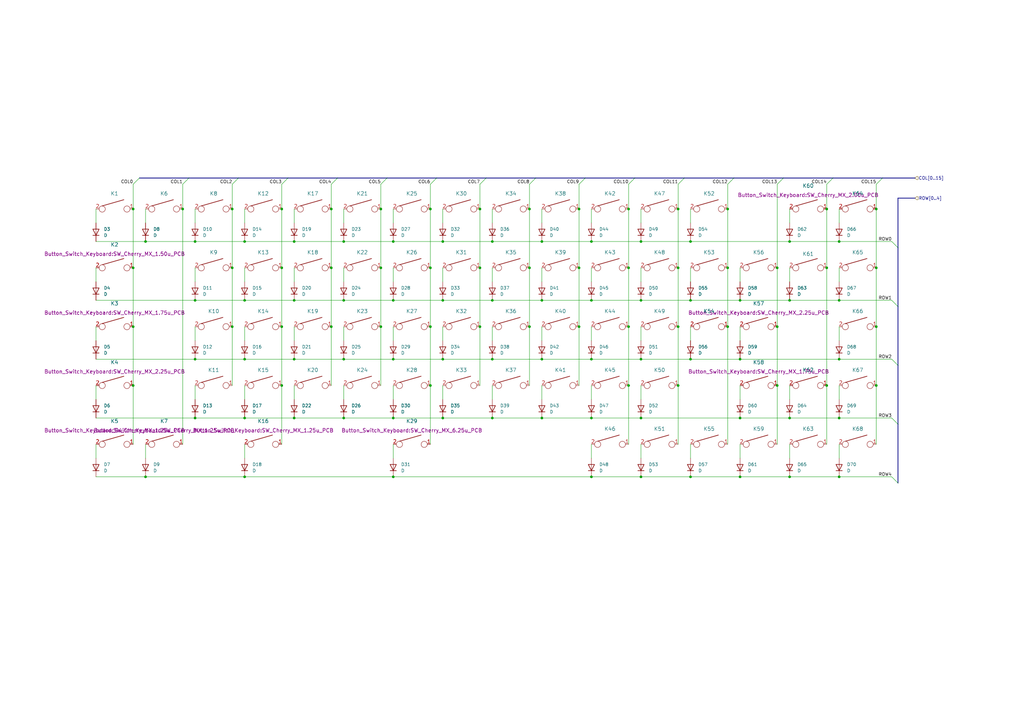
<source format=kicad_sch>
(kicad_sch (version 20211123) (generator eeschema)

  (uuid 4c5c4b62-6b10-45ec-8241-ee7a2a6627ba)

  (paper "A3")

  (lib_symbols
    (symbol "Device:D" (pin_numbers hide) (pin_names (offset 1.016) hide) (in_bom yes) (on_board yes)
      (property "Reference" "D" (id 0) (at 0 2.54 0)
        (effects (font (size 1.27 1.27)))
      )
      (property "Value" "D" (id 1) (at 0 -2.54 0)
        (effects (font (size 1.27 1.27)))
      )
      (property "Footprint" "" (id 2) (at 0 0 0)
        (effects (font (size 1.27 1.27)) hide)
      )
      (property "Datasheet" "~" (id 3) (at 0 0 0)
        (effects (font (size 1.27 1.27)) hide)
      )
      (property "ki_keywords" "diode" (id 4) (at 0 0 0)
        (effects (font (size 1.27 1.27)) hide)
      )
      (property "ki_description" "Diode" (id 5) (at 0 0 0)
        (effects (font (size 1.27 1.27)) hide)
      )
      (property "ki_fp_filters" "TO-???* *_Diode_* *SingleDiode* D_*" (id 6) (at 0 0 0)
        (effects (font (size 1.27 1.27)) hide)
      )
      (symbol "D_0_1"
        (polyline
          (pts
            (xy -1.27 1.27)
            (xy -1.27 -1.27)
          )
          (stroke (width 0.254) (type default) (color 0 0 0 0))
          (fill (type none))
        )
        (polyline
          (pts
            (xy 1.27 0)
            (xy -1.27 0)
          )
          (stroke (width 0) (type default) (color 0 0 0 0))
          (fill (type none))
        )
        (polyline
          (pts
            (xy 1.27 1.27)
            (xy 1.27 -1.27)
            (xy -1.27 0)
            (xy 1.27 1.27)
          )
          (stroke (width 0.254) (type default) (color 0 0 0 0))
          (fill (type none))
        )
      )
      (symbol "D_1_1"
        (pin passive line (at -3.81 0 0) (length 2.54)
          (name "K" (effects (font (size 1.27 1.27))))
          (number "1" (effects (font (size 1.27 1.27))))
        )
        (pin passive line (at 3.81 0 180) (length 2.54)
          (name "A" (effects (font (size 1.27 1.27))))
          (number "2" (effects (font (size 1.27 1.27))))
        )
      )
    )
    (symbol "keyboard_parts:KEYSW" (pin_names (offset 1.016)) (in_bom yes) (on_board yes)
      (property "Reference" "K?" (id 0) (at -1.27 0 0)
        (effects (font (size 1.524 1.524)))
      )
      (property "Value" "KEYSW" (id 1) (at 0 -2.54 0)
        (effects (font (size 1.524 1.524)) hide)
      )
      (property "Footprint" "" (id 2) (at 0 0 0)
        (effects (font (size 1.524 1.524)))
      )
      (property "Datasheet" "" (id 3) (at 0 0 0)
        (effects (font (size 1.524 1.524)))
      )
      (symbol "KEYSW_0_1"
        (circle (center -5.08 0) (radius 1.27)
          (stroke (width 0) (type default) (color 0 0 0 0))
          (fill (type none))
        )
        (polyline
          (pts
            (xy -5.08 1.27)
            (xy 3.81 3.81)
          )
          (stroke (width 0.254) (type default) (color 0 0 0 0))
          (fill (type none))
        )
        (circle (center 5.08 0) (radius 1.27)
          (stroke (width 0) (type default) (color 0 0 0 0))
          (fill (type none))
        )
      )
      (symbol "KEYSW_1_1"
        (pin passive line (at 7.62 0 180) (length 1.27)
          (name "~" (effects (font (size 1.524 1.524))))
          (number "1" (effects (font (size 1.524 1.524))))
        )
        (pin passive line (at -7.62 0 0) (length 1.27)
          (name "~" (effects (font (size 1.524 1.524))))
          (number "2" (effects (font (size 1.524 1.524))))
        )
      )
    )
  )

  (junction (at 100.33 123.19) (diameter 0) (color 0 0 0 0)
    (uuid 00ee4892-ffa4-49c4-80a1-4fae97289914)
  )
  (junction (at 222.25 123.19) (diameter 0) (color 0 0 0 0)
    (uuid 01d9dc9a-95fe-47cc-92da-2d17d22b9a0c)
  )
  (junction (at 100.33 195.58) (diameter 0) (color 0 0 0 0)
    (uuid 01f6cb1e-89b9-4abb-ba6b-45badfb2b4cf)
  )
  (junction (at 262.89 171.45) (diameter 0) (color 0 0 0 0)
    (uuid 0885ed10-5341-4402-ab91-5fb5fe8e7755)
  )
  (junction (at 161.29 99.06) (diameter 0) (color 0 0 0 0)
    (uuid 0ed9400f-ae5a-4e4f-99bf-1e0fd6c6ad74)
  )
  (junction (at 176.53 158.115) (diameter 0) (color 0 0 0 0)
    (uuid 11a57b07-1b5b-4d1c-b51c-29aed4f20171)
  )
  (junction (at 323.85 99.06) (diameter 0) (color 0 0 0 0)
    (uuid 1207a3ba-2db1-423d-b770-9d678125dd47)
  )
  (junction (at 54.61 109.855) (diameter 0) (color 0 0 0 0)
    (uuid 137d59d7-89d9-40d1-9c04-914bdd3c139c)
  )
  (junction (at 120.65 123.19) (diameter 0) (color 0 0 0 0)
    (uuid 1746d84e-8c09-47d7-98d3-77ce2edbd829)
  )
  (junction (at 237.49 85.725) (diameter 0) (color 0 0 0 0)
    (uuid 18bee7d5-02bb-4c6f-8140-5de2dfdc8ae3)
  )
  (junction (at 278.13 133.985) (diameter 0) (color 0 0 0 0)
    (uuid 1b26527e-7406-4ac5-9c2b-0fa74cecfaab)
  )
  (junction (at 176.53 109.855) (diameter 0) (color 0 0 0 0)
    (uuid 1b93bdb1-44be-4b4e-b05a-32cfdcbbf7b4)
  )
  (junction (at 359.41 158.115) (diameter 0) (color 0 0 0 0)
    (uuid 1bc010c2-c412-4018-9bc7-df95752e0e34)
  )
  (junction (at 339.09 85.725) (diameter 0) (color 0 0 0 0)
    (uuid 1d2c96ec-1eec-4257-80c6-07ddb759e3ee)
  )
  (junction (at 323.85 123.19) (diameter 0) (color 0 0 0 0)
    (uuid 20ce59e8-eafc-41cd-8c9d-f7b5bdc60739)
  )
  (junction (at 283.21 123.19) (diameter 0) (color 0 0 0 0)
    (uuid 2235c067-4c5f-46f2-a4bd-d6d996c38632)
  )
  (junction (at 242.57 195.58) (diameter 0) (color 0 0 0 0)
    (uuid 289f7ef3-fc18-43ef-a9b7-6651ff335a7b)
  )
  (junction (at 140.97 123.19) (diameter 0) (color 0 0 0 0)
    (uuid 29c820b1-5be4-43f1-b50a-fb4d10f3bc73)
  )
  (junction (at 176.53 85.725) (diameter 0) (color 0 0 0 0)
    (uuid 3006f4b5-812b-4123-a9c3-4ffc972ef508)
  )
  (junction (at 257.81 158.115) (diameter 0) (color 0 0 0 0)
    (uuid 32d1bdec-f31e-4bd9-9535-b34d90d2ad47)
  )
  (junction (at 242.57 147.32) (diameter 0) (color 0 0 0 0)
    (uuid 39aac717-2af7-431f-a00b-75e3c761dfe0)
  )
  (junction (at 100.33 171.45) (diameter 0) (color 0 0 0 0)
    (uuid 39f01a32-e2cd-4a97-b01f-954cad72bfc1)
  )
  (junction (at 100.33 99.06) (diameter 0) (color 0 0 0 0)
    (uuid 3aeb2172-b0f5-48fd-b0e4-95d5a4b3395f)
  )
  (junction (at 201.93 99.06) (diameter 0) (color 0 0 0 0)
    (uuid 3be5c9f6-355c-4a02-ad06-d568b81e2eb5)
  )
  (junction (at 217.17 109.855) (diameter 0) (color 0 0 0 0)
    (uuid 3e65f217-90e6-444a-a9dd-0e03f03fe5d7)
  )
  (junction (at 303.53 171.45) (diameter 0) (color 0 0 0 0)
    (uuid 4064c6c2-3d2f-435e-ac1c-28b79900e6cc)
  )
  (junction (at 283.21 195.58) (diameter 0) (color 0 0 0 0)
    (uuid 470ed0ff-c7a4-4f13-ad04-badcdcbc3fb4)
  )
  (junction (at 196.85 109.855) (diameter 0) (color 0 0 0 0)
    (uuid 4835ac60-26c5-43eb-9da3-0ab7271fa7c2)
  )
  (junction (at 222.25 171.45) (diameter 0) (color 0 0 0 0)
    (uuid 49aa83a6-b5ca-4e79-8211-12bb222de808)
  )
  (junction (at 181.61 147.32) (diameter 0) (color 0 0 0 0)
    (uuid 51c5f0d0-ac86-438d-a435-94d2d589e695)
  )
  (junction (at 323.85 195.58) (diameter 0) (color 0 0 0 0)
    (uuid 52f2e690-97a6-42f1-82ce-6fa7e6b38b84)
  )
  (junction (at 278.13 85.725) (diameter 0) (color 0 0 0 0)
    (uuid 53e14e7e-58bb-4b9e-ae83-c24e18780c0f)
  )
  (junction (at 120.65 171.45) (diameter 0) (color 0 0 0 0)
    (uuid 53eb8bea-641c-4ff6-9ab0-c7ff34cf79e1)
  )
  (junction (at 201.93 147.32) (diameter 0) (color 0 0 0 0)
    (uuid 59df8d67-a367-4e97-b1e9-710fc27e610c)
  )
  (junction (at 359.41 133.985) (diameter 0) (color 0 0 0 0)
    (uuid 5abb6f49-75cd-4250-aa09-ef0f191f424a)
  )
  (junction (at 54.61 158.115) (diameter 0) (color 0 0 0 0)
    (uuid 6293dd74-53a7-4273-8879-7cdc787084f4)
  )
  (junction (at 140.97 147.32) (diameter 0) (color 0 0 0 0)
    (uuid 62f2a824-60e5-4d51-b436-04d19568effa)
  )
  (junction (at 95.25 133.985) (diameter 0) (color 0 0 0 0)
    (uuid 64c46ba9-7ac0-4491-bd9f-80c1645dd1f4)
  )
  (junction (at 217.17 85.725) (diameter 0) (color 0 0 0 0)
    (uuid 651ee5ad-3fad-4dd8-9057-87cdd829346f)
  )
  (junction (at 100.33 147.32) (diameter 0) (color 0 0 0 0)
    (uuid 66082eef-094f-45b6-a009-35614bf7e16c)
  )
  (junction (at 242.57 123.19) (diameter 0) (color 0 0 0 0)
    (uuid 67a06560-0fea-4c43-9d49-56c379189c10)
  )
  (junction (at 298.45 85.725) (diameter 0) (color 0 0 0 0)
    (uuid 6804d7bd-85d7-4c37-a232-d8bba244bcf8)
  )
  (junction (at 156.21 133.985) (diameter 0) (color 0 0 0 0)
    (uuid 68178242-4389-49e5-817e-500f086eac2a)
  )
  (junction (at 339.09 109.855) (diameter 0) (color 0 0 0 0)
    (uuid 6937342e-3d5b-481d-b327-f68ea05ed7b7)
  )
  (junction (at 298.45 109.855) (diameter 0) (color 0 0 0 0)
    (uuid 6b92b65b-81e4-4620-86ad-d2264cdfc995)
  )
  (junction (at 59.69 195.58) (diameter 0) (color 0 0 0 0)
    (uuid 72d42eaa-3ea5-4a0f-bc20-ea437fe51451)
  )
  (junction (at 344.17 123.19) (diameter 0) (color 0 0 0 0)
    (uuid 7cb2d248-ade4-4e64-8b80-97792e6ec809)
  )
  (junction (at 339.09 158.115) (diameter 0) (color 0 0 0 0)
    (uuid 7d4f2f87-e639-41d3-9cac-f991063b22ef)
  )
  (junction (at 161.29 195.58) (diameter 0) (color 0 0 0 0)
    (uuid 84508a91-e299-48a1-a00f-0c991c143b8e)
  )
  (junction (at 318.77 133.985) (diameter 0) (color 0 0 0 0)
    (uuid 85895ad2-183f-4681-8453-4dbdb1d52a1e)
  )
  (junction (at 242.57 99.06) (diameter 0) (color 0 0 0 0)
    (uuid 86a99d72-bd65-407f-b523-d6ce596d2afc)
  )
  (junction (at 303.53 123.19) (diameter 0) (color 0 0 0 0)
    (uuid 87958f15-de9c-4454-9f08-8ac7f935fef9)
  )
  (junction (at 222.25 147.32) (diameter 0) (color 0 0 0 0)
    (uuid 892a49f8-fce5-4b2e-86dc-bdeed97da286)
  )
  (junction (at 318.77 109.855) (diameter 0) (color 0 0 0 0)
    (uuid 8aadee67-b77f-491a-9180-bf7b747e5b01)
  )
  (junction (at 323.85 171.45) (diameter 0) (color 0 0 0 0)
    (uuid 8beec00b-b5b1-4ff2-9584-3f0819913075)
  )
  (junction (at 257.81 85.725) (diameter 0) (color 0 0 0 0)
    (uuid 8dc716dc-4b2f-41e1-9f6d-188cacbf6ddb)
  )
  (junction (at 222.25 99.06) (diameter 0) (color 0 0 0 0)
    (uuid 90636e7f-a654-4a54-9d55-00b29fe60108)
  )
  (junction (at 237.49 133.985) (diameter 0) (color 0 0 0 0)
    (uuid 923c7b02-ccdc-4e53-b988-581e9b5879f7)
  )
  (junction (at 80.01 171.45) (diameter 0) (color 0 0 0 0)
    (uuid 93c1db34-61f9-4b8a-814e-f321b29e558d)
  )
  (junction (at 59.69 99.06) (diameter 0) (color 0 0 0 0)
    (uuid 972fe117-024e-49d3-8716-677f5d884a40)
  )
  (junction (at 283.21 147.32) (diameter 0) (color 0 0 0 0)
    (uuid 999f2e4d-49ce-45c1-bad7-1baeeee6ed57)
  )
  (junction (at 80.01 123.19) (diameter 0) (color 0 0 0 0)
    (uuid 9a96579a-e539-47ee-a0d1-b6802f8d55d8)
  )
  (junction (at 135.89 109.855) (diameter 0) (color 0 0 0 0)
    (uuid 9b98137e-cc14-4f4a-8930-633ec4896ef4)
  )
  (junction (at 115.57 109.855) (diameter 0) (color 0 0 0 0)
    (uuid 9cca65fb-0127-4a7e-9988-5b85ad39a78e)
  )
  (junction (at 196.85 133.985) (diameter 0) (color 0 0 0 0)
    (uuid 9db48079-1a1b-431f-ba51-9871ab5ef5d2)
  )
  (junction (at 283.21 99.06) (diameter 0) (color 0 0 0 0)
    (uuid 9fb38339-8e21-4302-ae4e-70386939e648)
  )
  (junction (at 161.29 147.32) (diameter 0) (color 0 0 0 0)
    (uuid 9fea2d33-2a36-4738-9c7a-aa965b5582a7)
  )
  (junction (at 95.25 85.725) (diameter 0) (color 0 0 0 0)
    (uuid a13213c6-3e5b-443d-a7db-94f8f8f9693f)
  )
  (junction (at 359.41 109.855) (diameter 0) (color 0 0 0 0)
    (uuid a2d91612-8124-4905-8ea2-8d754453199d)
  )
  (junction (at 262.89 99.06) (diameter 0) (color 0 0 0 0)
    (uuid a4b284d1-beb0-4e09-bab5-7996938f616c)
  )
  (junction (at 140.97 171.45) (diameter 0) (color 0 0 0 0)
    (uuid a8900778-3774-4df7-b8be-1d4128ff762f)
  )
  (junction (at 181.61 99.06) (diameter 0) (color 0 0 0 0)
    (uuid a8d9748a-f1ae-47a0-9270-9954965ce28c)
  )
  (junction (at 115.57 133.985) (diameter 0) (color 0 0 0 0)
    (uuid aa06e343-eb07-4407-8732-198c93c58f35)
  )
  (junction (at 181.61 171.45) (diameter 0) (color 0 0 0 0)
    (uuid aaac6ca3-9aba-4f82-b45d-8eb04e78b4e9)
  )
  (junction (at 80.01 99.06) (diameter 0) (color 0 0 0 0)
    (uuid aaaf232a-795e-4ec6-8cc6-de9289868222)
  )
  (junction (at 135.89 85.725) (diameter 0) (color 0 0 0 0)
    (uuid aad3949a-1a25-4c88-a75d-a41c20b43932)
  )
  (junction (at 359.41 85.725) (diameter 0) (color 0 0 0 0)
    (uuid ab24abf8-3c2a-42ab-95fa-04de3955cdd6)
  )
  (junction (at 161.29 171.45) (diameter 0) (color 0 0 0 0)
    (uuid b5bcc045-d06e-4bd2-9068-7e97b2df08f8)
  )
  (junction (at 303.53 195.58) (diameter 0) (color 0 0 0 0)
    (uuid b70e5fda-2611-4a30-a857-5a53e265e6e4)
  )
  (junction (at 217.17 133.985) (diameter 0) (color 0 0 0 0)
    (uuid bc37d1c3-863f-4f7d-ba14-97c2599f84fe)
  )
  (junction (at 344.17 171.45) (diameter 0) (color 0 0 0 0)
    (uuid bc6b9aa2-bf7d-4662-a5c2-99f87ca7ca79)
  )
  (junction (at 303.53 147.32) (diameter 0) (color 0 0 0 0)
    (uuid c0191821-07ee-4457-8ab0-73b7b8f3e610)
  )
  (junction (at 344.17 195.58) (diameter 0) (color 0 0 0 0)
    (uuid c09d1463-54a6-46c1-8592-d4c5de70e367)
  )
  (junction (at 161.29 123.19) (diameter 0) (color 0 0 0 0)
    (uuid c4861a34-2f55-4ef2-a1ca-86aaf7de49f7)
  )
  (junction (at 318.77 158.115) (diameter 0) (color 0 0 0 0)
    (uuid c959e037-6a77-441f-a82c-cf990b233be3)
  )
  (junction (at 278.13 109.855) (diameter 0) (color 0 0 0 0)
    (uuid c9b4bbe3-1134-491a-8455-86dbdcc54720)
  )
  (junction (at 262.89 123.19) (diameter 0) (color 0 0 0 0)
    (uuid cc43cc19-10c9-41bc-8130-600d0b7a6774)
  )
  (junction (at 298.45 133.985) (diameter 0) (color 0 0 0 0)
    (uuid cdf5b34e-d99b-4935-92e7-8d38adb744ce)
  )
  (junction (at 156.21 109.855) (diameter 0) (color 0 0 0 0)
    (uuid cf28db87-352b-4f6b-911f-1f662e5c4ce0)
  )
  (junction (at 115.57 158.115) (diameter 0) (color 0 0 0 0)
    (uuid cf795d52-8d9d-408e-ae73-6420b9b060a7)
  )
  (junction (at 262.89 195.58) (diameter 0) (color 0 0 0 0)
    (uuid d36eca03-e78f-45d2-8f4e-ae03f79252d5)
  )
  (junction (at 120.65 99.06) (diameter 0) (color 0 0 0 0)
    (uuid d41914bc-891b-4108-8eba-8fd90d1767cf)
  )
  (junction (at 237.49 109.855) (diameter 0) (color 0 0 0 0)
    (uuid d5302edb-9fe6-41ca-875f-67cb52606458)
  )
  (junction (at 156.21 85.725) (diameter 0) (color 0 0 0 0)
    (uuid d5f79f6f-6d86-4ded-82f6-d928b3d8c579)
  )
  (junction (at 278.13 158.115) (diameter 0) (color 0 0 0 0)
    (uuid d65e0d84-7a9f-4e88-bdf8-028e333e909b)
  )
  (junction (at 54.61 85.725) (diameter 0) (color 0 0 0 0)
    (uuid d9a4eb7a-9040-4568-aea8-8fb955741035)
  )
  (junction (at 257.81 133.985) (diameter 0) (color 0 0 0 0)
    (uuid dd1c39ed-8556-4119-90c2-6cfe0e172bdd)
  )
  (junction (at 344.17 147.32) (diameter 0) (color 0 0 0 0)
    (uuid e0b892b1-1eb7-4d6b-b190-94bf0e27454a)
  )
  (junction (at 257.81 109.855) (diameter 0) (color 0 0 0 0)
    (uuid e467f2c5-94af-4f63-bca1-d4edfcec72b4)
  )
  (junction (at 120.65 147.32) (diameter 0) (color 0 0 0 0)
    (uuid e4fcf0cd-153f-4324-aa86-05133fc360e9)
  )
  (junction (at 181.61 123.19) (diameter 0) (color 0 0 0 0)
    (uuid e6b4c826-9ecf-465a-bf04-da14d39fcda6)
  )
  (junction (at 176.53 133.985) (diameter 0) (color 0 0 0 0)
    (uuid e6be177f-e022-4e87-b27e-d2673b084f12)
  )
  (junction (at 74.93 85.725) (diameter 0) (color 0 0 0 0)
    (uuid eb502a7b-ad15-4d5e-9d42-53a65a776334)
  )
  (junction (at 242.57 171.45) (diameter 0) (color 0 0 0 0)
    (uuid ef2c8f42-aafc-4a41-a466-ee0a31e5b5b5)
  )
  (junction (at 262.89 147.32) (diameter 0) (color 0 0 0 0)
    (uuid f0614fca-1635-4eda-8e8c-7cfb7ff92124)
  )
  (junction (at 54.61 133.985) (diameter 0) (color 0 0 0 0)
    (uuid f2195167-e63d-48a6-bdf9-57c78ca8a639)
  )
  (junction (at 115.57 85.725) (diameter 0) (color 0 0 0 0)
    (uuid f221172a-d519-4bed-a8c8-5fa268771361)
  )
  (junction (at 344.17 99.06) (diameter 0) (color 0 0 0 0)
    (uuid f3c1a367-740c-4962-ae69-38786323c8c1)
  )
  (junction (at 201.93 171.45) (diameter 0) (color 0 0 0 0)
    (uuid f58a7446-c3c1-4b83-a523-0991e1807f6c)
  )
  (junction (at 80.01 147.32) (diameter 0) (color 0 0 0 0)
    (uuid f619c6f5-797f-42ea-8580-cc64bd2c27e2)
  )
  (junction (at 140.97 99.06) (diameter 0) (color 0 0 0 0)
    (uuid f67047da-2a9a-48a3-a5bc-4b17e965ccdf)
  )
  (junction (at 95.25 109.855) (diameter 0) (color 0 0 0 0)
    (uuid f806d820-665d-47f6-a1c2-9a9f79f2bf6e)
  )
  (junction (at 135.89 133.985) (diameter 0) (color 0 0 0 0)
    (uuid f9b6368f-b8fa-43fd-a29a-6c7dddc1a94a)
  )
  (junction (at 201.93 123.19) (diameter 0) (color 0 0 0 0)
    (uuid fa6132f3-c757-4406-98ce-761bd8cd4f0d)
  )
  (junction (at 196.85 85.725) (diameter 0) (color 0 0 0 0)
    (uuid fe13bf3b-6433-4be5-8338-6ada886d8e56)
  )

  (bus_entry (at 365.76 147.32) (size 2.54 2.54)
    (stroke (width 0) (type default) (color 0 0 0 0))
    (uuid 263cbe15-08ed-49c0-b48b-c4e164363a53)
  )
  (bus_entry (at 365.76 171.45) (size 2.54 2.54)
    (stroke (width 0) (type default) (color 0 0 0 0))
    (uuid 263cbe15-08ed-49c0-b48b-c4e164363a54)
  )
  (bus_entry (at 365.76 195.58) (size 2.54 2.54)
    (stroke (width 0) (type default) (color 0 0 0 0))
    (uuid 263cbe15-08ed-49c0-b48b-c4e164363a55)
  )
  (bus_entry (at 365.76 99.06) (size 2.54 2.54)
    (stroke (width 0) (type default) (color 0 0 0 0))
    (uuid 263cbe15-08ed-49c0-b48b-c4e164363a56)
  )
  (bus_entry (at 365.76 123.19) (size 2.54 2.54)
    (stroke (width 0) (type default) (color 0 0 0 0))
    (uuid 263cbe15-08ed-49c0-b48b-c4e164363a57)
  )
  (bus_entry (at 95.25 75.565) (size 2.54 -2.54)
    (stroke (width 0) (type default) (color 0 0 0 0))
    (uuid 269c18ad-9c48-458a-93c5-c699ee07c6c7)
  )
  (bus_entry (at 217.17 75.565) (size 2.54 -2.54)
    (stroke (width 0) (type default) (color 0 0 0 0))
    (uuid 344e7716-e5f4-4851-8793-04044899f163)
  )
  (bus_entry (at 196.85 75.565) (size 2.54 -2.54)
    (stroke (width 0) (type default) (color 0 0 0 0))
    (uuid 374337ba-76d7-49d5-a801-5218f68cdbbd)
  )
  (bus_entry (at 318.77 75.565) (size 2.54 -2.54)
    (stroke (width 0) (type default) (color 0 0 0 0))
    (uuid 4722dd70-2a1d-4124-be6d-676bbfcf4e85)
  )
  (bus_entry (at 135.89 75.565) (size 2.54 -2.54)
    (stroke (width 0) (type default) (color 0 0 0 0))
    (uuid 4e3544b4-6186-4c54-b015-68b20abafca7)
  )
  (bus_entry (at 359.41 75.565) (size 2.54 -2.54)
    (stroke (width 0) (type default) (color 0 0 0 0))
    (uuid 4f69e349-7e97-4912-b157-d6fa35c0c5ae)
  )
  (bus_entry (at 237.49 75.565) (size 2.54 -2.54)
    (stroke (width 0) (type default) (color 0 0 0 0))
    (uuid 59b0bfb8-2c26-4941-9cec-879e6c6f04bd)
  )
  (bus_entry (at 339.09 75.565) (size 2.54 -2.54)
    (stroke (width 0) (type default) (color 0 0 0 0))
    (uuid 80196a34-a4af-481b-9326-ae038d2c3608)
  )
  (bus_entry (at 278.13 75.565) (size 2.54 -2.54)
    (stroke (width 0) (type default) (color 0 0 0 0))
    (uuid 903c01c6-4a1d-4055-857e-dc8e33d9127a)
  )
  (bus_entry (at 156.21 75.565) (size 2.54 -2.54)
    (stroke (width 0) (type default) (color 0 0 0 0))
    (uuid a86efcf2-1b34-458b-86ba-d59db4fa7d90)
  )
  (bus_entry (at 298.45 75.565) (size 2.54 -2.54)
    (stroke (width 0) (type default) (color 0 0 0 0))
    (uuid b81e0ae1-c6e0-46a1-9275-b59f4c23cbbf)
  )
  (bus_entry (at 257.81 75.565) (size 2.54 -2.54)
    (stroke (width 0) (type default) (color 0 0 0 0))
    (uuid bfa503dc-03a6-48c2-9b50-2941ea195450)
  )
  (bus_entry (at 115.57 75.565) (size 2.54 -2.54)
    (stroke (width 0) (type default) (color 0 0 0 0))
    (uuid c043c745-4644-4394-9cb6-45925108fbef)
  )
  (bus_entry (at 74.93 75.565) (size 2.54 -2.54)
    (stroke (width 0) (type default) (color 0 0 0 0))
    (uuid cd346e31-2ac1-40a4-9c8f-90ac6acc4ecd)
  )
  (bus_entry (at 176.53 75.565) (size 2.54 -2.54)
    (stroke (width 0) (type default) (color 0 0 0 0))
    (uuid e9a5ec67-1d30-444d-bf55-5febb959d1b6)
  )
  (bus_entry (at 54.61 75.565) (size 2.54 -2.54)
    (stroke (width 0) (type default) (color 0 0 0 0))
    (uuid f0701ed9-738a-435e-9727-d470d3b33c23)
  )

  (wire (pts (xy 359.41 75.565) (xy 359.41 85.725))
    (stroke (width 0) (type default) (color 0 0 0 0))
    (uuid 00755daf-b018-4115-8f7e-993edd4d9785)
  )
  (wire (pts (xy 298.45 85.725) (xy 298.45 109.855))
    (stroke (width 0) (type default) (color 0 0 0 0))
    (uuid 00b9e6f7-fb88-4cf8-b262-c83ba2d5f953)
  )
  (wire (pts (xy 100.33 109.855) (xy 100.33 115.57))
    (stroke (width 0) (type default) (color 0 0 0 0))
    (uuid 013434fb-a975-4d8a-9b38-e1261bf4c1d3)
  )
  (bus (pts (xy 300.99 73.025) (xy 321.31 73.025))
    (stroke (width 0) (type default) (color 0 0 0 0))
    (uuid 01b8015a-feba-44a3-b868-54032d8262a2)
  )

  (wire (pts (xy 344.17 171.45) (xy 365.76 171.45))
    (stroke (width 0) (type default) (color 0 0 0 0))
    (uuid 05482191-a5dc-4cf3-8eb7-5db2f10c6820)
  )
  (wire (pts (xy 359.41 158.115) (xy 359.41 182.245))
    (stroke (width 0) (type default) (color 0 0 0 0))
    (uuid 05c3ce13-c251-4cfe-a3fe-a1b49fe3a05d)
  )
  (wire (pts (xy 54.61 85.725) (xy 54.61 109.855))
    (stroke (width 0) (type default) (color 0 0 0 0))
    (uuid 068a0f11-9948-49e1-8d9d-56ca44789d9b)
  )
  (wire (pts (xy 80.01 158.115) (xy 80.01 163.83))
    (stroke (width 0) (type default) (color 0 0 0 0))
    (uuid 06db19c0-ded4-4b61-9a23-bc422e678a64)
  )
  (wire (pts (xy 100.33 158.115) (xy 100.33 163.83))
    (stroke (width 0) (type default) (color 0 0 0 0))
    (uuid 07dea5e6-a4fc-42b5-ba6c-8266bef613a5)
  )
  (wire (pts (xy 95.25 75.565) (xy 95.25 85.725))
    (stroke (width 0) (type default) (color 0 0 0 0))
    (uuid 087db105-a672-439f-8d7e-fc51e6f7999f)
  )
  (wire (pts (xy 161.29 158.115) (xy 161.29 163.83))
    (stroke (width 0) (type default) (color 0 0 0 0))
    (uuid 09a6e873-b99d-486f-b6b8-e9c5b30ab093)
  )
  (wire (pts (xy 237.49 75.565) (xy 237.49 85.725))
    (stroke (width 0) (type default) (color 0 0 0 0))
    (uuid 0ba70b67-4b58-4aaa-995e-ee6a6b938a70)
  )
  (wire (pts (xy 140.97 109.855) (xy 140.97 115.57))
    (stroke (width 0) (type default) (color 0 0 0 0))
    (uuid 0c1b49f4-87b7-4884-bc9e-265d656cef9e)
  )
  (wire (pts (xy 303.53 158.115) (xy 303.53 163.83))
    (stroke (width 0) (type default) (color 0 0 0 0))
    (uuid 0f27b501-fbd8-4003-abeb-1806bcc1e500)
  )
  (wire (pts (xy 39.37 158.115) (xy 39.37 163.83))
    (stroke (width 0) (type default) (color 0 0 0 0))
    (uuid 0f81c940-2af2-42bf-aaa0-85b46f32c421)
  )
  (wire (pts (xy 262.89 85.725) (xy 262.89 91.44))
    (stroke (width 0) (type default) (color 0 0 0 0))
    (uuid 0fe0f26a-eae2-4dea-88a1-d379b6f3d57b)
  )
  (wire (pts (xy 242.57 171.45) (xy 262.89 171.45))
    (stroke (width 0) (type default) (color 0 0 0 0))
    (uuid 128aeeda-9386-4287-a5dc-2fbb2e3d7a63)
  )
  (wire (pts (xy 156.21 75.565) (xy 156.21 85.725))
    (stroke (width 0) (type default) (color 0 0 0 0))
    (uuid 14559b43-9170-4c58-b818-18bad5373fac)
  )
  (wire (pts (xy 95.25 85.725) (xy 95.25 109.855))
    (stroke (width 0) (type default) (color 0 0 0 0))
    (uuid 14713874-c8b6-4835-a818-4a9ab85737cb)
  )
  (wire (pts (xy 283.21 109.855) (xy 283.21 115.57))
    (stroke (width 0) (type default) (color 0 0 0 0))
    (uuid 14af8a6f-f56d-4563-b2ad-de508e7c86b0)
  )
  (wire (pts (xy 242.57 182.245) (xy 242.57 187.96))
    (stroke (width 0) (type default) (color 0 0 0 0))
    (uuid 1599e2ba-e447-4ab2-aa5c-20ba4af20be2)
  )
  (wire (pts (xy 135.89 75.565) (xy 135.89 85.725))
    (stroke (width 0) (type default) (color 0 0 0 0))
    (uuid 180b446a-c2ee-4239-bbba-a937df3467cc)
  )
  (wire (pts (xy 298.45 133.985) (xy 298.45 182.245))
    (stroke (width 0) (type default) (color 0 0 0 0))
    (uuid 181f18d9-da59-4b32-9fd5-526c4da94936)
  )
  (wire (pts (xy 201.93 85.725) (xy 201.93 91.44))
    (stroke (width 0) (type default) (color 0 0 0 0))
    (uuid 188a3302-caf3-4f37-ba23-9f0d9c2d4207)
  )
  (wire (pts (xy 95.25 133.985) (xy 95.25 158.115))
    (stroke (width 0) (type default) (color 0 0 0 0))
    (uuid 19ba0081-6d50-4073-a2b6-b6ae68dd3787)
  )
  (wire (pts (xy 39.37 133.985) (xy 39.37 139.7))
    (stroke (width 0) (type default) (color 0 0 0 0))
    (uuid 19f3e181-81de-4ec8-80ba-9f968815eae5)
  )
  (wire (pts (xy 120.65 99.06) (xy 140.97 99.06))
    (stroke (width 0) (type default) (color 0 0 0 0))
    (uuid 1a368560-2fc6-4406-b722-c7a7cbfce427)
  )
  (wire (pts (xy 59.69 99.06) (xy 80.01 99.06))
    (stroke (width 0) (type default) (color 0 0 0 0))
    (uuid 1c795644-2962-48b9-9177-3914463f342e)
  )
  (wire (pts (xy 135.89 109.855) (xy 135.89 133.985))
    (stroke (width 0) (type default) (color 0 0 0 0))
    (uuid 1d08d2f8-6d13-4b13-9bf9-aadaf0fd0aeb)
  )
  (wire (pts (xy 181.61 99.06) (xy 201.93 99.06))
    (stroke (width 0) (type default) (color 0 0 0 0))
    (uuid 1f693d48-9193-466f-a073-c8f62a5819b4)
  )
  (wire (pts (xy 344.17 123.19) (xy 365.76 123.19))
    (stroke (width 0) (type default) (color 0 0 0 0))
    (uuid 20b05c72-35f9-4620-bb8d-a956aaaad462)
  )
  (wire (pts (xy 359.41 133.985) (xy 359.41 158.115))
    (stroke (width 0) (type default) (color 0 0 0 0))
    (uuid 229c3666-d680-4bab-956f-0c7a202fa234)
  )
  (wire (pts (xy 39.37 123.19) (xy 80.01 123.19))
    (stroke (width 0) (type default) (color 0 0 0 0))
    (uuid 2511525f-5934-41d4-8a07-ce9648a105de)
  )
  (wire (pts (xy 201.93 133.985) (xy 201.93 139.7))
    (stroke (width 0) (type default) (color 0 0 0 0))
    (uuid 264fb48e-5779-4a72-875b-1bf6944a1247)
  )
  (wire (pts (xy 242.57 85.725) (xy 242.57 91.44))
    (stroke (width 0) (type default) (color 0 0 0 0))
    (uuid 26f5ebf6-691e-45bf-b295-d4ca432be501)
  )
  (wire (pts (xy 323.85 182.245) (xy 323.85 187.96))
    (stroke (width 0) (type default) (color 0 0 0 0))
    (uuid 273b7336-fb98-4701-b8cf-1657a764750a)
  )
  (wire (pts (xy 156.21 85.725) (xy 156.21 109.855))
    (stroke (width 0) (type default) (color 0 0 0 0))
    (uuid 275530fc-fa1d-4f32-9510-047b13ff41c5)
  )
  (wire (pts (xy 100.33 182.245) (xy 100.33 187.96))
    (stroke (width 0) (type default) (color 0 0 0 0))
    (uuid 292f6bb9-ffe4-439d-a424-124523b88a6d)
  )
  (wire (pts (xy 242.57 133.985) (xy 242.57 139.7))
    (stroke (width 0) (type default) (color 0 0 0 0))
    (uuid 2b7967fa-7ced-4127-80ba-a1ba4e1f603b)
  )
  (wire (pts (xy 161.29 195.58) (xy 242.57 195.58))
    (stroke (width 0) (type default) (color 0 0 0 0))
    (uuid 2b85bb31-e5bd-405e-8771-d478e6720572)
  )
  (wire (pts (xy 283.21 99.06) (xy 323.85 99.06))
    (stroke (width 0) (type default) (color 0 0 0 0))
    (uuid 2c04245a-cfca-4dd5-aa91-0a8833759b94)
  )
  (wire (pts (xy 283.21 195.58) (xy 303.53 195.58))
    (stroke (width 0) (type default) (color 0 0 0 0))
    (uuid 2dce419e-6339-4ed6-a33e-a272cddb96f1)
  )
  (wire (pts (xy 176.53 85.725) (xy 176.53 109.855))
    (stroke (width 0) (type default) (color 0 0 0 0))
    (uuid 2dd5341f-0749-40b6-955f-d4ff5b759a75)
  )
  (wire (pts (xy 140.97 85.725) (xy 140.97 91.44))
    (stroke (width 0) (type default) (color 0 0 0 0))
    (uuid 2e616317-d858-414c-b6ef-c06c12a01578)
  )
  (wire (pts (xy 242.57 195.58) (xy 262.89 195.58))
    (stroke (width 0) (type default) (color 0 0 0 0))
    (uuid 30880931-dfcd-42cb-a8a4-f088b42c9907)
  )
  (bus (pts (xy 158.75 73.025) (xy 179.07 73.025))
    (stroke (width 0) (type default) (color 0 0 0 0))
    (uuid 3226233a-8051-429f-a484-034e1e5b224e)
  )

  (wire (pts (xy 100.33 85.725) (xy 100.33 91.44))
    (stroke (width 0) (type default) (color 0 0 0 0))
    (uuid 3472a7d3-0a92-49d0-b945-7fdbbfcd49d4)
  )
  (wire (pts (xy 100.33 147.32) (xy 120.65 147.32))
    (stroke (width 0) (type default) (color 0 0 0 0))
    (uuid 35c195d0-25a5-4861-9867-2fea3bf08102)
  )
  (wire (pts (xy 344.17 133.985) (xy 344.17 139.7))
    (stroke (width 0) (type default) (color 0 0 0 0))
    (uuid 398030ac-1f0d-4ae7-be72-d7fd4e168e11)
  )
  (bus (pts (xy 368.3 198.12) (xy 368.3 173.99))
    (stroke (width 0) (type default) (color 0 0 0 0))
    (uuid 3b5c7d21-2910-4ec5-811d-f5f2c72fc217)
  )

  (wire (pts (xy 323.85 109.855) (xy 323.85 115.57))
    (stroke (width 0) (type default) (color 0 0 0 0))
    (uuid 3c39e714-48aa-40dc-910e-7c3fa2595dd8)
  )
  (wire (pts (xy 140.97 171.45) (xy 161.29 171.45))
    (stroke (width 0) (type default) (color 0 0 0 0))
    (uuid 3d4a7581-dca6-40a2-87c4-128b537f12ed)
  )
  (wire (pts (xy 217.17 133.985) (xy 217.17 158.115))
    (stroke (width 0) (type default) (color 0 0 0 0))
    (uuid 3e5f4754-1003-48d4-ae7d-d6fde4ee82b9)
  )
  (wire (pts (xy 201.93 171.45) (xy 222.25 171.45))
    (stroke (width 0) (type default) (color 0 0 0 0))
    (uuid 4360b5ff-05b5-46a1-a303-a2ad634971ec)
  )
  (wire (pts (xy 359.41 109.855) (xy 359.41 133.985))
    (stroke (width 0) (type default) (color 0 0 0 0))
    (uuid 43c53caa-7302-4afc-a86e-bf5b10449452)
  )
  (wire (pts (xy 135.89 133.985) (xy 135.89 158.115))
    (stroke (width 0) (type default) (color 0 0 0 0))
    (uuid 449e839a-27ba-4406-975b-e83ca89019ec)
  )
  (wire (pts (xy 237.49 109.855) (xy 237.49 133.985))
    (stroke (width 0) (type default) (color 0 0 0 0))
    (uuid 456ff16f-9bd9-4105-9f2c-0d0b009804fa)
  )
  (wire (pts (xy 283.21 85.725) (xy 283.21 91.44))
    (stroke (width 0) (type default) (color 0 0 0 0))
    (uuid 46241122-2de4-43c1-b1c6-95a029d0d4d7)
  )
  (wire (pts (xy 257.81 133.985) (xy 257.81 158.115))
    (stroke (width 0) (type default) (color 0 0 0 0))
    (uuid 46adfd2a-3614-4109-82ec-ec4e516d7cfb)
  )
  (wire (pts (xy 339.09 85.725) (xy 339.09 109.855))
    (stroke (width 0) (type default) (color 0 0 0 0))
    (uuid 473bbde1-42d4-4ced-b6f3-6ad3bbd10f64)
  )
  (wire (pts (xy 115.57 133.985) (xy 115.57 158.115))
    (stroke (width 0) (type default) (color 0 0 0 0))
    (uuid 47d3d703-b4ef-4810-b75d-efa67afaed78)
  )
  (wire (pts (xy 278.13 75.565) (xy 278.13 85.725))
    (stroke (width 0) (type default) (color 0 0 0 0))
    (uuid 47f9e89b-c540-4d08-adbd-1938ea619844)
  )
  (wire (pts (xy 80.01 85.725) (xy 80.01 91.44))
    (stroke (width 0) (type default) (color 0 0 0 0))
    (uuid 48bcc3d8-75e9-4d33-bf6c-fa6d346fa1d1)
  )
  (wire (pts (xy 323.85 158.115) (xy 323.85 163.83))
    (stroke (width 0) (type default) (color 0 0 0 0))
    (uuid 4955d22e-0322-471e-bc29-58637a895dd6)
  )
  (wire (pts (xy 120.65 158.115) (xy 120.65 163.83))
    (stroke (width 0) (type default) (color 0 0 0 0))
    (uuid 4ae6a02d-3ff3-4ce4-a7c1-d09ab39192a0)
  )
  (wire (pts (xy 176.53 75.565) (xy 176.53 85.725))
    (stroke (width 0) (type default) (color 0 0 0 0))
    (uuid 4d837227-b9f9-4f50-9abc-04d55bcdbfae)
  )
  (wire (pts (xy 100.33 195.58) (xy 161.29 195.58))
    (stroke (width 0) (type default) (color 0 0 0 0))
    (uuid 4db8a7ff-6a49-4e23-ab8e-fc74609495bb)
  )
  (wire (pts (xy 156.21 109.855) (xy 156.21 133.985))
    (stroke (width 0) (type default) (color 0 0 0 0))
    (uuid 4e1ea4e1-baf7-4627-8d39-45426198bad9)
  )
  (wire (pts (xy 161.29 171.45) (xy 181.61 171.45))
    (stroke (width 0) (type default) (color 0 0 0 0))
    (uuid 4fb9dea8-0a85-4bfe-a8a8-a59dcbf22f23)
  )
  (wire (pts (xy 262.89 195.58) (xy 283.21 195.58))
    (stroke (width 0) (type default) (color 0 0 0 0))
    (uuid 52092d54-612a-45fd-b926-b24e33923b26)
  )
  (wire (pts (xy 257.81 158.115) (xy 257.81 182.245))
    (stroke (width 0) (type default) (color 0 0 0 0))
    (uuid 5293660d-4489-452d-a994-6ca969a27944)
  )
  (wire (pts (xy 339.09 158.115) (xy 339.09 182.245))
    (stroke (width 0) (type default) (color 0 0 0 0))
    (uuid 531edd29-3bc3-4766-a698-89d4cd3f27c9)
  )
  (wire (pts (xy 39.37 99.06) (xy 59.69 99.06))
    (stroke (width 0) (type default) (color 0 0 0 0))
    (uuid 53fab9d2-94c6-40f1-ab0a-5d6bf9af8beb)
  )
  (wire (pts (xy 39.37 147.32) (xy 80.01 147.32))
    (stroke (width 0) (type default) (color 0 0 0 0))
    (uuid 540c0b51-020c-4d94-8482-f8eef587fdf5)
  )
  (wire (pts (xy 115.57 85.725) (xy 115.57 109.855))
    (stroke (width 0) (type default) (color 0 0 0 0))
    (uuid 542ebc2b-11a2-44cd-9245-ffe572c92f48)
  )
  (wire (pts (xy 140.97 99.06) (xy 161.29 99.06))
    (stroke (width 0) (type default) (color 0 0 0 0))
    (uuid 574b8895-64a4-4468-a0be-291b056dde25)
  )
  (wire (pts (xy 344.17 99.06) (xy 365.76 99.06))
    (stroke (width 0) (type default) (color 0 0 0 0))
    (uuid 5926b22b-b4be-4194-a544-bb850937e845)
  )
  (wire (pts (xy 222.25 158.115) (xy 222.25 163.83))
    (stroke (width 0) (type default) (color 0 0 0 0))
    (uuid 5a3cd6db-fb2e-4841-919a-eb07bb7c953e)
  )
  (wire (pts (xy 54.61 158.115) (xy 54.61 182.245))
    (stroke (width 0) (type default) (color 0 0 0 0))
    (uuid 5ba92ff9-ebd4-4f66-87db-46f01c564d8f)
  )
  (wire (pts (xy 262.89 109.855) (xy 262.89 115.57))
    (stroke (width 0) (type default) (color 0 0 0 0))
    (uuid 5f46e2ec-b37d-419a-9ccd-b846c1ed8312)
  )
  (wire (pts (xy 222.25 133.985) (xy 222.25 139.7))
    (stroke (width 0) (type default) (color 0 0 0 0))
    (uuid 5ffdce97-663c-4547-b058-006686d43db2)
  )
  (wire (pts (xy 54.61 109.855) (xy 54.61 133.985))
    (stroke (width 0) (type default) (color 0 0 0 0))
    (uuid 60c9b67c-6c79-476b-a142-71ad93a1011a)
  )
  (wire (pts (xy 318.77 158.115) (xy 318.77 182.245))
    (stroke (width 0) (type default) (color 0 0 0 0))
    (uuid 60cb310e-6b2b-4fd8-99dc-ab18b96961f2)
  )
  (bus (pts (xy 179.07 73.025) (xy 199.39 73.025))
    (stroke (width 0) (type default) (color 0 0 0 0))
    (uuid 6184ab36-b7fc-4822-8b31-3715bd5f5e9a)
  )
  (bus (pts (xy 219.71 73.025) (xy 240.03 73.025))
    (stroke (width 0) (type default) (color 0 0 0 0))
    (uuid 6195461e-3deb-474b-bbb8-9e0fccb5f425)
  )

  (wire (pts (xy 278.13 158.115) (xy 278.13 182.245))
    (stroke (width 0) (type default) (color 0 0 0 0))
    (uuid 62bd9e58-a311-4ab4-93e2-27856d5e4088)
  )
  (wire (pts (xy 100.33 171.45) (xy 120.65 171.45))
    (stroke (width 0) (type default) (color 0 0 0 0))
    (uuid 62e98a62-0576-45ae-a0ae-336e28dc24b4)
  )
  (wire (pts (xy 283.21 123.19) (xy 303.53 123.19))
    (stroke (width 0) (type default) (color 0 0 0 0))
    (uuid 666cf5e3-cd45-41f7-ae20-41f006f2cb4b)
  )
  (wire (pts (xy 303.53 195.58) (xy 323.85 195.58))
    (stroke (width 0) (type default) (color 0 0 0 0))
    (uuid 67012636-2fbb-454d-b21f-7152946b2524)
  )
  (wire (pts (xy 176.53 133.985) (xy 176.53 158.115))
    (stroke (width 0) (type default) (color 0 0 0 0))
    (uuid 67ac66b7-cd85-450b-838b-944d83969b49)
  )
  (wire (pts (xy 161.29 85.725) (xy 161.29 91.44))
    (stroke (width 0) (type default) (color 0 0 0 0))
    (uuid 68f4211a-4904-4b09-aaae-2a548e650c61)
  )
  (wire (pts (xy 115.57 75.565) (xy 115.57 85.725))
    (stroke (width 0) (type default) (color 0 0 0 0))
    (uuid 6a286272-b26e-4f46-b361-79174ea2bc2a)
  )
  (wire (pts (xy 39.37 182.245) (xy 39.37 187.96))
    (stroke (width 0) (type default) (color 0 0 0 0))
    (uuid 6a795216-6f5a-4e24-abcd-c0215b6a042b)
  )
  (wire (pts (xy 237.49 133.985) (xy 237.49 158.115))
    (stroke (width 0) (type default) (color 0 0 0 0))
    (uuid 6b52d403-8149-4436-8e0b-04e1e15ee6ed)
  )
  (wire (pts (xy 196.85 75.565) (xy 196.85 85.725))
    (stroke (width 0) (type default) (color 0 0 0 0))
    (uuid 6c6b3b1c-6df8-4696-ba28-f32d3ca4c509)
  )
  (bus (pts (xy 118.11 73.025) (xy 138.43 73.025))
    (stroke (width 0) (type default) (color 0 0 0 0))
    (uuid 6c723941-62da-460e-b055-7a20f6d87ffd)
  )

  (wire (pts (xy 339.09 109.855) (xy 339.09 158.115))
    (stroke (width 0) (type default) (color 0 0 0 0))
    (uuid 6cae1b8a-aa8d-4736-b5a9-25877a54ef6d)
  )
  (wire (pts (xy 283.21 133.985) (xy 283.21 139.7))
    (stroke (width 0) (type default) (color 0 0 0 0))
    (uuid 6ddfee66-ace6-4517-bfca-19edf273c6ab)
  )
  (wire (pts (xy 344.17 158.115) (xy 344.17 163.83))
    (stroke (width 0) (type default) (color 0 0 0 0))
    (uuid 6de0eabf-5b5b-4430-b8fd-e61c3899a7c0)
  )
  (bus (pts (xy 97.79 73.025) (xy 118.11 73.025))
    (stroke (width 0) (type default) (color 0 0 0 0))
    (uuid 70a82a47-323d-4ed8-9f52-5e1bf634a47e)
  )

  (wire (pts (xy 100.33 133.985) (xy 100.33 139.7))
    (stroke (width 0) (type default) (color 0 0 0 0))
    (uuid 70c6d2d2-c950-4752-bf05-f74ec45aef2f)
  )
  (wire (pts (xy 323.85 123.19) (xy 344.17 123.19))
    (stroke (width 0) (type default) (color 0 0 0 0))
    (uuid 70ea537a-d6eb-4cd4-a792-79b122a83680)
  )
  (wire (pts (xy 201.93 147.32) (xy 222.25 147.32))
    (stroke (width 0) (type default) (color 0 0 0 0))
    (uuid 719c0b16-1327-4360-af7b-e60660de8af5)
  )
  (wire (pts (xy 54.61 75.565) (xy 54.61 85.725))
    (stroke (width 0) (type default) (color 0 0 0 0))
    (uuid 75384050-eddb-470d-af8a-c25d95fda40e)
  )
  (wire (pts (xy 262.89 133.985) (xy 262.89 139.7))
    (stroke (width 0) (type default) (color 0 0 0 0))
    (uuid 75b4f0bf-0505-4852-871e-83f47095fb41)
  )
  (wire (pts (xy 222.25 147.32) (xy 242.57 147.32))
    (stroke (width 0) (type default) (color 0 0 0 0))
    (uuid 76d99303-9ebf-4045-a6ab-80fc7df2a0df)
  )
  (wire (pts (xy 120.65 133.985) (xy 120.65 139.7))
    (stroke (width 0) (type default) (color 0 0 0 0))
    (uuid 77f98fc1-9153-426f-b9a6-adb9ed289e56)
  )
  (wire (pts (xy 323.85 99.06) (xy 344.17 99.06))
    (stroke (width 0) (type default) (color 0 0 0 0))
    (uuid 786c7412-b178-464d-b889-ccf3de2c7881)
  )
  (bus (pts (xy 321.31 73.025) (xy 341.63 73.025))
    (stroke (width 0) (type default) (color 0 0 0 0))
    (uuid 7b23656a-6ac1-4fca-a3b1-3c709abb7851)
  )

  (wire (pts (xy 196.85 133.985) (xy 196.85 158.115))
    (stroke (width 0) (type default) (color 0 0 0 0))
    (uuid 7bde3607-0413-4bea-9db4-d0211a4f9fd4)
  )
  (wire (pts (xy 262.89 158.115) (xy 262.89 163.83))
    (stroke (width 0) (type default) (color 0 0 0 0))
    (uuid 7bef6f24-9c1c-42b8-ac45-55de5999ebe1)
  )
  (wire (pts (xy 161.29 109.855) (xy 161.29 115.57))
    (stroke (width 0) (type default) (color 0 0 0 0))
    (uuid 7c4e7c0d-e82c-4bc7-912c-4e4ad55bf303)
  )
  (wire (pts (xy 344.17 147.32) (xy 365.76 147.32))
    (stroke (width 0) (type default) (color 0 0 0 0))
    (uuid 7c561cfa-7b20-431d-a638-4d919c10f9dd)
  )
  (wire (pts (xy 323.85 85.725) (xy 323.85 91.44))
    (stroke (width 0) (type default) (color 0 0 0 0))
    (uuid 7c84685e-e1db-4b64-aa00-eef19e787bf8)
  )
  (wire (pts (xy 161.29 147.32) (xy 181.61 147.32))
    (stroke (width 0) (type default) (color 0 0 0 0))
    (uuid 7c946abe-d3f5-48d2-8523-5449319992ee)
  )
  (wire (pts (xy 278.13 85.725) (xy 278.13 109.855))
    (stroke (width 0) (type default) (color 0 0 0 0))
    (uuid 7ccac081-b905-4041-9238-8de212b9c207)
  )
  (wire (pts (xy 100.33 123.19) (xy 120.65 123.19))
    (stroke (width 0) (type default) (color 0 0 0 0))
    (uuid 7dcf642b-99f6-47d8-ac20-34e30d8bb8e1)
  )
  (wire (pts (xy 344.17 182.245) (xy 344.17 187.96))
    (stroke (width 0) (type default) (color 0 0 0 0))
    (uuid 7ecea63d-ad09-44fe-951e-840a1f75b88d)
  )
  (wire (pts (xy 181.61 133.985) (xy 181.61 139.7))
    (stroke (width 0) (type default) (color 0 0 0 0))
    (uuid 7fb01cda-380f-4423-8c11-d0b57677f76e)
  )
  (wire (pts (xy 80.01 171.45) (xy 100.33 171.45))
    (stroke (width 0) (type default) (color 0 0 0 0))
    (uuid 81cc4995-b180-4fec-af5a-95d94114010c)
  )
  (wire (pts (xy 237.49 85.725) (xy 237.49 109.855))
    (stroke (width 0) (type default) (color 0 0 0 0))
    (uuid 832100af-2232-4038-9270-f3c40e63fd7a)
  )
  (wire (pts (xy 59.69 182.245) (xy 59.69 187.96))
    (stroke (width 0) (type default) (color 0 0 0 0))
    (uuid 83fb59e6-a3cf-42b8-82b4-f99ce121bd04)
  )
  (wire (pts (xy 39.37 195.58) (xy 59.69 195.58))
    (stroke (width 0) (type default) (color 0 0 0 0))
    (uuid 858a6676-547c-4713-8628-6b1203c523b8)
  )
  (bus (pts (xy 57.15 73.025) (xy 77.47 73.025))
    (stroke (width 0) (type default) (color 0 0 0 0))
    (uuid 86f27a15-359f-405a-8340-4a4f620e6817)
  )

  (wire (pts (xy 222.25 171.45) (xy 242.57 171.45))
    (stroke (width 0) (type default) (color 0 0 0 0))
    (uuid 8926496e-1e50-44a5-9cf0-693b8a53aecd)
  )
  (wire (pts (xy 318.77 75.565) (xy 318.77 109.855))
    (stroke (width 0) (type default) (color 0 0 0 0))
    (uuid 8aff1bab-0506-41d1-8591-eb569f2ce949)
  )
  (wire (pts (xy 222.25 123.19) (xy 242.57 123.19))
    (stroke (width 0) (type default) (color 0 0 0 0))
    (uuid 8d95347a-8585-443b-8d95-4cd0bb0413a5)
  )
  (wire (pts (xy 181.61 85.725) (xy 181.61 91.44))
    (stroke (width 0) (type default) (color 0 0 0 0))
    (uuid 8ec53a18-ff06-4da6-85c7-42815c8b3bb6)
  )
  (wire (pts (xy 39.37 85.725) (xy 39.37 91.44))
    (stroke (width 0) (type default) (color 0 0 0 0))
    (uuid 8f36bb84-0803-4c47-bfe0-3d22e63eadea)
  )
  (wire (pts (xy 283.21 182.245) (xy 283.21 187.96))
    (stroke (width 0) (type default) (color 0 0 0 0))
    (uuid 8fee41ad-9a81-48ea-9c19-b038a4c63bac)
  )
  (wire (pts (xy 120.65 147.32) (xy 140.97 147.32))
    (stroke (width 0) (type default) (color 0 0 0 0))
    (uuid 9023230d-2aa7-45a4-aae8-3331100ee41a)
  )
  (wire (pts (xy 262.89 147.32) (xy 283.21 147.32))
    (stroke (width 0) (type default) (color 0 0 0 0))
    (uuid 9039adf7-aefb-407d-b2ef-cb5415c01038)
  )
  (wire (pts (xy 242.57 158.115) (xy 242.57 163.83))
    (stroke (width 0) (type default) (color 0 0 0 0))
    (uuid 92d87508-b0f9-4c41-a56e-8394d531ec65)
  )
  (wire (pts (xy 262.89 182.245) (xy 262.89 187.96))
    (stroke (width 0) (type default) (color 0 0 0 0))
    (uuid 95461b09-7f63-48e4-accd-ea2944fd82a7)
  )
  (wire (pts (xy 161.29 99.06) (xy 181.61 99.06))
    (stroke (width 0) (type default) (color 0 0 0 0))
    (uuid 99240c6b-c383-4745-86bc-c4ca016da5f4)
  )
  (wire (pts (xy 217.17 85.725) (xy 217.17 109.855))
    (stroke (width 0) (type default) (color 0 0 0 0))
    (uuid 996a8dc6-561a-443a-8843-e688e3bd2e77)
  )
  (wire (pts (xy 135.89 85.725) (xy 135.89 109.855))
    (stroke (width 0) (type default) (color 0 0 0 0))
    (uuid 99eed2fa-ce15-49fd-b281-8154ae5ba5c3)
  )
  (bus (pts (xy 341.63 73.025) (xy 361.95 73.025))
    (stroke (width 0) (type default) (color 0 0 0 0))
    (uuid 9c9b6a24-6cc9-406a-ac46-72283484cf4a)
  )

  (wire (pts (xy 120.65 123.19) (xy 140.97 123.19))
    (stroke (width 0) (type default) (color 0 0 0 0))
    (uuid 9e0fdccc-c7d8-4c45-9d1b-33b35cfb38df)
  )
  (bus (pts (xy 368.3 149.86) (xy 368.3 125.73))
    (stroke (width 0) (type default) (color 0 0 0 0))
    (uuid 9ee90884-266f-40a4-ba2d-7ab2bd8f7a09)
  )

  (wire (pts (xy 196.85 109.855) (xy 196.85 133.985))
    (stroke (width 0) (type default) (color 0 0 0 0))
    (uuid 9f33de09-3a2b-4f89-a572-265010cfa305)
  )
  (wire (pts (xy 100.33 99.06) (xy 120.65 99.06))
    (stroke (width 0) (type default) (color 0 0 0 0))
    (uuid 9f5bdb57-9515-4786-807a-7934af3bf824)
  )
  (wire (pts (xy 262.89 123.19) (xy 283.21 123.19))
    (stroke (width 0) (type default) (color 0 0 0 0))
    (uuid 9fe09e3c-96a7-47a0-b0c2-c125b89d6739)
  )
  (bus (pts (xy 368.3 81.28) (xy 375.285 81.28))
    (stroke (width 0) (type default) (color 0 0 0 0))
    (uuid a15d3e8e-73b0-404d-b38e-4eb10761a44f)
  )

  (wire (pts (xy 323.85 171.45) (xy 344.17 171.45))
    (stroke (width 0) (type default) (color 0 0 0 0))
    (uuid a267de46-d634-496c-9fc1-bb121d329157)
  )
  (bus (pts (xy 368.3 101.6) (xy 368.3 81.28))
    (stroke (width 0) (type default) (color 0 0 0 0))
    (uuid a2d812ba-410b-4b44-98b2-89722c991940)
  )
  (bus (pts (xy 361.95 73.025) (xy 375.285 73.025))
    (stroke (width 0) (type default) (color 0 0 0 0))
    (uuid a332c632-b9a4-4f9d-a236-39aad7ce339f)
  )

  (wire (pts (xy 115.57 109.855) (xy 115.57 133.985))
    (stroke (width 0) (type default) (color 0 0 0 0))
    (uuid a3a7b45c-ee80-4382-b27b-d39b7fe1e458)
  )
  (wire (pts (xy 303.53 147.32) (xy 344.17 147.32))
    (stroke (width 0) (type default) (color 0 0 0 0))
    (uuid a4528186-01ea-4fb2-b1ee-c1be3aaee3f9)
  )
  (wire (pts (xy 80.01 133.985) (xy 80.01 139.7))
    (stroke (width 0) (type default) (color 0 0 0 0))
    (uuid a59b692b-fc4f-418a-8169-2ed65e5d7585)
  )
  (wire (pts (xy 59.69 195.58) (xy 100.33 195.58))
    (stroke (width 0) (type default) (color 0 0 0 0))
    (uuid a5fab681-9079-44e1-a15b-21e356fdee16)
  )
  (wire (pts (xy 201.93 158.115) (xy 201.93 163.83))
    (stroke (width 0) (type default) (color 0 0 0 0))
    (uuid a7a2e219-6482-43af-8bf4-b0001c490916)
  )
  (wire (pts (xy 80.01 99.06) (xy 100.33 99.06))
    (stroke (width 0) (type default) (color 0 0 0 0))
    (uuid a804b523-334a-42b3-ab07-2ca251dea99f)
  )
  (bus (pts (xy 138.43 73.025) (xy 158.75 73.025))
    (stroke (width 0) (type default) (color 0 0 0 0))
    (uuid a80683f6-e208-4431-8371-fc58c0066db6)
  )

  (wire (pts (xy 140.97 147.32) (xy 161.29 147.32))
    (stroke (width 0) (type default) (color 0 0 0 0))
    (uuid a9a622d1-0b1a-460d-90af-e1cb1f76034c)
  )
  (wire (pts (xy 39.37 109.855) (xy 39.37 115.57))
    (stroke (width 0) (type default) (color 0 0 0 0))
    (uuid a9b756ae-f865-4fd8-b047-497bfc1e4c9b)
  )
  (wire (pts (xy 283.21 147.32) (xy 303.53 147.32))
    (stroke (width 0) (type default) (color 0 0 0 0))
    (uuid a9e9caf4-a9cb-48d6-b8a4-9098b4f0cf23)
  )
  (wire (pts (xy 120.65 85.725) (xy 120.65 91.44))
    (stroke (width 0) (type default) (color 0 0 0 0))
    (uuid ad35be3d-fb40-495f-8d23-9325ec2c72fd)
  )
  (wire (pts (xy 339.09 75.565) (xy 339.09 85.725))
    (stroke (width 0) (type default) (color 0 0 0 0))
    (uuid adcb1cfa-c5c0-49c4-acb0-d67f910093ca)
  )
  (wire (pts (xy 217.17 109.855) (xy 217.17 133.985))
    (stroke (width 0) (type default) (color 0 0 0 0))
    (uuid ae9b819e-651e-4352-84f9-37394c487624)
  )
  (bus (pts (xy 199.39 73.025) (xy 219.71 73.025))
    (stroke (width 0) (type default) (color 0 0 0 0))
    (uuid b0892ffa-a018-4d19-abce-ef47629ac78d)
  )

  (wire (pts (xy 201.93 99.06) (xy 222.25 99.06))
    (stroke (width 0) (type default) (color 0 0 0 0))
    (uuid b0be5b2b-6128-4037-81bd-da8c38d00c54)
  )
  (wire (pts (xy 161.29 133.985) (xy 161.29 139.7))
    (stroke (width 0) (type default) (color 0 0 0 0))
    (uuid b1f18de7-3994-4902-837a-833197abb796)
  )
  (wire (pts (xy 181.61 158.115) (xy 181.61 163.83))
    (stroke (width 0) (type default) (color 0 0 0 0))
    (uuid b25904a2-e4e2-4928-8859-aa09426dd813)
  )
  (bus (pts (xy 240.03 73.025) (xy 260.35 73.025))
    (stroke (width 0) (type default) (color 0 0 0 0))
    (uuid b2a36cab-2238-4962-8e27-920176806038)
  )

  (wire (pts (xy 257.81 109.855) (xy 257.81 133.985))
    (stroke (width 0) (type default) (color 0 0 0 0))
    (uuid b2bea2ac-cf6d-44b6-8de9-98cd1a4be567)
  )
  (wire (pts (xy 303.53 182.245) (xy 303.53 187.96))
    (stroke (width 0) (type default) (color 0 0 0 0))
    (uuid b306005e-140f-4997-a6ab-cb2f1053dd2f)
  )
  (wire (pts (xy 176.53 158.115) (xy 176.53 182.245))
    (stroke (width 0) (type default) (color 0 0 0 0))
    (uuid b375a596-baa2-4784-818c-3086573ca616)
  )
  (wire (pts (xy 181.61 147.32) (xy 201.93 147.32))
    (stroke (width 0) (type default) (color 0 0 0 0))
    (uuid b423c199-4e0f-48df-811c-06ffa32231dd)
  )
  (wire (pts (xy 120.65 109.855) (xy 120.65 115.57))
    (stroke (width 0) (type default) (color 0 0 0 0))
    (uuid b42afa14-d9b3-43fe-9726-a260e85dfc8c)
  )
  (wire (pts (xy 257.81 75.565) (xy 257.81 85.725))
    (stroke (width 0) (type default) (color 0 0 0 0))
    (uuid b4771ef2-682f-4ab0-9e5b-2a4d2628d22c)
  )
  (wire (pts (xy 161.29 182.245) (xy 161.29 187.96))
    (stroke (width 0) (type default) (color 0 0 0 0))
    (uuid b7bd76d0-1ac7-4c90-a068-b698ee24ba27)
  )
  (wire (pts (xy 318.77 133.985) (xy 318.77 158.115))
    (stroke (width 0) (type default) (color 0 0 0 0))
    (uuid b8ffce28-0c54-4b03-87c5-5778dffef5ec)
  )
  (wire (pts (xy 303.53 171.45) (xy 323.85 171.45))
    (stroke (width 0) (type default) (color 0 0 0 0))
    (uuid b98e2a65-b325-41d1-ad50-98aca1448237)
  )
  (wire (pts (xy 80.01 147.32) (xy 100.33 147.32))
    (stroke (width 0) (type default) (color 0 0 0 0))
    (uuid ba2e0d35-f89f-4404-91d1-3a9eccd092fc)
  )
  (wire (pts (xy 242.57 109.855) (xy 242.57 115.57))
    (stroke (width 0) (type default) (color 0 0 0 0))
    (uuid be32b9f8-8677-4159-9376-aff443e55dc5)
  )
  (wire (pts (xy 39.37 171.45) (xy 80.01 171.45))
    (stroke (width 0) (type default) (color 0 0 0 0))
    (uuid bec8ac55-bf22-4e13-a84c-d6f18a3cc69d)
  )
  (wire (pts (xy 222.25 109.855) (xy 222.25 115.57))
    (stroke (width 0) (type default) (color 0 0 0 0))
    (uuid c13478a7-1adb-4fd5-ae17-a83b122f8a25)
  )
  (wire (pts (xy 140.97 123.19) (xy 161.29 123.19))
    (stroke (width 0) (type default) (color 0 0 0 0))
    (uuid c1f3606a-173c-43c4-827e-f614a44347c5)
  )
  (wire (pts (xy 303.53 133.985) (xy 303.53 139.7))
    (stroke (width 0) (type default) (color 0 0 0 0))
    (uuid c27b2e0c-e5a0-421f-8e78-745e0a2e889c)
  )
  (wire (pts (xy 278.13 133.985) (xy 278.13 158.115))
    (stroke (width 0) (type default) (color 0 0 0 0))
    (uuid c620bd2a-6139-4aea-bd56-6c8a5a645d1b)
  )
  (wire (pts (xy 217.17 75.565) (xy 217.17 85.725))
    (stroke (width 0) (type default) (color 0 0 0 0))
    (uuid c8434f25-64cb-4408-b41b-c38b7df9d720)
  )
  (wire (pts (xy 222.25 99.06) (xy 242.57 99.06))
    (stroke (width 0) (type default) (color 0 0 0 0))
    (uuid c853d7ff-0b85-4f3e-8ec5-2027c1f53d08)
  )
  (wire (pts (xy 318.77 109.855) (xy 318.77 133.985))
    (stroke (width 0) (type default) (color 0 0 0 0))
    (uuid c86b7360-4d26-4e46-8e43-d84ef4713d93)
  )
  (wire (pts (xy 201.93 123.19) (xy 222.25 123.19))
    (stroke (width 0) (type default) (color 0 0 0 0))
    (uuid c8f0e8fe-012e-4d42-93ae-f4c655a39e02)
  )
  (wire (pts (xy 161.29 123.19) (xy 181.61 123.19))
    (stroke (width 0) (type default) (color 0 0 0 0))
    (uuid ca83dd9b-5f1e-4041-b248-4676c166feee)
  )
  (wire (pts (xy 262.89 99.06) (xy 283.21 99.06))
    (stroke (width 0) (type default) (color 0 0 0 0))
    (uuid cacb4b2d-b69d-41c1-a28d-77941361c889)
  )
  (wire (pts (xy 181.61 109.855) (xy 181.61 115.57))
    (stroke (width 0) (type default) (color 0 0 0 0))
    (uuid cbfa0723-5af2-4c49-a0f5-e4b16465b7bd)
  )
  (wire (pts (xy 54.61 133.985) (xy 54.61 158.115))
    (stroke (width 0) (type default) (color 0 0 0 0))
    (uuid d0cd7aad-7836-4253-a359-6d9a98a15381)
  )
  (wire (pts (xy 115.57 158.115) (xy 115.57 182.245))
    (stroke (width 0) (type default) (color 0 0 0 0))
    (uuid d2c79db7-4131-413e-bd29-10a5ee9ad02a)
  )
  (wire (pts (xy 201.93 109.855) (xy 201.93 115.57))
    (stroke (width 0) (type default) (color 0 0 0 0))
    (uuid d2d1de94-6c54-48c2-9333-359fe81ea982)
  )
  (wire (pts (xy 278.13 109.855) (xy 278.13 133.985))
    (stroke (width 0) (type default) (color 0 0 0 0))
    (uuid d33b8a84-f68f-451c-a414-6be1f7fa95bb)
  )
  (wire (pts (xy 262.89 171.45) (xy 303.53 171.45))
    (stroke (width 0) (type default) (color 0 0 0 0))
    (uuid d416c2dd-1395-4a05-a22f-5c8c854d74fa)
  )
  (wire (pts (xy 176.53 109.855) (xy 176.53 133.985))
    (stroke (width 0) (type default) (color 0 0 0 0))
    (uuid d4c0ca67-f977-4d74-bb17-06825abeb652)
  )
  (wire (pts (xy 242.57 147.32) (xy 262.89 147.32))
    (stroke (width 0) (type default) (color 0 0 0 0))
    (uuid d5b1882a-f3d1-44dc-8e7f-fe1d6668f95b)
  )
  (bus (pts (xy 368.3 173.99) (xy 368.3 149.86))
    (stroke (width 0) (type default) (color 0 0 0 0))
    (uuid d88d8e14-ea45-4645-b72b-a3ab10f47ef4)
  )

  (wire (pts (xy 156.21 133.985) (xy 156.21 158.115))
    (stroke (width 0) (type default) (color 0 0 0 0))
    (uuid da66644c-78bc-4b54-89c6-ac8834fc2a87)
  )
  (wire (pts (xy 140.97 158.115) (xy 140.97 163.83))
    (stroke (width 0) (type default) (color 0 0 0 0))
    (uuid db79bdfa-f6e4-4972-800f-487a63dbc8f0)
  )
  (bus (pts (xy 77.47 73.025) (xy 97.79 73.025))
    (stroke (width 0) (type default) (color 0 0 0 0))
    (uuid db7b8711-0d12-4ac6-bc33-344bf9740883)
  )

  (wire (pts (xy 344.17 195.58) (xy 365.76 195.58))
    (stroke (width 0) (type default) (color 0 0 0 0))
    (uuid dcdfea35-b5b5-4d59-937b-47cd4840e982)
  )
  (wire (pts (xy 242.57 123.19) (xy 262.89 123.19))
    (stroke (width 0) (type default) (color 0 0 0 0))
    (uuid ddb780f0-bf89-4c9b-8ca9-49a89aecd8fe)
  )
  (wire (pts (xy 120.65 171.45) (xy 140.97 171.45))
    (stroke (width 0) (type default) (color 0 0 0 0))
    (uuid de14c90d-0bde-4f70-93dc-d3a45c201982)
  )
  (wire (pts (xy 323.85 195.58) (xy 344.17 195.58))
    (stroke (width 0) (type default) (color 0 0 0 0))
    (uuid de3121b4-4f80-4e27-ae6a-fc63f9761dbb)
  )
  (wire (pts (xy 303.53 123.19) (xy 323.85 123.19))
    (stroke (width 0) (type default) (color 0 0 0 0))
    (uuid df115fa1-61cc-4461-897d-7684d1016557)
  )
  (wire (pts (xy 140.97 133.985) (xy 140.97 139.7))
    (stroke (width 0) (type default) (color 0 0 0 0))
    (uuid e086a1b6-b1c8-4a0d-9d3e-8d6844b0ed97)
  )
  (wire (pts (xy 298.45 109.855) (xy 298.45 133.985))
    (stroke (width 0) (type default) (color 0 0 0 0))
    (uuid e1976f3a-c3eb-4499-b8f4-477d5b380dd0)
  )
  (wire (pts (xy 80.01 123.19) (xy 100.33 123.19))
    (stroke (width 0) (type default) (color 0 0 0 0))
    (uuid e43b7669-e851-4225-bb6a-2482a863466e)
  )
  (wire (pts (xy 257.81 85.725) (xy 257.81 109.855))
    (stroke (width 0) (type default) (color 0 0 0 0))
    (uuid e5bb2fe1-841d-401d-9ee2-6d8a629ef2a4)
  )
  (wire (pts (xy 181.61 171.45) (xy 201.93 171.45))
    (stroke (width 0) (type default) (color 0 0 0 0))
    (uuid e632cd31-94df-4c87-9468-f2ae5e6b34cf)
  )
  (wire (pts (xy 222.25 85.725) (xy 222.25 91.44))
    (stroke (width 0) (type default) (color 0 0 0 0))
    (uuid e7026d4c-92b3-4237-90d0-a7c8915ad9e4)
  )
  (wire (pts (xy 344.17 109.855) (xy 344.17 115.57))
    (stroke (width 0) (type default) (color 0 0 0 0))
    (uuid e757e800-75d5-408a-b28f-55526c613993)
  )
  (wire (pts (xy 74.93 75.565) (xy 74.93 85.725))
    (stroke (width 0) (type default) (color 0 0 0 0))
    (uuid e7fc211e-129b-406f-858d-b92f8d482d7e)
  )
  (bus (pts (xy 280.67 73.025) (xy 300.99 73.025))
    (stroke (width 0) (type default) (color 0 0 0 0))
    (uuid e8830a82-c3f3-468e-8ad1-825e13ee0948)
  )

  (wire (pts (xy 196.85 85.725) (xy 196.85 109.855))
    (stroke (width 0) (type default) (color 0 0 0 0))
    (uuid e8b82037-6d18-4a40-a3cd-54ef73a0ad90)
  )
  (bus (pts (xy 368.3 125.73) (xy 368.3 101.6))
    (stroke (width 0) (type default) (color 0 0 0 0))
    (uuid ea642470-12bc-44b7-8dd3-8e7a189d3f5f)
  )

  (wire (pts (xy 59.69 85.725) (xy 59.69 91.44))
    (stroke (width 0) (type default) (color 0 0 0 0))
    (uuid eaaeccb8-96ef-4feb-9eee-0076f167f6af)
  )
  (wire (pts (xy 344.17 85.725) (xy 344.17 91.44))
    (stroke (width 0) (type default) (color 0 0 0 0))
    (uuid eb2b926a-99e6-4ebd-a9fa-857e8a3af559)
  )
  (wire (pts (xy 242.57 99.06) (xy 262.89 99.06))
    (stroke (width 0) (type default) (color 0 0 0 0))
    (uuid ef54f77e-7d5d-48c4-8b95-7b54a9746a74)
  )
  (wire (pts (xy 181.61 123.19) (xy 201.93 123.19))
    (stroke (width 0) (type default) (color 0 0 0 0))
    (uuid ef5bbcba-8498-4e71-a0f9-dd7fea463096)
  )
  (wire (pts (xy 303.53 109.855) (xy 303.53 115.57))
    (stroke (width 0) (type default) (color 0 0 0 0))
    (uuid ef6d1437-45d4-4221-abba-435e17c14d18)
  )
  (bus (pts (xy 260.35 73.025) (xy 280.67 73.025))
    (stroke (width 0) (type default) (color 0 0 0 0))
    (uuid efb90faa-94b2-40d1-a277-28ac0473cc79)
  )

  (wire (pts (xy 80.01 109.855) (xy 80.01 115.57))
    (stroke (width 0) (type default) (color 0 0 0 0))
    (uuid f17cc334-d9c8-45b5-8686-705f01114db9)
  )
  (wire (pts (xy 298.45 75.565) (xy 298.45 85.725))
    (stroke (width 0) (type default) (color 0 0 0 0))
    (uuid f4dd01d9-9aff-4d1b-ac25-196388fd9fa6)
  )
  (wire (pts (xy 359.41 85.725) (xy 359.41 109.855))
    (stroke (width 0) (type default) (color 0 0 0 0))
    (uuid f5ca0448-91a2-4f4c-b6cd-a4efd93ae74d)
  )
  (wire (pts (xy 74.93 85.725) (xy 74.93 182.245))
    (stroke (width 0) (type default) (color 0 0 0 0))
    (uuid f7c18b28-0d9d-4592-9e18-c9ba42327d9e)
  )
  (wire (pts (xy 95.25 109.855) (xy 95.25 133.985))
    (stroke (width 0) (type default) (color 0 0 0 0))
    (uuid fe108c03-e358-44ff-b350-5d250329673d)
  )

  (label "ROW2" (at 365.76 147.32 180)
    (effects (font (size 1.27 1.27)) (justify right bottom))
    (uuid 04d6e019-0e38-446f-ba16-b254adec65f2)
  )
  (label "COL14" (at 339.09 75.565 180)
    (effects (font (size 1.27 1.27)) (justify right bottom))
    (uuid 0cb6bb8e-91a9-4884-b592-fff342524e49)
  )
  (label "COL5" (at 156.21 75.565 180)
    (effects (font (size 1.27 1.27)) (justify right bottom))
    (uuid 0fdde026-9945-4089-bc24-09d974851718)
  )
  (label "COL3" (at 115.57 75.565 180)
    (effects (font (size 1.27 1.27)) (justify right bottom))
    (uuid 144fb067-3592-4869-8fbb-7db9b3a30412)
  )
  (label "COL13" (at 318.77 75.565 180)
    (effects (font (size 1.27 1.27)) (justify right bottom))
    (uuid 1797b62f-c4da-487b-9e7a-9f8861587548)
  )
  (label "COL4" (at 135.89 75.565 180)
    (effects (font (size 1.27 1.27)) (justify right bottom))
    (uuid 2d5d943c-85cb-4e18-b393-663399474e0d)
  )
  (label "COL1" (at 74.93 75.565 180)
    (effects (font (size 1.27 1.27)) (justify right bottom))
    (uuid 4bd03e4e-99df-4114-bd8c-19ec34342ce4)
  )
  (label "ROW0" (at 365.76 99.06 180)
    (effects (font (size 1.27 1.27)) (justify right bottom))
    (uuid 4e7ae775-6bc0-492c-b85b-64e64afedc85)
  )
  (label "ROW1" (at 365.76 123.19 180)
    (effects (font (size 1.27 1.27)) (justify right bottom))
    (uuid 5ac06068-5af6-49a6-81ef-758a1993fe44)
  )
  (label "ROW4" (at 365.76 195.58 180)
    (effects (font (size 1.27 1.27)) (justify right bottom))
    (uuid 66dbd6b0-ec4d-4243-88b7-a1d864fc3f6a)
  )
  (label "COL2" (at 95.25 75.565 180)
    (effects (font (size 1.27 1.27)) (justify right bottom))
    (uuid 784909ea-453e-4bc7-8e09-6ce49a5c368c)
  )
  (label "COL6" (at 176.53 75.565 180)
    (effects (font (size 1.27 1.27)) (justify right bottom))
    (uuid a45f01be-4e86-4e43-b865-99cf2e81e6ff)
  )
  (label "COL0" (at 54.61 75.565 180)
    (effects (font (size 1.27 1.27)) (justify right bottom))
    (uuid a7eb39d7-5e0f-45ce-829b-881ae45ffaf2)
  )
  (label "ROW3" (at 365.76 171.45 180)
    (effects (font (size 1.27 1.27)) (justify right bottom))
    (uuid a81d8b8e-27bb-4511-955a-22b26b649bd9)
  )
  (label "COL10" (at 257.81 75.565 180)
    (effects (font (size 1.27 1.27)) (justify right bottom))
    (uuid ba15bfd5-bb4c-4dcd-aa76-4ec94410ab84)
  )
  (label "COL15" (at 359.41 75.565 180)
    (effects (font (size 1.27 1.27)) (justify right bottom))
    (uuid be3efbb4-16b2-4f79-b60b-0104d34876e8)
  )
  (label "COL7" (at 196.85 75.565 180)
    (effects (font (size 1.27 1.27)) (justify right bottom))
    (uuid c39981ba-86b6-4b34-9fad-ad5451e6a08f)
  )
  (label "COL12" (at 298.45 75.565 180)
    (effects (font (size 1.27 1.27)) (justify right bottom))
    (uuid d1118216-0846-4416-af89-bb12cbacc344)
  )
  (label "COL8" (at 217.17 75.565 180)
    (effects (font (size 1.27 1.27)) (justify right bottom))
    (uuid e17239b3-5522-4269-85d5-3fb587b736bd)
  )
  (label "COL9" (at 237.49 75.565 180)
    (effects (font (size 1.27 1.27)) (justify right bottom))
    (uuid e55517ec-ec47-4ce9-920d-c86f7bfdc2f5)
  )
  (label "COL11" (at 278.13 75.565 180)
    (effects (font (size 1.27 1.27)) (justify right bottom))
    (uuid e8deda7f-6eab-46a1-848d-e4655debdf57)
  )

  (hierarchical_label "ROW[0..4]" (shape input) (at 375.285 81.28 0)
    (effects (font (size 1.27 1.27)) (justify left))
    (uuid 685ded5c-1fb9-4776-a15b-dd1a7d4947f9)
  )
  (hierarchical_label "COL[0..15]" (shape input) (at 375.285 73.025 0)
    (effects (font (size 1.27 1.27)) (justify left))
    (uuid 7458bf7c-df3e-44f0-8120-c42499b11ac8)
  )

  (symbol (lib_id "Device:D") (at 283.21 95.25 90) (unit 1)
    (in_bom yes) (on_board yes) (fields_autoplaced)
    (uuid 0136e3fe-c75c-4805-a79f-df113451b404)
    (property "Reference" "D54" (id 0) (at 286.385 93.9799 90)
      (effects (font (size 1.27 1.27)) (justify right))
    )
    (property "Value" "D" (id 1) (at 286.385 96.5199 90)
      (effects (font (size 1.27 1.27)) (justify right))
    )
    (property "Footprint" "keyboard_parts:D_SOD123W_hand" (id 2) (at 283.21 95.25 0)
      (effects (font (size 1.27 1.27)) hide)
    )
    (property "Datasheet" "~" (id 3) (at 283.21 95.25 0)
      (effects (font (size 1.27 1.27)) hide)
    )
    (pin "1" (uuid e77dc276-f2b0-4fe5-8f2f-5c99e5e2c1f3))
    (pin "2" (uuid d275e149-8fde-4bf2-ae1a-3f2d6b041399))
  )

  (symbol (lib_id "keyboard_parts:KEYSW") (at 229.87 158.115 0) (unit 1)
    (in_bom yes) (on_board yes) (fields_autoplaced)
    (uuid 03657c38-c886-43cd-8281-e526af4b919b)
    (property "Reference" "K41" (id 0) (at 229.87 151.765 0)
      (effects (font (size 1.524 1.524)))
    )
    (property "Value" "KEYSW" (id 1) (at 229.87 160.655 0)
      (effects (font (size 1.524 1.524)) hide)
    )
    (property "Footprint" "Button_Switch_Keyboard:SW_Cherry_MX_1.00u_PCB" (id 2) (at 229.87 158.115 0)
      (effects (font (size 1.524 1.524)) hide)
    )
    (property "Datasheet" "" (id 3) (at 229.87 158.115 0)
      (effects (font (size 1.524 1.524)))
    )
    (pin "1" (uuid 7b49ed61-8505-448d-8428-7dccdceda710))
    (pin "2" (uuid 431b0cfe-5920-4985-a38f-43c08d94638c))
  )

  (symbol (lib_id "Device:D") (at 140.97 167.64 90) (unit 1)
    (in_bom yes) (on_board yes) (fields_autoplaced)
    (uuid 04b62230-901c-4ffd-b466-8870dd8a801f)
    (property "Reference" "D26" (id 0) (at 144.145 166.3699 90)
      (effects (font (size 1.27 1.27)) (justify right))
    )
    (property "Value" "D" (id 1) (at 144.145 168.9099 90)
      (effects (font (size 1.27 1.27)) (justify right))
    )
    (property "Footprint" "keyboard_parts:D_SOD123W_hand" (id 2) (at 140.97 167.64 0)
      (effects (font (size 1.27 1.27)) hide)
    )
    (property "Datasheet" "~" (id 3) (at 140.97 167.64 0)
      (effects (font (size 1.27 1.27)) hide)
    )
    (pin "1" (uuid a3edfa83-1c29-49ac-b58d-96fbe19e3c36))
    (pin "2" (uuid 8dbca0b0-c23e-411d-9106-6a91048a77d5))
  )

  (symbol (lib_id "keyboard_parts:KEYSW") (at 290.83 109.855 0) (unit 1)
    (in_bom yes) (on_board yes) (fields_autoplaced)
    (uuid 052f7264-7efb-4c2a-bbea-0dd35ca59e53)
    (property "Reference" "K53" (id 0) (at 290.83 103.505 0)
      (effects (font (size 1.524 1.524)))
    )
    (property "Value" "KEYSW" (id 1) (at 290.83 112.395 0)
      (effects (font (size 1.524 1.524)) hide)
    )
    (property "Footprint" "Button_Switch_Keyboard:SW_Cherry_MX_1.00u_PCB" (id 2) (at 290.83 109.855 0)
      (effects (font (size 1.524 1.524)) hide)
    )
    (property "Datasheet" "" (id 3) (at 290.83 109.855 0)
      (effects (font (size 1.524 1.524)))
    )
    (pin "1" (uuid e85f8ebf-df70-474d-95fc-ff829736d699))
    (pin "2" (uuid 0095c518-de21-4a01-a3c7-a5fe724953d2))
  )

  (symbol (lib_id "Device:D") (at 323.85 191.77 90) (unit 1)
    (in_bom yes) (on_board yes) (fields_autoplaced)
    (uuid 0851094d-a06a-423e-9848-6e04b11ffd48)
    (property "Reference" "D65" (id 0) (at 327.025 190.4999 90)
      (effects (font (size 1.27 1.27)) (justify right))
    )
    (property "Value" "D" (id 1) (at 327.025 193.0399 90)
      (effects (font (size 1.27 1.27)) (justify right))
    )
    (property "Footprint" "keyboard_parts:D_SOD123W_hand" (id 2) (at 323.85 191.77 0)
      (effects (font (size 1.27 1.27)) hide)
    )
    (property "Datasheet" "~" (id 3) (at 323.85 191.77 0)
      (effects (font (size 1.27 1.27)) hide)
    )
    (pin "1" (uuid 0055bff2-910d-46b5-9e5b-342178a124ec))
    (pin "2" (uuid bb39b365-428f-4298-9324-03331e6f1093))
  )

  (symbol (lib_id "Device:D") (at 161.29 143.51 90) (unit 1)
    (in_bom yes) (on_board yes) (fields_autoplaced)
    (uuid 0cf48bc9-2223-41b6-8ee8-ec362b25860f)
    (property "Reference" "D29" (id 0) (at 164.465 142.2399 90)
      (effects (font (size 1.27 1.27)) (justify right))
    )
    (property "Value" "D" (id 1) (at 164.465 144.7799 90)
      (effects (font (size 1.27 1.27)) (justify right))
    )
    (property "Footprint" "keyboard_parts:D_SOD123W_hand" (id 2) (at 161.29 143.51 0)
      (effects (font (size 1.27 1.27)) hide)
    )
    (property "Datasheet" "~" (id 3) (at 161.29 143.51 0)
      (effects (font (size 1.27 1.27)) hide)
    )
    (pin "1" (uuid 38db7099-cbe2-4cdc-b179-0cdf20168b95))
    (pin "2" (uuid 09d5175b-a770-48bc-b1b3-e572e426886c))
  )

  (symbol (lib_id "Device:D") (at 100.33 167.64 90) (unit 1)
    (in_bom yes) (on_board yes) (fields_autoplaced)
    (uuid 0e46e332-7deb-4b43-929e-4de2a9855503)
    (property "Reference" "D17" (id 0) (at 103.505 166.3699 90)
      (effects (font (size 1.27 1.27)) (justify right))
    )
    (property "Value" "D" (id 1) (at 103.505 168.9099 90)
      (effects (font (size 1.27 1.27)) (justify right))
    )
    (property "Footprint" "keyboard_parts:D_SOD123W_hand" (id 2) (at 100.33 167.64 0)
      (effects (font (size 1.27 1.27)) hide)
    )
    (property "Datasheet" "~" (id 3) (at 100.33 167.64 0)
      (effects (font (size 1.27 1.27)) hide)
    )
    (pin "1" (uuid 6b34c966-1922-4f1d-a19b-a364558218be))
    (pin "2" (uuid 5b006346-a541-4015-8eab-100c52743b34))
  )

  (symbol (lib_id "keyboard_parts:KEYSW") (at 331.47 85.725 0) (unit 1)
    (in_bom yes) (on_board yes) (fields_autoplaced)
    (uuid 0f9a0d16-15f3-4ae3-8648-0a37cb9b1fcf)
    (property "Reference" "K60" (id 0) (at 331.47 76.2 0)
      (effects (font (size 1.524 1.524)))
    )
    (property "Value" "KEYSW" (id 1) (at 331.47 88.265 0)
      (effects (font (size 1.524 1.524)) hide)
    )
    (property "Footprint" "Button_Switch_Keyboard:SW_Cherry_MX_2.00u_PCB" (id 2) (at 331.47 80.01 0)
      (effects (font (size 1.524 1.524)))
    )
    (property "Datasheet" "" (id 3) (at 331.47 85.725 0)
      (effects (font (size 1.524 1.524)))
    )
    (pin "1" (uuid 9068cd26-5126-40fb-9296-1c9c11ee6ae5))
    (pin "2" (uuid 88ffea0a-10dc-4bf1-803b-bf0903413ecd))
  )

  (symbol (lib_id "keyboard_parts:KEYSW") (at 229.87 85.725 0) (unit 1)
    (in_bom yes) (on_board yes) (fields_autoplaced)
    (uuid 0f9afeac-eb36-44a8-bc7a-c70310cba888)
    (property "Reference" "K38" (id 0) (at 229.87 79.375 0)
      (effects (font (size 1.524 1.524)))
    )
    (property "Value" "KEYSW" (id 1) (at 229.87 88.265 0)
      (effects (font (size 1.524 1.524)) hide)
    )
    (property "Footprint" "Button_Switch_Keyboard:SW_Cherry_MX_1.00u_PCB" (id 2) (at 229.87 85.725 0)
      (effects (font (size 1.524 1.524)) hide)
    )
    (property "Datasheet" "" (id 3) (at 229.87 85.725 0)
      (effects (font (size 1.524 1.524)))
    )
    (pin "1" (uuid 48321d43-e5bf-4623-abfe-1bcb4432245c))
    (pin "2" (uuid c0db3e99-7a37-41fd-ad70-33263977f791))
  )

  (symbol (lib_id "keyboard_parts:KEYSW") (at 148.59 85.725 0) (unit 1)
    (in_bom yes) (on_board yes) (fields_autoplaced)
    (uuid 1231ab44-8ed9-4fd6-b5f9-2d53fb224096)
    (property "Reference" "K21" (id 0) (at 148.59 79.375 0)
      (effects (font (size 1.524 1.524)))
    )
    (property "Value" "KEYSW" (id 1) (at 148.59 88.265 0)
      (effects (font (size 1.524 1.524)) hide)
    )
    (property "Footprint" "Button_Switch_Keyboard:SW_Cherry_MX_1.00u_PCB" (id 2) (at 148.59 85.725 0)
      (effects (font (size 1.524 1.524)) hide)
    )
    (property "Datasheet" "" (id 3) (at 148.59 85.725 0)
      (effects (font (size 1.524 1.524)))
    )
    (pin "1" (uuid f653bad0-9a83-457c-8f63-8945b73dfc29))
    (pin "2" (uuid 5369ac3f-1629-44b8-830c-722cd996f5cc))
  )

  (symbol (lib_id "Device:D") (at 344.17 119.38 90) (unit 1)
    (in_bom yes) (on_board yes) (fields_autoplaced)
    (uuid 157c588b-3ad6-4aef-bddf-3312af3bb720)
    (property "Reference" "D67" (id 0) (at 347.345 118.1099 90)
      (effects (font (size 1.27 1.27)) (justify right))
    )
    (property "Value" "D" (id 1) (at 347.345 120.6499 90)
      (effects (font (size 1.27 1.27)) (justify right))
    )
    (property "Footprint" "keyboard_parts:D_SOD123W_hand" (id 2) (at 344.17 119.38 0)
      (effects (font (size 1.27 1.27)) hide)
    )
    (property "Datasheet" "~" (id 3) (at 344.17 119.38 0)
      (effects (font (size 1.27 1.27)) hide)
    )
    (pin "1" (uuid fa528705-a283-447c-a7df-a98baaa82156))
    (pin "2" (uuid 5967bec4-80a4-4613-a4fa-fe4c0bbc63f4))
  )

  (symbol (lib_id "keyboard_parts:KEYSW") (at 128.27 158.115 0) (unit 1)
    (in_bom yes) (on_board yes) (fields_autoplaced)
    (uuid 15ceaa6d-be5b-4d89-b686-630b704491ee)
    (property "Reference" "K20" (id 0) (at 128.27 151.765 0)
      (effects (font (size 1.524 1.524)))
    )
    (property "Value" "KEYSW" (id 1) (at 128.27 160.655 0)
      (effects (font (size 1.524 1.524)) hide)
    )
    (property "Footprint" "Button_Switch_Keyboard:SW_Cherry_MX_1.00u_PCB" (id 2) (at 128.27 158.115 0)
      (effects (font (size 1.524 1.524)) hide)
    )
    (property "Datasheet" "" (id 3) (at 128.27 158.115 0)
      (effects (font (size 1.524 1.524)))
    )
    (pin "1" (uuid 77271f7d-68bc-483b-8a76-f6c11b0b31e6))
    (pin "2" (uuid ef7acce1-7841-4e2f-97c3-d46874911de0))
  )

  (symbol (lib_id "keyboard_parts:KEYSW") (at 67.31 182.245 0) (unit 1)
    (in_bom yes) (on_board yes) (fields_autoplaced)
    (uuid 1634ee39-46f2-475a-b9a1-ec8467b66ff6)
    (property "Reference" "K7" (id 0) (at 67.31 172.72 0)
      (effects (font (size 1.524 1.524)))
    )
    (property "Value" "KEYSW" (id 1) (at 67.31 184.785 0)
      (effects (font (size 1.524 1.524)) hide)
    )
    (property "Footprint" "Button_Switch_Keyboard:SW_Cherry_MX_1.25u_PCB" (id 2) (at 67.31 176.53 0)
      (effects (font (size 1.524 1.524)))
    )
    (property "Datasheet" "" (id 3) (at 67.31 182.245 0)
      (effects (font (size 1.524 1.524)))
    )
    (pin "1" (uuid bd4dbb77-75b7-4033-9e46-670b72b8140f))
    (pin "2" (uuid d4dec449-c6c8-492c-9e64-09b292ebe822))
  )

  (symbol (lib_id "keyboard_parts:KEYSW") (at 107.95 85.725 0) (unit 1)
    (in_bom yes) (on_board yes) (fields_autoplaced)
    (uuid 1f8c3f9a-429c-4d3b-adaa-d63dc882ad7b)
    (property "Reference" "K12" (id 0) (at 107.95 79.375 0)
      (effects (font (size 1.524 1.524)))
    )
    (property "Value" "KEYSW" (id 1) (at 107.95 88.265 0)
      (effects (font (size 1.524 1.524)) hide)
    )
    (property "Footprint" "Button_Switch_Keyboard:SW_Cherry_MX_1.00u_PCB" (id 2) (at 107.95 85.725 0)
      (effects (font (size 1.524 1.524)) hide)
    )
    (property "Datasheet" "" (id 3) (at 107.95 85.725 0)
      (effects (font (size 1.524 1.524)))
    )
    (pin "1" (uuid 16a00f5a-d237-4246-8d4a-14474fb3aef8))
    (pin "2" (uuid 9aa66589-b887-406a-92ec-6d84b5031a7b))
  )

  (symbol (lib_id "keyboard_parts:KEYSW") (at 46.99 158.115 0) (unit 1)
    (in_bom yes) (on_board yes) (fields_autoplaced)
    (uuid 2054d44e-ca98-4518-a871-daa97a7336b9)
    (property "Reference" "K4" (id 0) (at 46.99 148.59 0)
      (effects (font (size 1.524 1.524)))
    )
    (property "Value" "KEYSW" (id 1) (at 46.99 160.655 0)
      (effects (font (size 1.524 1.524)) hide)
    )
    (property "Footprint" "Button_Switch_Keyboard:SW_Cherry_MX_2.25u_PCB" (id 2) (at 46.99 152.4 0)
      (effects (font (size 1.524 1.524)))
    )
    (property "Datasheet" "" (id 3) (at 46.99 158.115 0)
      (effects (font (size 1.524 1.524)))
    )
    (pin "1" (uuid de34d02f-f3ae-4ce0-8e8f-46898b9f9e5e))
    (pin "2" (uuid adfa230d-313f-4104-ae4b-462c101c89e4))
  )

  (symbol (lib_id "Device:D") (at 242.57 119.38 90) (unit 1)
    (in_bom yes) (on_board yes) (fields_autoplaced)
    (uuid 21806252-686f-40ce-8bd7-10a3acb91396)
    (property "Reference" "D45" (id 0) (at 245.745 118.1099 90)
      (effects (font (size 1.27 1.27)) (justify right))
    )
    (property "Value" "D" (id 1) (at 245.745 120.6499 90)
      (effects (font (size 1.27 1.27)) (justify right))
    )
    (property "Footprint" "keyboard_parts:D_SOD123W_hand" (id 2) (at 242.57 119.38 0)
      (effects (font (size 1.27 1.27)) hide)
    )
    (property "Datasheet" "~" (id 3) (at 242.57 119.38 0)
      (effects (font (size 1.27 1.27)) hide)
    )
    (pin "1" (uuid cc411c7f-fff9-47da-abc8-a9927f7dfef1))
    (pin "2" (uuid c8f5a1ee-6079-4d68-8846-da5ca2503d98))
  )

  (symbol (lib_id "Device:D") (at 303.53 191.77 90) (unit 1)
    (in_bom yes) (on_board yes) (fields_autoplaced)
    (uuid 2353c4e2-4883-4037-b6ef-26edfb9cc82c)
    (property "Reference" "D61" (id 0) (at 306.705 190.4999 90)
      (effects (font (size 1.27 1.27)) (justify right))
    )
    (property "Value" "D" (id 1) (at 306.705 193.0399 90)
      (effects (font (size 1.27 1.27)) (justify right))
    )
    (property "Footprint" "keyboard_parts:D_SOD123W_hand" (id 2) (at 303.53 191.77 0)
      (effects (font (size 1.27 1.27)) hide)
    )
    (property "Datasheet" "~" (id 3) (at 303.53 191.77 0)
      (effects (font (size 1.27 1.27)) hide)
    )
    (pin "1" (uuid b81844c5-c70f-4fcb-9605-9083b43b60b8))
    (pin "2" (uuid 03053bd0-03ae-454f-aa1e-a7adca984f09))
  )

  (symbol (lib_id "Device:D") (at 303.53 119.38 90) (unit 1)
    (in_bom yes) (on_board yes) (fields_autoplaced)
    (uuid 247f1da1-db67-434e-94f9-51d78e446b3e)
    (property "Reference" "D58" (id 0) (at 306.705 118.1099 90)
      (effects (font (size 1.27 1.27)) (justify right))
    )
    (property "Value" "D" (id 1) (at 306.705 120.6499 90)
      (effects (font (size 1.27 1.27)) (justify right))
    )
    (property "Footprint" "keyboard_parts:D_SOD123W_hand" (id 2) (at 303.53 119.38 0)
      (effects (font (size 1.27 1.27)) hide)
    )
    (property "Datasheet" "~" (id 3) (at 303.53 119.38 0)
      (effects (font (size 1.27 1.27)) hide)
    )
    (pin "1" (uuid c69daee8-dac5-4172-b0f2-70b73d8bd60b))
    (pin "2" (uuid 0ae2a0d0-1831-4e6a-a07b-d053d4ead826))
  )

  (symbol (lib_id "Device:D") (at 323.85 167.64 90) (unit 1)
    (in_bom yes) (on_board yes) (fields_autoplaced)
    (uuid 2506994a-cc70-44f4-83a9-6e195a7f7cc0)
    (property "Reference" "D64" (id 0) (at 327.025 166.3699 90)
      (effects (font (size 1.27 1.27)) (justify right))
    )
    (property "Value" "D" (id 1) (at 327.025 168.9099 90)
      (effects (font (size 1.27 1.27)) (justify right))
    )
    (property "Footprint" "keyboard_parts:D_SOD123W_hand" (id 2) (at 323.85 167.64 0)
      (effects (font (size 1.27 1.27)) hide)
    )
    (property "Datasheet" "~" (id 3) (at 323.85 167.64 0)
      (effects (font (size 1.27 1.27)) hide)
    )
    (pin "1" (uuid 0fdb0423-f1f3-4c6d-a253-fa8a2e097eb4))
    (pin "2" (uuid df5d61d3-2fcb-4479-a799-6f394cbe39ef))
  )

  (symbol (lib_id "Device:D") (at 242.57 167.64 90) (unit 1)
    (in_bom yes) (on_board yes) (fields_autoplaced)
    (uuid 253174e2-1e2b-4348-a51a-a1f0aa34bffa)
    (property "Reference" "D47" (id 0) (at 245.745 166.3699 90)
      (effects (font (size 1.27 1.27)) (justify right))
    )
    (property "Value" "D" (id 1) (at 245.745 168.9099 90)
      (effects (font (size 1.27 1.27)) (justify right))
    )
    (property "Footprint" "keyboard_parts:D_SOD123W_hand" (id 2) (at 242.57 167.64 0)
      (effects (font (size 1.27 1.27)) hide)
    )
    (property "Datasheet" "~" (id 3) (at 242.57 167.64 0)
      (effects (font (size 1.27 1.27)) hide)
    )
    (pin "1" (uuid 6bdee642-349c-4bcb-b0ec-6cf1db0e272e))
    (pin "2" (uuid e50b461b-d68f-43a3-a64d-c1cdefdd74fd))
  )

  (symbol (lib_id "keyboard_parts:KEYSW") (at 351.79 109.855 0) (unit 1)
    (in_bom yes) (on_board yes) (fields_autoplaced)
    (uuid 2556990f-f9c3-4341-9f29-7b5749b1bf77)
    (property "Reference" "K65" (id 0) (at 351.79 103.505 0)
      (effects (font (size 1.524 1.524)))
    )
    (property "Value" "KEYSW" (id 1) (at 351.79 112.395 0)
      (effects (font (size 1.524 1.524)) hide)
    )
    (property "Footprint" "Button_Switch_Keyboard:SW_Cherry_MX_1.00u_PCB" (id 2) (at 351.79 109.855 0)
      (effects (font (size 1.524 1.524)) hide)
    )
    (property "Datasheet" "" (id 3) (at 351.79 109.855 0)
      (effects (font (size 1.524 1.524)))
    )
    (pin "1" (uuid c900c167-6225-48a1-ac0e-be4fcf213396))
    (pin "2" (uuid 129d8bbc-3f6f-431d-88d8-1b181b5761e4))
  )

  (symbol (lib_id "keyboard_parts:KEYSW") (at 168.91 109.855 0) (unit 1)
    (in_bom yes) (on_board yes) (fields_autoplaced)
    (uuid 2b3e7b9c-6602-46b0-9fad-a6924afc66f1)
    (property "Reference" "K26" (id 0) (at 168.91 103.505 0)
      (effects (font (size 1.524 1.524)))
    )
    (property "Value" "KEYSW" (id 1) (at 168.91 112.395 0)
      (effects (font (size 1.524 1.524)) hide)
    )
    (property "Footprint" "Button_Switch_Keyboard:SW_Cherry_MX_1.00u_PCB" (id 2) (at 168.91 109.855 0)
      (effects (font (size 1.524 1.524)) hide)
    )
    (property "Datasheet" "" (id 3) (at 168.91 109.855 0)
      (effects (font (size 1.524 1.524)))
    )
    (pin "1" (uuid b55360e8-b9a7-47aa-893d-0409e809540d))
    (pin "2" (uuid c5faf0cc-2851-4f12-831f-0427494e841f))
  )

  (symbol (lib_id "keyboard_parts:KEYSW") (at 290.83 182.245 0) (unit 1)
    (in_bom yes) (on_board yes) (fields_autoplaced)
    (uuid 300dfde4-cbee-4a7d-8fa7-08613e61c276)
    (property "Reference" "K55" (id 0) (at 290.83 175.895 0)
      (effects (font (size 1.524 1.524)))
    )
    (property "Value" "KEYSW" (id 1) (at 290.83 184.785 0)
      (effects (font (size 1.524 1.524)) hide)
    )
    (property "Footprint" "Button_Switch_Keyboard:SW_Cherry_MX_1.00u_PCB" (id 2) (at 290.83 182.245 0)
      (effects (font (size 1.524 1.524)) hide)
    )
    (property "Datasheet" "" (id 3) (at 290.83 182.245 0)
      (effects (font (size 1.524 1.524)))
    )
    (pin "1" (uuid cc05bc3b-e5cb-493a-8440-f9c1563df81e))
    (pin "2" (uuid 8043fe8a-bf79-442b-bdba-9a5582548245))
  )

  (symbol (lib_id "Device:D") (at 283.21 143.51 90) (unit 1)
    (in_bom yes) (on_board yes) (fields_autoplaced)
    (uuid 313649e6-0096-4daf-a059-b806a885badc)
    (property "Reference" "D56" (id 0) (at 286.385 142.2399 90)
      (effects (font (size 1.27 1.27)) (justify right))
    )
    (property "Value" "D" (id 1) (at 286.385 144.7799 90)
      (effects (font (size 1.27 1.27)) (justify right))
    )
    (property "Footprint" "keyboard_parts:D_SOD123W_hand" (id 2) (at 283.21 143.51 0)
      (effects (font (size 1.27 1.27)) hide)
    )
    (property "Datasheet" "~" (id 3) (at 283.21 143.51 0)
      (effects (font (size 1.27 1.27)) hide)
    )
    (pin "1" (uuid 3c7df770-3021-48bb-8811-b8a7bc900469))
    (pin "2" (uuid 8dfb2677-fa6a-42dc-8c5b-ee6f26470cb8))
  )

  (symbol (lib_id "Device:D") (at 161.29 119.38 90) (unit 1)
    (in_bom yes) (on_board yes) (fields_autoplaced)
    (uuid 3296a235-4597-4d8e-815d-cbb72ec74024)
    (property "Reference" "D28" (id 0) (at 164.465 118.1099 90)
      (effects (font (size 1.27 1.27)) (justify right))
    )
    (property "Value" "D" (id 1) (at 164.465 120.6499 90)
      (effects (font (size 1.27 1.27)) (justify right))
    )
    (property "Footprint" "keyboard_parts:D_SOD123W_hand" (id 2) (at 161.29 119.38 0)
      (effects (font (size 1.27 1.27)) hide)
    )
    (property "Datasheet" "~" (id 3) (at 161.29 119.38 0)
      (effects (font (size 1.27 1.27)) hide)
    )
    (pin "1" (uuid cca7d995-2cbb-4031-b3a2-f57c0d729897))
    (pin "2" (uuid 76e643a7-9923-4374-9097-75e1484b999c))
  )

  (symbol (lib_id "keyboard_parts:KEYSW") (at 87.63 133.985 0) (unit 1)
    (in_bom yes) (on_board yes) (fields_autoplaced)
    (uuid 32fd9732-4f77-4c13-ba70-a5b1835512f7)
    (property "Reference" "K10" (id 0) (at 87.63 127.635 0)
      (effects (font (size 1.524 1.524)))
    )
    (property "Value" "KEYSW" (id 1) (at 87.63 136.525 0)
      (effects (font (size 1.524 1.524)) hide)
    )
    (property "Footprint" "Button_Switch_Keyboard:SW_Cherry_MX_1.00u_PCB" (id 2) (at 87.63 133.985 0)
      (effects (font (size 1.524 1.524)) hide)
    )
    (property "Datasheet" "" (id 3) (at 87.63 133.985 0)
      (effects (font (size 1.524 1.524)))
    )
    (pin "1" (uuid 8caa7644-51cc-4688-8d36-f4d1ca3a03b6))
    (pin "2" (uuid 11a97c87-e435-4bc6-92f8-9c628dc9ba9f))
  )

  (symbol (lib_id "keyboard_parts:KEYSW") (at 46.99 182.245 0) (unit 1)
    (in_bom yes) (on_board yes) (fields_autoplaced)
    (uuid 336d2c69-27ef-4bb5-83bd-1b9d8c394b0a)
    (property "Reference" "K5" (id 0) (at 46.99 172.72 0)
      (effects (font (size 1.524 1.524)))
    )
    (property "Value" "KEYSW" (id 1) (at 46.99 184.785 0)
      (effects (font (size 1.524 1.524)) hide)
    )
    (property "Footprint" "Button_Switch_Keyboard:SW_Cherry_MX_1.25u_PCB" (id 2) (at 46.99 176.53 0)
      (effects (font (size 1.524 1.524)))
    )
    (property "Datasheet" "" (id 3) (at 46.99 182.245 0)
      (effects (font (size 1.524 1.524)))
    )
    (pin "1" (uuid 6560d55f-bed1-405e-aaef-964db916ad3c))
    (pin "2" (uuid 1b7db388-4597-4896-8ad7-2b2bd2c3388a))
  )

  (symbol (lib_id "Device:D") (at 39.37 143.51 90) (unit 1)
    (in_bom yes) (on_board yes) (fields_autoplaced)
    (uuid 33761317-99e6-4f25-a046-07beefac1430)
    (property "Reference" "D5" (id 0) (at 42.545 142.2399 90)
      (effects (font (size 1.27 1.27)) (justify right))
    )
    (property "Value" "D" (id 1) (at 42.545 144.7799 90)
      (effects (font (size 1.27 1.27)) (justify right))
    )
    (property "Footprint" "keyboard_parts:D_SOD123W_hand" (id 2) (at 39.37 143.51 0)
      (effects (font (size 1.27 1.27)) hide)
    )
    (property "Datasheet" "~" (id 3) (at 39.37 143.51 0)
      (effects (font (size 1.27 1.27)) hide)
    )
    (pin "1" (uuid b287d980-a563-4a3c-98b5-29ee637e0e6f))
    (pin "2" (uuid 82f87001-f842-4063-bc03-58fcfb27f8c8))
  )

  (symbol (lib_id "Device:D") (at 262.89 143.51 90) (unit 1)
    (in_bom yes) (on_board yes) (fields_autoplaced)
    (uuid 35797747-38fd-4cf6-9be8-480e298e581e)
    (property "Reference" "D51" (id 0) (at 266.065 142.2399 90)
      (effects (font (size 1.27 1.27)) (justify right))
    )
    (property "Value" "D" (id 1) (at 266.065 144.7799 90)
      (effects (font (size 1.27 1.27)) (justify right))
    )
    (property "Footprint" "keyboard_parts:D_SOD123W_hand" (id 2) (at 262.89 143.51 0)
      (effects (font (size 1.27 1.27)) hide)
    )
    (property "Datasheet" "~" (id 3) (at 262.89 143.51 0)
      (effects (font (size 1.27 1.27)) hide)
    )
    (pin "1" (uuid 1a974a30-5af5-4341-95cb-aae4d4c31da2))
    (pin "2" (uuid cb63b1a0-ce48-4cab-99a3-eeaf54a8c41e))
  )

  (symbol (lib_id "Device:D") (at 161.29 95.25 90) (unit 1)
    (in_bom yes) (on_board yes) (fields_autoplaced)
    (uuid 35eb17d6-f81e-468e-b203-b8aa0474d6d5)
    (property "Reference" "D27" (id 0) (at 164.465 93.9799 90)
      (effects (font (size 1.27 1.27)) (justify right))
    )
    (property "Value" "D" (id 1) (at 164.465 96.5199 90)
      (effects (font (size 1.27 1.27)) (justify right))
    )
    (property "Footprint" "keyboard_parts:D_SOD123W_hand" (id 2) (at 161.29 95.25 0)
      (effects (font (size 1.27 1.27)) hide)
    )
    (property "Datasheet" "~" (id 3) (at 161.29 95.25 0)
      (effects (font (size 1.27 1.27)) hide)
    )
    (pin "1" (uuid d223a459-6695-4230-83e4-54449137d66d))
    (pin "2" (uuid d3642dc4-fd2e-474a-a3ea-668ab81a7245))
  )

  (symbol (lib_id "keyboard_parts:KEYSW") (at 250.19 158.115 0) (unit 1)
    (in_bom yes) (on_board yes) (fields_autoplaced)
    (uuid 381fbde6-2856-4e2d-8677-cd9d43feded5)
    (property "Reference" "K45" (id 0) (at 250.19 151.765 0)
      (effects (font (size 1.524 1.524)))
    )
    (property "Value" "KEYSW" (id 1) (at 250.19 160.655 0)
      (effects (font (size 1.524 1.524)) hide)
    )
    (property "Footprint" "Button_Switch_Keyboard:SW_Cherry_MX_1.00u_PCB" (id 2) (at 250.19 158.115 0)
      (effects (font (size 1.524 1.524)) hide)
    )
    (property "Datasheet" "" (id 3) (at 250.19 158.115 0)
      (effects (font (size 1.524 1.524)))
    )
    (pin "1" (uuid 8c936407-2867-4b1f-8752-2ba8816731f2))
    (pin "2" (uuid f4d2dca4-c328-4073-85b6-7e968c86d649))
  )

  (symbol (lib_id "keyboard_parts:KEYSW") (at 148.59 109.855 0) (unit 1)
    (in_bom yes) (on_board yes) (fields_autoplaced)
    (uuid 389b5080-6451-4bd8-83c7-cff8c6f10e6e)
    (property "Reference" "K22" (id 0) (at 148.59 103.505 0)
      (effects (font (size 1.524 1.524)))
    )
    (property "Value" "KEYSW" (id 1) (at 148.59 112.395 0)
      (effects (font (size 1.524 1.524)) hide)
    )
    (property "Footprint" "Button_Switch_Keyboard:SW_Cherry_MX_1.00u_PCB" (id 2) (at 148.59 109.855 0)
      (effects (font (size 1.524 1.524)) hide)
    )
    (property "Datasheet" "" (id 3) (at 148.59 109.855 0)
      (effects (font (size 1.524 1.524)))
    )
    (pin "1" (uuid 5f00d94d-6649-450e-943f-7c5aca2b344e))
    (pin "2" (uuid ab275e1d-a104-483d-8a9c-df25ba784596))
  )

  (symbol (lib_id "keyboard_parts:KEYSW") (at 229.87 109.855 0) (unit 1)
    (in_bom yes) (on_board yes) (fields_autoplaced)
    (uuid 3a5f1db0-3c83-43a1-b081-c88ffcfce817)
    (property "Reference" "K39" (id 0) (at 229.87 103.505 0)
      (effects (font (size 1.524 1.524)))
    )
    (property "Value" "KEYSW" (id 1) (at 229.87 112.395 0)
      (effects (font (size 1.524 1.524)) hide)
    )
    (property "Footprint" "Button_Switch_Keyboard:SW_Cherry_MX_1.00u_PCB" (id 2) (at 229.87 109.855 0)
      (effects (font (size 1.524 1.524)) hide)
    )
    (property "Datasheet" "" (id 3) (at 229.87 109.855 0)
      (effects (font (size 1.524 1.524)))
    )
    (pin "1" (uuid d6c7707d-613b-418f-b857-7f6234302c35))
    (pin "2" (uuid f750b599-4ac2-48b6-b0c7-e6dd1f7b386f))
  )

  (symbol (lib_id "Device:D") (at 323.85 119.38 90) (unit 1)
    (in_bom yes) (on_board yes) (fields_autoplaced)
    (uuid 3c71d1fe-2f86-41e0-81b9-559a9eda49d2)
    (property "Reference" "D63" (id 0) (at 327.025 118.1099 90)
      (effects (font (size 1.27 1.27)) (justify right))
    )
    (property "Value" "D" (id 1) (at 327.025 120.6499 90)
      (effects (font (size 1.27 1.27)) (justify right))
    )
    (property "Footprint" "keyboard_parts:D_SOD123W_hand" (id 2) (at 323.85 119.38 0)
      (effects (font (size 1.27 1.27)) hide)
    )
    (property "Datasheet" "~" (id 3) (at 323.85 119.38 0)
      (effects (font (size 1.27 1.27)) hide)
    )
    (pin "1" (uuid 85d47a74-9891-497d-bad3-5bf2637735c4))
    (pin "2" (uuid 2521bc4e-ebe8-4abd-bc95-dfdb3fc80545))
  )

  (symbol (lib_id "keyboard_parts:KEYSW") (at 331.47 158.115 0) (unit 1)
    (in_bom yes) (on_board yes) (fields_autoplaced)
    (uuid 3d4f608a-fe82-45fc-9382-77b524b2656d)
    (property "Reference" "K62" (id 0) (at 331.47 151.765 0)
      (effects (font (size 1.524 1.524)))
    )
    (property "Value" "KEYSW" (id 1) (at 331.47 160.655 0)
      (effects (font (size 1.524 1.524)) hide)
    )
    (property "Footprint" "Button_Switch_Keyboard:SW_Cherry_MX_1.00u_PCB" (id 2) (at 331.47 158.115 0)
      (effects (font (size 1.524 1.524)) hide)
    )
    (property "Datasheet" "" (id 3) (at 331.47 158.115 0)
      (effects (font (size 1.524 1.524)))
    )
    (pin "1" (uuid 8d8dc8c5-d36e-4a5a-b43b-3ac7a65d0fa5))
    (pin "2" (uuid 244ba8a0-8b76-471d-99fd-910028d9a234))
  )

  (symbol (lib_id "Device:D") (at 344.17 167.64 90) (unit 1)
    (in_bom yes) (on_board yes) (fields_autoplaced)
    (uuid 3dd13074-8b13-40ac-9bac-611155ddc446)
    (property "Reference" "D69" (id 0) (at 347.345 166.3699 90)
      (effects (font (size 1.27 1.27)) (justify right))
    )
    (property "Value" "D" (id 1) (at 347.345 168.9099 90)
      (effects (font (size 1.27 1.27)) (justify right))
    )
    (property "Footprint" "keyboard_parts:D_SOD123W_hand" (id 2) (at 344.17 167.64 0)
      (effects (font (size 1.27 1.27)) hide)
    )
    (property "Datasheet" "~" (id 3) (at 344.17 167.64 0)
      (effects (font (size 1.27 1.27)) hide)
    )
    (pin "1" (uuid 72442f04-7ddf-475e-9d9c-aae5fed238fa))
    (pin "2" (uuid c487f41d-47bf-4e7a-a7c4-560eadb2b8df))
  )

  (symbol (lib_id "Device:D") (at 39.37 167.64 90) (unit 1)
    (in_bom yes) (on_board yes) (fields_autoplaced)
    (uuid 3edc54a3-de4d-4615-9a35-a07eeb188c10)
    (property "Reference" "D6" (id 0) (at 42.545 166.3699 90)
      (effects (font (size 1.27 1.27)) (justify right))
    )
    (property "Value" "D" (id 1) (at 42.545 168.9099 90)
      (effects (font (size 1.27 1.27)) (justify right))
    )
    (property "Footprint" "keyboard_parts:D_SOD123W_hand" (id 2) (at 39.37 167.64 0)
      (effects (font (size 1.27 1.27)) hide)
    )
    (property "Datasheet" "~" (id 3) (at 39.37 167.64 0)
      (effects (font (size 1.27 1.27)) hide)
    )
    (pin "1" (uuid 4fa77131-5cb4-4df8-9552-984a237cfb41))
    (pin "2" (uuid 0138fae1-ec6a-4731-8e0c-7917420d1740))
  )

  (symbol (lib_id "Device:D") (at 222.25 95.25 90) (unit 1)
    (in_bom yes) (on_board yes) (fields_autoplaced)
    (uuid 41a27ec7-32f3-4248-91a0-c988aae4847d)
    (property "Reference" "D40" (id 0) (at 225.425 93.9799 90)
      (effects (font (size 1.27 1.27)) (justify right))
    )
    (property "Value" "D" (id 1) (at 225.425 96.5199 90)
      (effects (font (size 1.27 1.27)) (justify right))
    )
    (property "Footprint" "keyboard_parts:D_SOD123W_hand" (id 2) (at 222.25 95.25 0)
      (effects (font (size 1.27 1.27)) hide)
    )
    (property "Datasheet" "~" (id 3) (at 222.25 95.25 0)
      (effects (font (size 1.27 1.27)) hide)
    )
    (pin "1" (uuid e67b435e-4b00-46f4-b89e-42fcdbcb0049))
    (pin "2" (uuid d5100883-d1e0-4fcc-b8a0-582f6ffe4710))
  )

  (symbol (lib_id "keyboard_parts:KEYSW") (at 250.19 85.725 0) (unit 1)
    (in_bom yes) (on_board yes) (fields_autoplaced)
    (uuid 44e2dcf9-f56b-4f63-9220-d4c3a3da33d9)
    (property "Reference" "K42" (id 0) (at 250.19 79.375 0)
      (effects (font (size 1.524 1.524)))
    )
    (property "Value" "KEYSW" (id 1) (at 250.19 88.265 0)
      (effects (font (size 1.524 1.524)) hide)
    )
    (property "Footprint" "Button_Switch_Keyboard:SW_Cherry_MX_1.00u_PCB" (id 2) (at 250.19 85.725 0)
      (effects (font (size 1.524 1.524)) hide)
    )
    (property "Datasheet" "" (id 3) (at 250.19 85.725 0)
      (effects (font (size 1.524 1.524)))
    )
    (pin "1" (uuid a9429ccd-5035-4b44-9cf5-07cd1b98d272))
    (pin "2" (uuid 9bd6055f-869f-43e3-8c76-19f07921f7b1))
  )

  (symbol (lib_id "Device:D") (at 120.65 143.51 90) (unit 1)
    (in_bom yes) (on_board yes) (fields_autoplaced)
    (uuid 460c23eb-ce66-43fd-a442-f30069392292)
    (property "Reference" "D21" (id 0) (at 123.825 142.2399 90)
      (effects (font (size 1.27 1.27)) (justify right))
    )
    (property "Value" "D" (id 1) (at 123.825 144.7799 90)
      (effects (font (size 1.27 1.27)) (justify right))
    )
    (property "Footprint" "keyboard_parts:D_SOD123W_hand" (id 2) (at 120.65 143.51 0)
      (effects (font (size 1.27 1.27)) hide)
    )
    (property "Datasheet" "~" (id 3) (at 120.65 143.51 0)
      (effects (font (size 1.27 1.27)) hide)
    )
    (pin "1" (uuid 0cca73ac-6382-472e-8cb8-8bef506cb624))
    (pin "2" (uuid 15be3153-4450-4878-8b62-ee6c3a55c2ac))
  )

  (symbol (lib_id "keyboard_parts:KEYSW") (at 67.31 85.725 0) (unit 1)
    (in_bom yes) (on_board yes) (fields_autoplaced)
    (uuid 489f1822-9e76-4916-97c1-f07e20d949f7)
    (property "Reference" "K6" (id 0) (at 67.31 79.375 0)
      (effects (font (size 1.524 1.524)))
    )
    (property "Value" "KEYSW" (id 1) (at 67.31 88.265 0)
      (effects (font (size 1.524 1.524)) hide)
    )
    (property "Footprint" "Button_Switch_Keyboard:SW_Cherry_MX_1.00u_PCB" (id 2) (at 67.31 85.725 0)
      (effects (font (size 1.524 1.524)) hide)
    )
    (property "Datasheet" "" (id 3) (at 67.31 85.725 0)
      (effects (font (size 1.524 1.524)))
    )
    (pin "1" (uuid 991b9915-7d8a-48dd-8633-b6bfed3fc3a4))
    (pin "2" (uuid a8c21400-1c2f-4e78-8ae8-dbdde2e732d5))
  )

  (symbol (lib_id "keyboard_parts:KEYSW") (at 189.23 85.725 0) (unit 1)
    (in_bom yes) (on_board yes) (fields_autoplaced)
    (uuid 495fb111-f4a8-4fca-b5e9-8774099e61b2)
    (property "Reference" "K30" (id 0) (at 189.23 79.375 0)
      (effects (font (size 1.524 1.524)))
    )
    (property "Value" "KEYSW" (id 1) (at 189.23 88.265 0)
      (effects (font (size 1.524 1.524)) hide)
    )
    (property "Footprint" "Button_Switch_Keyboard:SW_Cherry_MX_1.00u_PCB" (id 2) (at 189.23 85.725 0)
      (effects (font (size 1.524 1.524)) hide)
    )
    (property "Datasheet" "" (id 3) (at 189.23 85.725 0)
      (effects (font (size 1.524 1.524)))
    )
    (pin "1" (uuid 5d028776-5e89-41c2-b975-247fbc95c2d1))
    (pin "2" (uuid 496846b3-68a3-44d4-9d13-06d15fe754f1))
  )

  (symbol (lib_id "Device:D") (at 140.97 119.38 90) (unit 1)
    (in_bom yes) (on_board yes) (fields_autoplaced)
    (uuid 4be44d62-4ce3-4e5f-b3e9-6369b7a53039)
    (property "Reference" "D24" (id 0) (at 144.145 118.1099 90)
      (effects (font (size 1.27 1.27)) (justify right))
    )
    (property "Value" "D" (id 1) (at 144.145 120.6499 90)
      (effects (font (size 1.27 1.27)) (justify right))
    )
    (property "Footprint" "keyboard_parts:D_SOD123W_hand" (id 2) (at 140.97 119.38 0)
      (effects (font (size 1.27 1.27)) hide)
    )
    (property "Datasheet" "~" (id 3) (at 140.97 119.38 0)
      (effects (font (size 1.27 1.27)) hide)
    )
    (pin "1" (uuid a980ccbf-fd2e-4d32-b6d6-c7bb9ce67b6b))
    (pin "2" (uuid e1e9663c-9c59-4c3e-b2d5-3c4c36027cf7))
  )

  (symbol (lib_id "keyboard_parts:KEYSW") (at 351.79 182.245 0) (unit 1)
    (in_bom yes) (on_board yes) (fields_autoplaced)
    (uuid 4f4a8116-e6fe-4df5-b426-d619f2a88760)
    (property "Reference" "K68" (id 0) (at 351.79 175.895 0)
      (effects (font (size 1.524 1.524)))
    )
    (property "Value" "KEYSW" (id 1) (at 351.79 184.785 0)
      (effects (font (size 1.524 1.524)) hide)
    )
    (property "Footprint" "Button_Switch_Keyboard:SW_Cherry_MX_1.00u_PCB" (id 2) (at 351.79 182.245 0)
      (effects (font (size 1.524 1.524)) hide)
    )
    (property "Datasheet" "" (id 3) (at 351.79 182.245 0)
      (effects (font (size 1.524 1.524)))
    )
    (pin "1" (uuid 18a55598-4d17-43c4-89af-e8813ae5eb3b))
    (pin "2" (uuid 08f99a2e-73ff-460e-b89f-e9ab04b2aa04))
  )

  (symbol (lib_id "Device:D") (at 344.17 95.25 90) (unit 1)
    (in_bom yes) (on_board yes) (fields_autoplaced)
    (uuid 4fc353d6-64bf-43a9-ba81-cfaff5449af8)
    (property "Reference" "D66" (id 0) (at 347.345 93.9799 90)
      (effects (font (size 1.27 1.27)) (justify right))
    )
    (property "Value" "D" (id 1) (at 347.345 96.5199 90)
      (effects (font (size 1.27 1.27)) (justify right))
    )
    (property "Footprint" "keyboard_parts:D_SOD123W_hand" (id 2) (at 344.17 95.25 0)
      (effects (font (size 1.27 1.27)) hide)
    )
    (property "Datasheet" "~" (id 3) (at 344.17 95.25 0)
      (effects (font (size 1.27 1.27)) hide)
    )
    (pin "1" (uuid 9020f2f1-6b23-424a-b787-1fd6f225c34a))
    (pin "2" (uuid b8723901-5a2b-4a61-b5a6-664e385c0b13))
  )

  (symbol (lib_id "keyboard_parts:KEYSW") (at 148.59 133.985 0) (unit 1)
    (in_bom yes) (on_board yes) (fields_autoplaced)
    (uuid 504f8d84-8b5f-4459-b9b6-c8c256572f1f)
    (property "Reference" "K23" (id 0) (at 148.59 127.635 0)
      (effects (font (size 1.524 1.524)))
    )
    (property "Value" "KEYSW" (id 1) (at 148.59 136.525 0)
      (effects (font (size 1.524 1.524)) hide)
    )
    (property "Footprint" "Button_Switch_Keyboard:SW_Cherry_MX_1.00u_PCB" (id 2) (at 148.59 133.985 0)
      (effects (font (size 1.524 1.524)) hide)
    )
    (property "Datasheet" "" (id 3) (at 148.59 133.985 0)
      (effects (font (size 1.524 1.524)))
    )
    (pin "1" (uuid 9b687db0-a129-4727-a3f7-2c7608ffbc40))
    (pin "2" (uuid cc76ba79-620d-4e5e-b9ac-6ffbc9fa9a01))
  )

  (symbol (lib_id "Device:D") (at 100.33 119.38 90) (unit 1)
    (in_bom yes) (on_board yes) (fields_autoplaced)
    (uuid 50792930-be6f-49a0-be4e-e8f039dc0cf9)
    (property "Reference" "D15" (id 0) (at 103.505 118.1099 90)
      (effects (font (size 1.27 1.27)) (justify right))
    )
    (property "Value" "D" (id 1) (at 103.505 120.6499 90)
      (effects (font (size 1.27 1.27)) (justify right))
    )
    (property "Footprint" "keyboard_parts:D_SOD123W_hand" (id 2) (at 100.33 119.38 0)
      (effects (font (size 1.27 1.27)) hide)
    )
    (property "Datasheet" "~" (id 3) (at 100.33 119.38 0)
      (effects (font (size 1.27 1.27)) hide)
    )
    (pin "1" (uuid 63188d10-789c-434d-a903-5f0d7d435136))
    (pin "2" (uuid 9124ffe9-01a7-457f-ab39-48f70258284b))
  )

  (symbol (lib_id "keyboard_parts:KEYSW") (at 209.55 133.985 0) (unit 1)
    (in_bom yes) (on_board yes) (fields_autoplaced)
    (uuid 517d8a27-deb8-4464-ae4a-e67a5fe289ad)
    (property "Reference" "K36" (id 0) (at 209.55 127.635 0)
      (effects (font (size 1.524 1.524)))
    )
    (property "Value" "KEYSW" (id 1) (at 209.55 136.525 0)
      (effects (font (size 1.524 1.524)) hide)
    )
    (property "Footprint" "Button_Switch_Keyboard:SW_Cherry_MX_1.00u_PCB" (id 2) (at 209.55 133.985 0)
      (effects (font (size 1.524 1.524)) hide)
    )
    (property "Datasheet" "" (id 3) (at 209.55 133.985 0)
      (effects (font (size 1.524 1.524)))
    )
    (pin "1" (uuid 89a8ae17-be50-4dfa-aac0-0addb4dfa167))
    (pin "2" (uuid 2433ea45-ad22-4852-b9bc-a62e149795c5))
  )

  (symbol (lib_id "keyboard_parts:KEYSW") (at 189.23 158.115 0) (unit 1)
    (in_bom yes) (on_board yes) (fields_autoplaced)
    (uuid 538efc40-5fb2-4188-a1d8-040682add576)
    (property "Reference" "K33" (id 0) (at 189.23 151.765 0)
      (effects (font (size 1.524 1.524)))
    )
    (property "Value" "KEYSW" (id 1) (at 189.23 160.655 0)
      (effects (font (size 1.524 1.524)) hide)
    )
    (property "Footprint" "Button_Switch_Keyboard:SW_Cherry_MX_1.00u_PCB" (id 2) (at 189.23 158.115 0)
      (effects (font (size 1.524 1.524)) hide)
    )
    (property "Datasheet" "" (id 3) (at 189.23 158.115 0)
      (effects (font (size 1.524 1.524)))
    )
    (pin "1" (uuid 03077817-e5fa-4256-b419-068e668abeae))
    (pin "2" (uuid 148cc07c-ebc4-49d1-9d68-6ee79aaa7815))
  )

  (symbol (lib_id "keyboard_parts:KEYSW") (at 107.95 158.115 0) (unit 1)
    (in_bom yes) (on_board yes) (fields_autoplaced)
    (uuid 554c5342-4f8b-4571-85c4-2341a4bb98c1)
    (property "Reference" "K15" (id 0) (at 107.95 151.765 0)
      (effects (font (size 1.524 1.524)))
    )
    (property "Value" "KEYSW" (id 1) (at 107.95 160.655 0)
      (effects (font (size 1.524 1.524)) hide)
    )
    (property "Footprint" "Button_Switch_Keyboard:SW_Cherry_MX_1.00u_PCB" (id 2) (at 107.95 158.115 0)
      (effects (font (size 1.524 1.524)) hide)
    )
    (property "Datasheet" "" (id 3) (at 107.95 158.115 0)
      (effects (font (size 1.524 1.524)))
    )
    (pin "1" (uuid 989c64bb-0de5-4f91-8f46-83258a610248))
    (pin "2" (uuid fbdf0150-8ad6-4239-9642-8f1171e2fad9))
  )

  (symbol (lib_id "keyboard_parts:KEYSW") (at 351.79 133.985 0) (unit 1)
    (in_bom yes) (on_board yes) (fields_autoplaced)
    (uuid 5ca364fe-b23e-436c-aa3d-e7aed9f13f54)
    (property "Reference" "K66" (id 0) (at 351.79 127.635 0)
      (effects (font (size 1.524 1.524)))
    )
    (property "Value" "KEYSW" (id 1) (at 351.79 136.525 0)
      (effects (font (size 1.524 1.524)) hide)
    )
    (property "Footprint" "Button_Switch_Keyboard:SW_Cherry_MX_1.00u_PCB" (id 2) (at 351.79 133.985 0)
      (effects (font (size 1.524 1.524)) hide)
    )
    (property "Datasheet" "" (id 3) (at 351.79 133.985 0)
      (effects (font (size 1.524 1.524)))
    )
    (pin "1" (uuid a68ade27-b8f5-4f17-9f36-04df48da8635))
    (pin "2" (uuid e6d24491-d9f1-43be-be79-438989b56f79))
  )

  (symbol (lib_id "Device:D") (at 303.53 143.51 90) (unit 1)
    (in_bom yes) (on_board yes) (fields_autoplaced)
    (uuid 5d7a3724-197f-4f3c-83fe-0baac84a31c5)
    (property "Reference" "D59" (id 0) (at 306.705 142.2399 90)
      (effects (font (size 1.27 1.27)) (justify right))
    )
    (property "Value" "D" (id 1) (at 306.705 144.7799 90)
      (effects (font (size 1.27 1.27)) (justify right))
    )
    (property "Footprint" "keyboard_parts:D_SOD123W_hand" (id 2) (at 303.53 143.51 0)
      (effects (font (size 1.27 1.27)) hide)
    )
    (property "Datasheet" "~" (id 3) (at 303.53 143.51 0)
      (effects (font (size 1.27 1.27)) hide)
    )
    (pin "1" (uuid b492bcf1-f983-4be6-9fc6-8912c2a45345))
    (pin "2" (uuid f6b3da61-73ac-47b6-90b4-ddd23490fad6))
  )

  (symbol (lib_id "keyboard_parts:KEYSW") (at 331.47 182.245 0) (unit 1)
    (in_bom yes) (on_board yes) (fields_autoplaced)
    (uuid 5e38afd1-7558-4c5a-a576-5a9f6c5932f6)
    (property "Reference" "K63" (id 0) (at 331.47 175.895 0)
      (effects (font (size 1.524 1.524)))
    )
    (property "Value" "KEYSW" (id 1) (at 331.47 184.785 0)
      (effects (font (size 1.524 1.524)) hide)
    )
    (property "Footprint" "Button_Switch_Keyboard:SW_Cherry_MX_1.00u_PCB" (id 2) (at 331.47 182.245 0)
      (effects (font (size 1.524 1.524)) hide)
    )
    (property "Datasheet" "" (id 3) (at 331.47 182.245 0)
      (effects (font (size 1.524 1.524)))
    )
    (pin "1" (uuid 8ee82fda-86f8-44f5-adc2-4784a8a31caf))
    (pin "2" (uuid 4d2fc4a4-39ee-41a4-a4ec-e0c091a0a648))
  )

  (symbol (lib_id "keyboard_parts:KEYSW") (at 148.59 158.115 0) (unit 1)
    (in_bom yes) (on_board yes) (fields_autoplaced)
    (uuid 5ea6c2cd-1d53-4f8a-b6d3-80a622030ef4)
    (property "Reference" "K24" (id 0) (at 148.59 151.765 0)
      (effects (font (size 1.524 1.524)))
    )
    (property "Value" "KEYSW" (id 1) (at 148.59 160.655 0)
      (effects (font (size 1.524 1.524)) hide)
    )
    (property "Footprint" "Button_Switch_Keyboard:SW_Cherry_MX_1.00u_PCB" (id 2) (at 148.59 158.115 0)
      (effects (font (size 1.524 1.524)) hide)
    )
    (property "Datasheet" "" (id 3) (at 148.59 158.115 0)
      (effects (font (size 1.524 1.524)))
    )
    (pin "1" (uuid f69b6497-dd71-4ae1-aa70-3685ed6b3c35))
    (pin "2" (uuid 72f7458e-29e1-40d2-b2b4-32f1eacc7ad5))
  )

  (symbol (lib_id "Device:D") (at 161.29 167.64 90) (unit 1)
    (in_bom yes) (on_board yes) (fields_autoplaced)
    (uuid 615c0f4e-e234-418c-87b8-d24864bca5a6)
    (property "Reference" "D30" (id 0) (at 164.465 166.3699 90)
      (effects (font (size 1.27 1.27)) (justify right))
    )
    (property "Value" "D" (id 1) (at 164.465 168.9099 90)
      (effects (font (size 1.27 1.27)) (justify right))
    )
    (property "Footprint" "keyboard_parts:D_SOD123W_hand" (id 2) (at 161.29 167.64 0)
      (effects (font (size 1.27 1.27)) hide)
    )
    (property "Datasheet" "~" (id 3) (at 161.29 167.64 0)
      (effects (font (size 1.27 1.27)) hide)
    )
    (pin "1" (uuid 10da25a7-e5e9-4f59-a8b8-459fa745f4a6))
    (pin "2" (uuid 8d5001fb-5978-4209-9d00-cc00c8a10969))
  )

  (symbol (lib_id "keyboard_parts:KEYSW") (at 351.79 158.115 0) (unit 1)
    (in_bom yes) (on_board yes) (fields_autoplaced)
    (uuid 645cc77d-bcdd-4544-a88e-230ed8a3b6d2)
    (property "Reference" "K67" (id 0) (at 351.79 151.765 0)
      (effects (font (size 1.524 1.524)))
    )
    (property "Value" "KEYSW" (id 1) (at 351.79 160.655 0)
      (effects (font (size 1.524 1.524)) hide)
    )
    (property "Footprint" "Button_Switch_Keyboard:SW_Cherry_MX_1.00u_PCB" (id 2) (at 351.79 158.115 0)
      (effects (font (size 1.524 1.524)) hide)
    )
    (property "Datasheet" "" (id 3) (at 351.79 158.115 0)
      (effects (font (size 1.524 1.524)))
    )
    (pin "1" (uuid 50aaaeed-ee0a-436f-9dab-a4f9db6f8805))
    (pin "2" (uuid 193c29a5-f78b-47bf-98dc-daff486ce9d1))
  )

  (symbol (lib_id "keyboard_parts:KEYSW") (at 168.91 85.725 0) (unit 1)
    (in_bom yes) (on_board yes) (fields_autoplaced)
    (uuid 66934bbb-162d-4cd1-a460-e0697df86f90)
    (property "Reference" "K25" (id 0) (at 168.91 79.375 0)
      (effects (font (size 1.524 1.524)))
    )
    (property "Value" "KEYSW" (id 1) (at 168.91 88.265 0)
      (effects (font (size 1.524 1.524)) hide)
    )
    (property "Footprint" "Button_Switch_Keyboard:SW_Cherry_MX_1.00u_PCB" (id 2) (at 168.91 85.725 0)
      (effects (font (size 1.524 1.524)) hide)
    )
    (property "Datasheet" "" (id 3) (at 168.91 85.725 0)
      (effects (font (size 1.524 1.524)))
    )
    (pin "1" (uuid 3121a561-23de-4866-b1bb-d46ddafa6df3))
    (pin "2" (uuid 0c3291b9-ef94-43ab-83a8-66e4ce639040))
  )

  (symbol (lib_id "keyboard_parts:KEYSW") (at 87.63 158.115 0) (unit 1)
    (in_bom yes) (on_board yes) (fields_autoplaced)
    (uuid 66ee2924-084d-411b-a338-9594cf02988a)
    (property "Reference" "K11" (id 0) (at 87.63 151.765 0)
      (effects (font (size 1.524 1.524)))
    )
    (property "Value" "KEYSW" (id 1) (at 87.63 160.655 0)
      (effects (font (size 1.524 1.524)) hide)
    )
    (property "Footprint" "Button_Switch_Keyboard:SW_Cherry_MX_1.00u_PCB" (id 2) (at 87.63 158.115 0)
      (effects (font (size 1.524 1.524)) hide)
    )
    (property "Datasheet" "" (id 3) (at 87.63 158.115 0)
      (effects (font (size 1.524 1.524)))
    )
    (pin "1" (uuid be6f1cb8-593a-4a03-911d-101a1ccb1d7f))
    (pin "2" (uuid 8749c6df-9973-4a62-8add-38e9e03cb97b))
  )

  (symbol (lib_id "Device:D") (at 100.33 143.51 90) (unit 1)
    (in_bom yes) (on_board yes) (fields_autoplaced)
    (uuid 6b819dd9-3c33-4931-813b-9bb94541b2f0)
    (property "Reference" "D16" (id 0) (at 103.505 142.2399 90)
      (effects (font (size 1.27 1.27)) (justify right))
    )
    (property "Value" "D" (id 1) (at 103.505 144.7799 90)
      (effects (font (size 1.27 1.27)) (justify right))
    )
    (property "Footprint" "keyboard_parts:D_SOD123W_hand" (id 2) (at 100.33 143.51 0)
      (effects (font (size 1.27 1.27)) hide)
    )
    (property "Datasheet" "~" (id 3) (at 100.33 143.51 0)
      (effects (font (size 1.27 1.27)) hide)
    )
    (pin "1" (uuid 5fb0710b-1391-42e7-8d50-b8ee250be04e))
    (pin "2" (uuid ed745bee-4e1f-4306-baed-b89d35d3e80b))
  )

  (symbol (lib_id "keyboard_parts:KEYSW") (at 270.51 182.245 0) (unit 1)
    (in_bom yes) (on_board yes) (fields_autoplaced)
    (uuid 6bc16b5e-a385-4d30-9660-9c11944e06bf)
    (property "Reference" "K51" (id 0) (at 270.51 175.895 0)
      (effects (font (size 1.524 1.524)))
    )
    (property "Value" "KEYSW" (id 1) (at 270.51 184.785 0)
      (effects (font (size 1.524 1.524)) hide)
    )
    (property "Footprint" "Button_Switch_Keyboard:SW_Cherry_MX_1.00u_PCB" (id 2) (at 270.51 182.245 0)
      (effects (font (size 1.524 1.524)) hide)
    )
    (property "Datasheet" "" (id 3) (at 270.51 182.245 0)
      (effects (font (size 1.524 1.524)))
    )
    (pin "1" (uuid bbd51016-8dec-46d7-8fcb-a53a50fd32ac))
    (pin "2" (uuid c7519aa0-6df1-40b2-aafe-ac1e73f49b4c))
  )

  (symbol (lib_id "Device:D") (at 181.61 119.38 90) (unit 1)
    (in_bom yes) (on_board yes) (fields_autoplaced)
    (uuid 6d654328-45dd-45ca-98c9-07ecf01eccc5)
    (property "Reference" "D33" (id 0) (at 184.785 118.1099 90)
      (effects (font (size 1.27 1.27)) (justify right))
    )
    (property "Value" "D" (id 1) (at 184.785 120.6499 90)
      (effects (font (size 1.27 1.27)) (justify right))
    )
    (property "Footprint" "keyboard_parts:D_SOD123W_hand" (id 2) (at 181.61 119.38 0)
      (effects (font (size 1.27 1.27)) hide)
    )
    (property "Datasheet" "~" (id 3) (at 181.61 119.38 0)
      (effects (font (size 1.27 1.27)) hide)
    )
    (pin "1" (uuid ada9d573-f470-4c42-b26d-933060c497aa))
    (pin "2" (uuid bd76946a-50de-4a69-ba5e-b7606363cbc6))
  )

  (symbol (lib_id "Device:D") (at 161.29 191.77 90) (unit 1)
    (in_bom yes) (on_board yes) (fields_autoplaced)
    (uuid 6e6fc21d-fe20-4b32-ba3f-d221ac27dea2)
    (property "Reference" "D31" (id 0) (at 164.465 190.4999 90)
      (effects (font (size 1.27 1.27)) (justify right))
    )
    (property "Value" "D" (id 1) (at 164.465 193.0399 90)
      (effects (font (size 1.27 1.27)) (justify right))
    )
    (property "Footprint" "keyboard_parts:D_SOD123W_hand" (id 2) (at 161.29 191.77 0)
      (effects (font (size 1.27 1.27)) hide)
    )
    (property "Datasheet" "~" (id 3) (at 161.29 191.77 0)
      (effects (font (size 1.27 1.27)) hide)
    )
    (pin "1" (uuid 2d0f470e-a6ad-4c77-91dd-ce335ed8fe98))
    (pin "2" (uuid d9e6cd67-8972-4d70-b0cc-0e7b1df904d8))
  )

  (symbol (lib_id "Device:D") (at 222.25 119.38 90) (unit 1)
    (in_bom yes) (on_board yes) (fields_autoplaced)
    (uuid 6ed042e9-16c0-42ee-9d19-7904bee92f70)
    (property "Reference" "D41" (id 0) (at 225.425 118.1099 90)
      (effects (font (size 1.27 1.27)) (justify right))
    )
    (property "Value" "D" (id 1) (at 225.425 120.6499 90)
      (effects (font (size 1.27 1.27)) (justify right))
    )
    (property "Footprint" "keyboard_parts:D_SOD123W_hand" (id 2) (at 222.25 119.38 0)
      (effects (font (size 1.27 1.27)) hide)
    )
    (property "Datasheet" "~" (id 3) (at 222.25 119.38 0)
      (effects (font (size 1.27 1.27)) hide)
    )
    (pin "1" (uuid 03c25cef-ba30-41c7-a390-7ecb36b2c9e1))
    (pin "2" (uuid b22eb9e1-5b2e-4081-89a8-80a300637dee))
  )

  (symbol (lib_id "keyboard_parts:KEYSW") (at 87.63 109.855 0) (unit 1)
    (in_bom yes) (on_board yes) (fields_autoplaced)
    (uuid 704f3a41-9eb0-4dc9-bcb6-fd06fa9742be)
    (property "Reference" "K9" (id 0) (at 87.63 103.505 0)
      (effects (font (size 1.524 1.524)))
    )
    (property "Value" "KEYSW" (id 1) (at 87.63 112.395 0)
      (effects (font (size 1.524 1.524)) hide)
    )
    (property "Footprint" "Button_Switch_Keyboard:SW_Cherry_MX_1.00u_PCB" (id 2) (at 87.63 109.855 0)
      (effects (font (size 1.524 1.524)) hide)
    )
    (property "Datasheet" "" (id 3) (at 87.63 109.855 0)
      (effects (font (size 1.524 1.524)))
    )
    (pin "1" (uuid 91ade3ab-77d5-498e-afca-80dcc6c3afc1))
    (pin "2" (uuid f23b5a41-d42d-43e1-8fa0-d947ab071da4))
  )

  (symbol (lib_id "Device:D") (at 181.61 143.51 90) (unit 1)
    (in_bom yes) (on_board yes) (fields_autoplaced)
    (uuid 71b9f45c-d0d5-45f2-a5b1-5c61b30c6e8d)
    (property "Reference" "D34" (id 0) (at 184.785 142.2399 90)
      (effects (font (size 1.27 1.27)) (justify right))
    )
    (property "Value" "D" (id 1) (at 184.785 144.7799 90)
      (effects (font (size 1.27 1.27)) (justify right))
    )
    (property "Footprint" "keyboard_parts:D_SOD123W_hand" (id 2) (at 181.61 143.51 0)
      (effects (font (size 1.27 1.27)) hide)
    )
    (property "Datasheet" "~" (id 3) (at 181.61 143.51 0)
      (effects (font (size 1.27 1.27)) hide)
    )
    (pin "1" (uuid a28c3292-65ca-4c7b-a3e9-9285178ebc68))
    (pin "2" (uuid 8172f7e7-3579-41b6-8f06-f345d402a39f))
  )

  (symbol (lib_id "Device:D") (at 100.33 95.25 90) (unit 1)
    (in_bom yes) (on_board yes) (fields_autoplaced)
    (uuid 7322b599-29c8-4ca1-ac4d-7ca6fffabc96)
    (property "Reference" "D14" (id 0) (at 103.505 93.9799 90)
      (effects (font (size 1.27 1.27)) (justify right))
    )
    (property "Value" "D" (id 1) (at 103.505 96.5199 90)
      (effects (font (size 1.27 1.27)) (justify right))
    )
    (property "Footprint" "keyboard_parts:D_SOD123W_hand" (id 2) (at 100.33 95.25 0)
      (effects (font (size 1.27 1.27)) hide)
    )
    (property "Datasheet" "~" (id 3) (at 100.33 95.25 0)
      (effects (font (size 1.27 1.27)) hide)
    )
    (pin "1" (uuid 20f31559-5437-4302-92d5-c66f6dbdac8f))
    (pin "2" (uuid a29d4485-0b11-4734-92db-0018d806cf85))
  )

  (symbol (lib_id "keyboard_parts:KEYSW") (at 128.27 85.725 0) (unit 1)
    (in_bom yes) (on_board yes) (fields_autoplaced)
    (uuid 73d80e02-180b-4a4f-ae35-f61f96d1ecb1)
    (property "Reference" "K17" (id 0) (at 128.27 79.375 0)
      (effects (font (size 1.524 1.524)))
    )
    (property "Value" "KEYSW" (id 1) (at 128.27 88.265 0)
      (effects (font (size 1.524 1.524)) hide)
    )
    (property "Footprint" "Button_Switch_Keyboard:SW_Cherry_MX_1.00u_PCB" (id 2) (at 128.27 85.725 0)
      (effects (font (size 1.524 1.524)) hide)
    )
    (property "Datasheet" "" (id 3) (at 128.27 85.725 0)
      (effects (font (size 1.524 1.524)))
    )
    (pin "1" (uuid c4e76f4d-725d-4e8e-8ae9-1bf4fc03a898))
    (pin "2" (uuid 9bc0d198-f13b-42bd-a9fd-56f2abcbaf57))
  )

  (symbol (lib_id "keyboard_parts:KEYSW") (at 209.55 158.115 0) (unit 1)
    (in_bom yes) (on_board yes) (fields_autoplaced)
    (uuid 7543b4be-0384-45a3-87d1-718fd5646b90)
    (property "Reference" "K37" (id 0) (at 209.55 151.765 0)
      (effects (font (size 1.524 1.524)))
    )
    (property "Value" "KEYSW" (id 1) (at 209.55 160.655 0)
      (effects (font (size 1.524 1.524)) hide)
    )
    (property "Footprint" "Button_Switch_Keyboard:SW_Cherry_MX_1.00u_PCB" (id 2) (at 209.55 158.115 0)
      (effects (font (size 1.524 1.524)) hide)
    )
    (property "Datasheet" "" (id 3) (at 209.55 158.115 0)
      (effects (font (size 1.524 1.524)))
    )
    (pin "1" (uuid 204f89f4-f004-4553-9321-a2bd9ac1e973))
    (pin "2" (uuid d6a83fd3-f20c-44d8-b7d9-ec692a337b97))
  )

  (symbol (lib_id "keyboard_parts:KEYSW") (at 189.23 109.855 0) (unit 1)
    (in_bom yes) (on_board yes) (fields_autoplaced)
    (uuid 79fd54b9-9105-42cb-8b44-c4474f374007)
    (property "Reference" "K31" (id 0) (at 189.23 103.505 0)
      (effects (font (size 1.524 1.524)))
    )
    (property "Value" "KEYSW" (id 1) (at 189.23 112.395 0)
      (effects (font (size 1.524 1.524)) hide)
    )
    (property "Footprint" "Button_Switch_Keyboard:SW_Cherry_MX_1.00u_PCB" (id 2) (at 189.23 109.855 0)
      (effects (font (size 1.524 1.524)) hide)
    )
    (property "Datasheet" "" (id 3) (at 189.23 109.855 0)
      (effects (font (size 1.524 1.524)))
    )
    (pin "1" (uuid 26f6c24c-495b-407b-a896-ef91a14ee658))
    (pin "2" (uuid 5220795d-b273-452a-a466-835a3b5461ba))
  )

  (symbol (lib_id "keyboard_parts:KEYSW") (at 189.23 133.985 0) (unit 1)
    (in_bom yes) (on_board yes) (fields_autoplaced)
    (uuid 7c6d6682-c971-4b4f-b3e0-d53f6439de7e)
    (property "Reference" "K32" (id 0) (at 189.23 127.635 0)
      (effects (font (size 1.524 1.524)))
    )
    (property "Value" "KEYSW" (id 1) (at 189.23 136.525 0)
      (effects (font (size 1.524 1.524)) hide)
    )
    (property "Footprint" "Button_Switch_Keyboard:SW_Cherry_MX_1.00u_PCB" (id 2) (at 189.23 133.985 0)
      (effects (font (size 1.524 1.524)) hide)
    )
    (property "Datasheet" "" (id 3) (at 189.23 133.985 0)
      (effects (font (size 1.524 1.524)))
    )
    (pin "1" (uuid 1a7f5cba-bea0-451a-a2bc-9fee9546dafc))
    (pin "2" (uuid 9c9acec0-b7c6-4935-b7a5-7039b6867bfa))
  )

  (symbol (lib_id "Device:D") (at 80.01 167.64 90) (unit 1)
    (in_bom yes) (on_board yes) (fields_autoplaced)
    (uuid 7d0215a3-0117-44a9-8f99-e88b3f49391c)
    (property "Reference" "D13" (id 0) (at 83.185 166.3699 90)
      (effects (font (size 1.27 1.27)) (justify right))
    )
    (property "Value" "D" (id 1) (at 83.185 168.9099 90)
      (effects (font (size 1.27 1.27)) (justify right))
    )
    (property "Footprint" "keyboard_parts:D_SOD123W_hand" (id 2) (at 80.01 167.64 0)
      (effects (font (size 1.27 1.27)) hide)
    )
    (property "Datasheet" "~" (id 3) (at 80.01 167.64 0)
      (effects (font (size 1.27 1.27)) hide)
    )
    (pin "1" (uuid c80cecf8-ae99-4284-a194-a7d554bbf2c8))
    (pin "2" (uuid 5c11ae98-0ffa-4ff3-8e6c-180aaf766d07))
  )

  (symbol (lib_id "Device:D") (at 39.37 119.38 90) (unit 1)
    (in_bom yes) (on_board yes) (fields_autoplaced)
    (uuid 7d452945-827d-4b48-87a7-473a72bb8f27)
    (property "Reference" "D4" (id 0) (at 42.545 118.1099 90)
      (effects (font (size 1.27 1.27)) (justify right))
    )
    (property "Value" "D" (id 1) (at 42.545 120.6499 90)
      (effects (font (size 1.27 1.27)) (justify right))
    )
    (property "Footprint" "keyboard_parts:D_SOD123W_hand" (id 2) (at 39.37 119.38 0)
      (effects (font (size 1.27 1.27)) hide)
    )
    (property "Datasheet" "~" (id 3) (at 39.37 119.38 0)
      (effects (font (size 1.27 1.27)) hide)
    )
    (pin "1" (uuid b966646d-87cc-4326-83fc-4f914ed3dca6))
    (pin "2" (uuid 787a11e8-057a-4602-a603-8b465270d62f))
  )

  (symbol (lib_id "keyboard_parts:KEYSW") (at 87.63 85.725 0) (unit 1)
    (in_bom yes) (on_board yes) (fields_autoplaced)
    (uuid 7ddb8b55-f46e-4894-bb9a-0acc602699d1)
    (property "Reference" "K8" (id 0) (at 87.63 79.375 0)
      (effects (font (size 1.524 1.524)))
    )
    (property "Value" "KEYSW" (id 1) (at 87.63 88.265 0)
      (effects (font (size 1.524 1.524)) hide)
    )
    (property "Footprint" "Button_Switch_Keyboard:SW_Cherry_MX_1.00u_PCB" (id 2) (at 87.63 85.725 0)
      (effects (font (size 1.524 1.524)) hide)
    )
    (property "Datasheet" "" (id 3) (at 87.63 85.725 0)
      (effects (font (size 1.524 1.524)))
    )
    (pin "1" (uuid 8b01441c-b890-4918-a377-05bbbc03597c))
    (pin "2" (uuid 4dbb7e4f-24db-454f-b984-ea2ba6833ea6))
  )

  (symbol (lib_id "keyboard_parts:KEYSW") (at 270.51 109.855 0) (unit 1)
    (in_bom yes) (on_board yes) (fields_autoplaced)
    (uuid 803743a9-b523-4688-bb62-5f88c22ea434)
    (property "Reference" "K48" (id 0) (at 270.51 103.505 0)
      (effects (font (size 1.524 1.524)))
    )
    (property "Value" "KEYSW" (id 1) (at 270.51 112.395 0)
      (effects (font (size 1.524 1.524)) hide)
    )
    (property "Footprint" "Button_Switch_Keyboard:SW_Cherry_MX_1.00u_PCB" (id 2) (at 270.51 109.855 0)
      (effects (font (size 1.524 1.524)) hide)
    )
    (property "Datasheet" "" (id 3) (at 270.51 109.855 0)
      (effects (font (size 1.524 1.524)))
    )
    (pin "1" (uuid bb126f4f-9292-4760-81b3-6a00ee24aadf))
    (pin "2" (uuid b08428d8-3c38-4575-9ab6-91f6208f056d))
  )

  (symbol (lib_id "keyboard_parts:KEYSW") (at 128.27 109.855 0) (unit 1)
    (in_bom yes) (on_board yes) (fields_autoplaced)
    (uuid 80565475-94d6-4134-8d0b-aa1a23ffdd38)
    (property "Reference" "K18" (id 0) (at 128.27 103.505 0)
      (effects (font (size 1.524 1.524)))
    )
    (property "Value" "KEYSW" (id 1) (at 128.27 112.395 0)
      (effects (font (size 1.524 1.524)) hide)
    )
    (property "Footprint" "Button_Switch_Keyboard:SW_Cherry_MX_1.00u_PCB" (id 2) (at 128.27 109.855 0)
      (effects (font (size 1.524 1.524)) hide)
    )
    (property "Datasheet" "" (id 3) (at 128.27 109.855 0)
      (effects (font (size 1.524 1.524)))
    )
    (pin "1" (uuid 7d1ca839-269a-43fd-a7f5-ea6b536271bd))
    (pin "2" (uuid c291b723-9d52-4018-92cb-c7cc1fbec2de))
  )

  (symbol (lib_id "Device:D") (at 39.37 95.25 90) (unit 1)
    (in_bom yes) (on_board yes) (fields_autoplaced)
    (uuid 819ee5c2-f3b9-45eb-9bf2-501caba4aa49)
    (property "Reference" "D3" (id 0) (at 42.545 93.9799 90)
      (effects (font (size 1.27 1.27)) (justify right))
    )
    (property "Value" "D" (id 1) (at 42.545 96.5199 90)
      (effects (font (size 1.27 1.27)) (justify right))
    )
    (property "Footprint" "keyboard_parts:D_SOD123W_hand" (id 2) (at 39.37 95.25 0)
      (effects (font (size 1.27 1.27)) hide)
    )
    (property "Datasheet" "~" (id 3) (at 39.37 95.25 0)
      (effects (font (size 1.27 1.27)) hide)
    )
    (pin "1" (uuid 9332f246-f9e5-40f7-a325-3868f79435a8))
    (pin "2" (uuid 72c6bcf4-0d02-4658-87f5-7445210b2c98))
  )

  (symbol (lib_id "keyboard_parts:KEYSW") (at 107.95 133.985 0) (unit 1)
    (in_bom yes) (on_board yes) (fields_autoplaced)
    (uuid 876d5f44-2258-466a-b1c8-a5b9a1cf371b)
    (property "Reference" "K14" (id 0) (at 107.95 127.635 0)
      (effects (font (size 1.524 1.524)))
    )
    (property "Value" "KEYSW" (id 1) (at 107.95 136.525 0)
      (effects (font (size 1.524 1.524)) hide)
    )
    (property "Footprint" "Button_Switch_Keyboard:SW_Cherry_MX_1.00u_PCB" (id 2) (at 107.95 133.985 0)
      (effects (font (size 1.524 1.524)) hide)
    )
    (property "Datasheet" "" (id 3) (at 107.95 133.985 0)
      (effects (font (size 1.524 1.524)))
    )
    (pin "1" (uuid a6cb48f8-5ffd-4e30-85f6-e963f209ab1e))
    (pin "2" (uuid b3fe0a2a-f024-4501-89dd-b4b12aff0a07))
  )

  (symbol (lib_id "keyboard_parts:KEYSW") (at 229.87 133.985 0) (unit 1)
    (in_bom yes) (on_board yes) (fields_autoplaced)
    (uuid 8a3d7255-de55-4e62-b4d8-195cb079bcf2)
    (property "Reference" "K40" (id 0) (at 229.87 127.635 0)
      (effects (font (size 1.524 1.524)))
    )
    (property "Value" "KEYSW" (id 1) (at 229.87 136.525 0)
      (effects (font (size 1.524 1.524)) hide)
    )
    (property "Footprint" "Button_Switch_Keyboard:SW_Cherry_MX_1.00u_PCB" (id 2) (at 229.87 133.985 0)
      (effects (font (size 1.524 1.524)) hide)
    )
    (property "Datasheet" "" (id 3) (at 229.87 133.985 0)
      (effects (font (size 1.524 1.524)))
    )
    (pin "1" (uuid 307e2a44-2a1b-42e8-b5e5-0f47bb7a160b))
    (pin "2" (uuid 685dbee2-2ffb-4ef1-adb3-3b09f06a459c))
  )

  (symbol (lib_id "keyboard_parts:KEYSW") (at 128.27 133.985 0) (unit 1)
    (in_bom yes) (on_board yes) (fields_autoplaced)
    (uuid 9219c169-a467-437d-88e7-128be9ae1696)
    (property "Reference" "K19" (id 0) (at 128.27 127.635 0)
      (effects (font (size 1.524 1.524)))
    )
    (property "Value" "KEYSW" (id 1) (at 128.27 136.525 0)
      (effects (font (size 1.524 1.524)) hide)
    )
    (property "Footprint" "Button_Switch_Keyboard:SW_Cherry_MX_1.00u_PCB" (id 2) (at 128.27 133.985 0)
      (effects (font (size 1.524 1.524)) hide)
    )
    (property "Datasheet" "" (id 3) (at 128.27 133.985 0)
      (effects (font (size 1.524 1.524)))
    )
    (pin "1" (uuid 0120ce8e-8855-436b-9c74-5961564f774a))
    (pin "2" (uuid 89200149-95a2-4e0f-b763-1ffa0e2c8cfb))
  )

  (symbol (lib_id "Device:D") (at 59.69 191.77 90) (unit 1)
    (in_bom yes) (on_board yes) (fields_autoplaced)
    (uuid 92ca5651-face-437a-b377-a4a48d3e8585)
    (property "Reference" "D9" (id 0) (at 62.865 190.4999 90)
      (effects (font (size 1.27 1.27)) (justify right))
    )
    (property "Value" "D" (id 1) (at 62.865 193.0399 90)
      (effects (font (size 1.27 1.27)) (justify right))
    )
    (property "Footprint" "keyboard_parts:D_SOD123W_hand" (id 2) (at 59.69 191.77 0)
      (effects (font (size 1.27 1.27)) hide)
    )
    (property "Datasheet" "~" (id 3) (at 59.69 191.77 0)
      (effects (font (size 1.27 1.27)) hide)
    )
    (pin "1" (uuid 6631a9dd-20b1-4fbb-aba3-31b0c71124b9))
    (pin "2" (uuid 9821c558-58e3-47fb-b61f-2f1746d0a0c0))
  )

  (symbol (lib_id "keyboard_parts:KEYSW") (at 250.19 182.245 0) (unit 1)
    (in_bom yes) (on_board yes) (fields_autoplaced)
    (uuid 964ce08c-261c-4b38-9433-1376f65f219d)
    (property "Reference" "K46" (id 0) (at 250.19 175.895 0)
      (effects (font (size 1.524 1.524)))
    )
    (property "Value" "KEYSW" (id 1) (at 250.19 184.785 0)
      (effects (font (size 1.524 1.524)) hide)
    )
    (property "Footprint" "Button_Switch_Keyboard:SW_Cherry_MX_1.00u_PCB" (id 2) (at 250.19 182.245 0)
      (effects (font (size 1.524 1.524)) hide)
    )
    (property "Datasheet" "" (id 3) (at 250.19 182.245 0)
      (effects (font (size 1.524 1.524)))
    )
    (pin "1" (uuid a5c61807-acbf-4445-99b2-ca80b63dd313))
    (pin "2" (uuid 8195629d-07b1-4dab-9bc9-b2287e7a649f))
  )

  (symbol (lib_id "Device:D") (at 242.57 191.77 90) (unit 1)
    (in_bom yes) (on_board yes) (fields_autoplaced)
    (uuid 991ae4c6-15b1-40fc-9c37-c8b69bb30204)
    (property "Reference" "D48" (id 0) (at 245.745 190.4999 90)
      (effects (font (size 1.27 1.27)) (justify right))
    )
    (property "Value" "D" (id 1) (at 245.745 193.0399 90)
      (effects (font (size 1.27 1.27)) (justify right))
    )
    (property "Footprint" "keyboard_parts:D_SOD123W_hand" (id 2) (at 242.57 191.77 0)
      (effects (font (size 1.27 1.27)) hide)
    )
    (property "Datasheet" "~" (id 3) (at 242.57 191.77 0)
      (effects (font (size 1.27 1.27)) hide)
    )
    (pin "1" (uuid 8df591a0-5b5e-4a1d-a423-c1535106ddd5))
    (pin "2" (uuid 86ba7036-4698-447e-bfbe-0984faa55ce7))
  )

  (symbol (lib_id "Device:D") (at 181.61 167.64 90) (unit 1)
    (in_bom yes) (on_board yes) (fields_autoplaced)
    (uuid 9d6977c9-12c5-4168-acaa-893a3f0aeb35)
    (property "Reference" "D35" (id 0) (at 184.785 166.3699 90)
      (effects (font (size 1.27 1.27)) (justify right))
    )
    (property "Value" "D" (id 1) (at 184.785 168.9099 90)
      (effects (font (size 1.27 1.27)) (justify right))
    )
    (property "Footprint" "keyboard_parts:D_SOD123W_hand" (id 2) (at 181.61 167.64 0)
      (effects (font (size 1.27 1.27)) hide)
    )
    (property "Datasheet" "~" (id 3) (at 181.61 167.64 0)
      (effects (font (size 1.27 1.27)) hide)
    )
    (pin "1" (uuid ef858ace-34fa-4eb5-a6d3-ef3c7f95aec6))
    (pin "2" (uuid af312033-18a3-466a-9976-cb83ade9b184))
  )

  (symbol (lib_id "keyboard_parts:KEYSW") (at 311.15 109.855 0) (unit 1)
    (in_bom yes) (on_board yes) (fields_autoplaced)
    (uuid 9f68a8c7-5cc6-42e7-a929-7c8417483d29)
    (property "Reference" "K56" (id 0) (at 311.15 103.505 0)
      (effects (font (size 1.524 1.524)))
    )
    (property "Value" "KEYSW" (id 1) (at 311.15 112.395 0)
      (effects (font (size 1.524 1.524)) hide)
    )
    (property "Footprint" "Button_Switch_Keyboard:SW_Cherry_MX_1.00u_PCB" (id 2) (at 311.15 109.855 0)
      (effects (font (size 1.524 1.524)) hide)
    )
    (property "Datasheet" "" (id 3) (at 311.15 109.855 0)
      (effects (font (size 1.524 1.524)))
    )
    (pin "1" (uuid 54671f43-ac6c-41d9-b07e-4c3732220bfc))
    (pin "2" (uuid 60009112-cb2f-4c9c-8152-72ea026efb6c))
  )

  (symbol (lib_id "keyboard_parts:KEYSW") (at 311.15 158.115 0) (unit 1)
    (in_bom yes) (on_board yes) (fields_autoplaced)
    (uuid a097a7e9-b4a5-4377-9478-9491826bda9f)
    (property "Reference" "K58" (id 0) (at 311.15 148.59 0)
      (effects (font (size 1.524 1.524)))
    )
    (property "Value" "KEYSW" (id 1) (at 311.15 160.655 0)
      (effects (font (size 1.524 1.524)) hide)
    )
    (property "Footprint" "Button_Switch_Keyboard:SW_Cherry_MX_1.75u_PCB" (id 2) (at 311.15 152.4 0)
      (effects (font (size 1.524 1.524)))
    )
    (property "Datasheet" "" (id 3) (at 311.15 158.115 0)
      (effects (font (size 1.524 1.524)))
    )
    (pin "1" (uuid e1dbb315-4edd-432f-aa14-2f44e6ff2b49))
    (pin "2" (uuid 6bb69096-c7e1-470b-b583-970083e1a1ba))
  )

  (symbol (lib_id "Device:D") (at 283.21 119.38 90) (unit 1)
    (in_bom yes) (on_board yes) (fields_autoplaced)
    (uuid a1b442f8-34a7-4254-a24b-f06c9978495c)
    (property "Reference" "D55" (id 0) (at 286.385 118.1099 90)
      (effects (font (size 1.27 1.27)) (justify right))
    )
    (property "Value" "D" (id 1) (at 286.385 120.6499 90)
      (effects (font (size 1.27 1.27)) (justify right))
    )
    (property "Footprint" "keyboard_parts:D_SOD123W_hand" (id 2) (at 283.21 119.38 0)
      (effects (font (size 1.27 1.27)) hide)
    )
    (property "Datasheet" "~" (id 3) (at 283.21 119.38 0)
      (effects (font (size 1.27 1.27)) hide)
    )
    (pin "1" (uuid bcd7f530-a4a5-4a3f-a033-56a3b15b711c))
    (pin "2" (uuid 44dee2c2-8898-48f7-86bc-2e05846ab875))
  )

  (symbol (lib_id "Device:D") (at 262.89 119.38 90) (unit 1)
    (in_bom yes) (on_board yes) (fields_autoplaced)
    (uuid a47f6239-f0e1-4c43-8620-9b7185d0f850)
    (property "Reference" "D50" (id 0) (at 266.065 118.1099 90)
      (effects (font (size 1.27 1.27)) (justify right))
    )
    (property "Value" "D" (id 1) (at 266.065 120.6499 90)
      (effects (font (size 1.27 1.27)) (justify right))
    )
    (property "Footprint" "keyboard_parts:D_SOD123W_hand" (id 2) (at 262.89 119.38 0)
      (effects (font (size 1.27 1.27)) hide)
    )
    (property "Datasheet" "~" (id 3) (at 262.89 119.38 0)
      (effects (font (size 1.27 1.27)) hide)
    )
    (pin "1" (uuid 8ddaa62d-e906-4a1c-9083-dee5ad7cd4ae))
    (pin "2" (uuid ab582606-e038-42b1-93c1-441d3aa37272))
  )

  (symbol (lib_id "Device:D") (at 222.25 143.51 90) (unit 1)
    (in_bom yes) (on_board yes) (fields_autoplaced)
    (uuid a5a8e7a4-bd49-4903-bdbd-b92487e879e3)
    (property "Reference" "D42" (id 0) (at 225.425 142.2399 90)
      (effects (font (size 1.27 1.27)) (justify right))
    )
    (property "Value" "D" (id 1) (at 225.425 144.7799 90)
      (effects (font (size 1.27 1.27)) (justify right))
    )
    (property "Footprint" "keyboard_parts:D_SOD123W_hand" (id 2) (at 222.25 143.51 0)
      (effects (font (size 1.27 1.27)) hide)
    )
    (property "Datasheet" "~" (id 3) (at 222.25 143.51 0)
      (effects (font (size 1.27 1.27)) hide)
    )
    (pin "1" (uuid f4e33181-2031-4364-bc48-01b7e531153b))
    (pin "2" (uuid 7bef8c57-10d8-4c7a-9e6e-70eceecb4e1c))
  )

  (symbol (lib_id "keyboard_parts:KEYSW") (at 311.15 182.245 0) (unit 1)
    (in_bom yes) (on_board yes) (fields_autoplaced)
    (uuid a952c084-f04d-421d-bc65-5bc122af5720)
    (property "Reference" "K59" (id 0) (at 311.15 175.895 0)
      (effects (font (size 1.524 1.524)))
    )
    (property "Value" "KEYSW" (id 1) (at 311.15 184.785 0)
      (effects (font (size 1.524 1.524)) hide)
    )
    (property "Footprint" "Button_Switch_Keyboard:SW_Cherry_MX_1.00u_PCB" (id 2) (at 311.15 182.245 0)
      (effects (font (size 1.524 1.524)) hide)
    )
    (property "Datasheet" "" (id 3) (at 311.15 182.245 0)
      (effects (font (size 1.524 1.524)))
    )
    (pin "1" (uuid 70822034-23d3-4da9-9b07-d5b62e021862))
    (pin "2" (uuid b28b2470-9fbf-4f7a-801f-743266165fd5))
  )

  (symbol (lib_id "Device:D") (at 262.89 95.25 90) (unit 1)
    (in_bom yes) (on_board yes) (fields_autoplaced)
    (uuid aa0440ec-beab-484a-8f35-939441e2a56c)
    (property "Reference" "D49" (id 0) (at 266.065 93.9799 90)
      (effects (font (size 1.27 1.27)) (justify right))
    )
    (property "Value" "D" (id 1) (at 266.065 96.5199 90)
      (effects (font (size 1.27 1.27)) (justify right))
    )
    (property "Footprint" "keyboard_parts:D_SOD123W_hand" (id 2) (at 262.89 95.25 0)
      (effects (font (size 1.27 1.27)) hide)
    )
    (property "Datasheet" "~" (id 3) (at 262.89 95.25 0)
      (effects (font (size 1.27 1.27)) hide)
    )
    (pin "1" (uuid f2ccb904-86f2-4e31-b0d7-add03a050bf4))
    (pin "2" (uuid 35d92e6a-2638-4442-ac05-9eff32a93fcc))
  )

  (symbol (lib_id "Device:D") (at 100.33 191.77 90) (unit 1)
    (in_bom yes) (on_board yes) (fields_autoplaced)
    (uuid aa5b463f-144f-4e11-9731-b9c59c439cd8)
    (property "Reference" "D18" (id 0) (at 103.505 190.4999 90)
      (effects (font (size 1.27 1.27)) (justify right))
    )
    (property "Value" "D" (id 1) (at 103.505 193.0399 90)
      (effects (font (size 1.27 1.27)) (justify right))
    )
    (property "Footprint" "keyboard_parts:D_SOD123W_hand" (id 2) (at 100.33 191.77 0)
      (effects (font (size 1.27 1.27)) hide)
    )
    (property "Datasheet" "~" (id 3) (at 100.33 191.77 0)
      (effects (font (size 1.27 1.27)) hide)
    )
    (pin "1" (uuid 07df68e9-b0b7-42dd-80b0-9723a8170dc7))
    (pin "2" (uuid a5fa18db-c02b-412c-9c5b-c53b5e6c5092))
  )

  (symbol (lib_id "Device:D") (at 344.17 191.77 90) (unit 1)
    (in_bom yes) (on_board yes) (fields_autoplaced)
    (uuid aaebc943-0ca9-4b4f-bea7-765402c24445)
    (property "Reference" "D70" (id 0) (at 347.345 190.4999 90)
      (effects (font (size 1.27 1.27)) (justify right))
    )
    (property "Value" "D" (id 1) (at 347.345 193.0399 90)
      (effects (font (size 1.27 1.27)) (justify right))
    )
    (property "Footprint" "keyboard_parts:D_SOD123W_hand" (id 2) (at 344.17 191.77 0)
      (effects (font (size 1.27 1.27)) hide)
    )
    (property "Datasheet" "~" (id 3) (at 344.17 191.77 0)
      (effects (font (size 1.27 1.27)) hide)
    )
    (pin "1" (uuid 214576d6-c813-452b-8031-f69c5402893b))
    (pin "2" (uuid 83e48426-4b37-4630-be2c-6d012e1d78df))
  )

  (symbol (lib_id "Device:D") (at 262.89 167.64 90) (unit 1)
    (in_bom yes) (on_board yes) (fields_autoplaced)
    (uuid ab4e23e4-20ce-4278-b806-e127560bad26)
    (property "Reference" "D52" (id 0) (at 266.065 166.3699 90)
      (effects (font (size 1.27 1.27)) (justify right))
    )
    (property "Value" "D" (id 1) (at 266.065 168.9099 90)
      (effects (font (size 1.27 1.27)) (justify right))
    )
    (property "Footprint" "keyboard_parts:D_SOD123W_hand" (id 2) (at 262.89 167.64 0)
      (effects (font (size 1.27 1.27)) hide)
    )
    (property "Datasheet" "~" (id 3) (at 262.89 167.64 0)
      (effects (font (size 1.27 1.27)) hide)
    )
    (pin "1" (uuid 3e0793fc-0882-440a-9dd5-9a9c8cef58b9))
    (pin "2" (uuid 2d3d3afd-72d1-4354-b8f7-12464c31a64d))
  )

  (symbol (lib_id "keyboard_parts:KEYSW") (at 270.51 85.725 0) (unit 1)
    (in_bom yes) (on_board yes) (fields_autoplaced)
    (uuid abe2b758-f0f8-4b6d-9dbd-2a9940847a5f)
    (property "Reference" "K47" (id 0) (at 270.51 79.375 0)
      (effects (font (size 1.524 1.524)))
    )
    (property "Value" "KEYSW" (id 1) (at 270.51 88.265 0)
      (effects (font (size 1.524 1.524)) hide)
    )
    (property "Footprint" "Button_Switch_Keyboard:SW_Cherry_MX_1.00u_PCB" (id 2) (at 270.51 85.725 0)
      (effects (font (size 1.524 1.524)) hide)
    )
    (property "Datasheet" "" (id 3) (at 270.51 85.725 0)
      (effects (font (size 1.524 1.524)))
    )
    (pin "1" (uuid d146bdd4-78c7-40a0-8738-81a0ecdaf0ad))
    (pin "2" (uuid d058af29-a09c-4f20-bae5-1f17c7cafadc))
  )

  (symbol (lib_id "Device:D") (at 201.93 119.38 90) (unit 1)
    (in_bom yes) (on_board yes) (fields_autoplaced)
    (uuid ac6602c3-3735-4a67-9f4d-69a72958da8a)
    (property "Reference" "D37" (id 0) (at 205.105 118.1099 90)
      (effects (font (size 1.27 1.27)) (justify right))
    )
    (property "Value" "D" (id 1) (at 205.105 120.6499 90)
      (effects (font (size 1.27 1.27)) (justify right))
    )
    (property "Footprint" "keyboard_parts:D_SOD123W_hand" (id 2) (at 201.93 119.38 0)
      (effects (font (size 1.27 1.27)) hide)
    )
    (property "Datasheet" "~" (id 3) (at 201.93 119.38 0)
      (effects (font (size 1.27 1.27)) hide)
    )
    (pin "1" (uuid 92159b68-36f2-4655-83e3-09db60a0c202))
    (pin "2" (uuid 1716a3ab-207b-40df-9526-6cc1110ee8ba))
  )

  (symbol (lib_id "keyboard_parts:KEYSW") (at 209.55 109.855 0) (unit 1)
    (in_bom yes) (on_board yes) (fields_autoplaced)
    (uuid ac80058a-be06-4fa8-a9e8-02de380e499c)
    (property "Reference" "K35" (id 0) (at 209.55 103.505 0)
      (effects (font (size 1.524 1.524)))
    )
    (property "Value" "KEYSW" (id 1) (at 209.55 112.395 0)
      (effects (font (size 1.524 1.524)) hide)
    )
    (property "Footprint" "Button_Switch_Keyboard:SW_Cherry_MX_1.00u_PCB" (id 2) (at 209.55 109.855 0)
      (effects (font (size 1.524 1.524)) hide)
    )
    (property "Datasheet" "" (id 3) (at 209.55 109.855 0)
      (effects (font (size 1.524 1.524)))
    )
    (pin "1" (uuid cabad22f-4763-4ac4-8f7f-6f1012a8f9ef))
    (pin "2" (uuid e1eade63-9e73-4921-8413-46b9bd457dfc))
  )

  (symbol (lib_id "Device:D") (at 120.65 95.25 90) (unit 1)
    (in_bom yes) (on_board yes) (fields_autoplaced)
    (uuid ae9a8350-3160-43ae-a5b3-76315df5a431)
    (property "Reference" "D19" (id 0) (at 123.825 93.9799 90)
      (effects (font (size 1.27 1.27)) (justify right))
    )
    (property "Value" "D" (id 1) (at 123.825 96.5199 90)
      (effects (font (size 1.27 1.27)) (justify right))
    )
    (property "Footprint" "keyboard_parts:D_SOD123W_hand" (id 2) (at 120.65 95.25 0)
      (effects (font (size 1.27 1.27)) hide)
    )
    (property "Datasheet" "~" (id 3) (at 120.65 95.25 0)
      (effects (font (size 1.27 1.27)) hide)
    )
    (pin "1" (uuid 8539bf8d-b2c2-47dc-af51-4dea358991bc))
    (pin "2" (uuid f4390294-9409-4261-9c28-08730ec7bf87))
  )

  (symbol (lib_id "Device:D") (at 201.93 167.64 90) (unit 1)
    (in_bom yes) (on_board yes) (fields_autoplaced)
    (uuid aebda908-7890-4b6a-8abb-f1c8bfa9559b)
    (property "Reference" "D39" (id 0) (at 205.105 166.3699 90)
      (effects (font (size 1.27 1.27)) (justify right))
    )
    (property "Value" "D" (id 1) (at 205.105 168.9099 90)
      (effects (font (size 1.27 1.27)) (justify right))
    )
    (property "Footprint" "keyboard_parts:D_SOD123W_hand" (id 2) (at 201.93 167.64 0)
      (effects (font (size 1.27 1.27)) hide)
    )
    (property "Datasheet" "~" (id 3) (at 201.93 167.64 0)
      (effects (font (size 1.27 1.27)) hide)
    )
    (pin "1" (uuid 5cb56721-1c6f-48c8-afcc-f31a3a7a597f))
    (pin "2" (uuid 438c6760-b1eb-4b88-88d5-d40f8944ac32))
  )

  (symbol (lib_id "Device:D") (at 201.93 95.25 90) (unit 1)
    (in_bom yes) (on_board yes) (fields_autoplaced)
    (uuid b0e90924-0b34-45b6-9b5e-4757f0fa0732)
    (property "Reference" "D36" (id 0) (at 205.105 93.9799 90)
      (effects (font (size 1.27 1.27)) (justify right))
    )
    (property "Value" "D" (id 1) (at 205.105 96.5199 90)
      (effects (font (size 1.27 1.27)) (justify right))
    )
    (property "Footprint" "keyboard_parts:D_SOD123W_hand" (id 2) (at 201.93 95.25 0)
      (effects (font (size 1.27 1.27)) hide)
    )
    (property "Datasheet" "~" (id 3) (at 201.93 95.25 0)
      (effects (font (size 1.27 1.27)) hide)
    )
    (pin "1" (uuid 7b2cb7c0-429d-4735-afa7-13a82fe2cb79))
    (pin "2" (uuid 129ac9e7-9d9f-4ea6-84b1-5e597d2becd9))
  )

  (symbol (lib_id "keyboard_parts:KEYSW") (at 331.47 109.855 0) (unit 1)
    (in_bom yes) (on_board yes) (fields_autoplaced)
    (uuid b19bd133-855e-4b21-a7aa-5dde9988afb0)
    (property "Reference" "K61" (id 0) (at 331.47 104.14 0)
      (effects (font (size 1.524 1.524)))
    )
    (property "Value" "KEYSW" (id 1) (at 331.47 112.395 0)
      (effects (font (size 1.524 1.524)) hide)
    )
    (property "Footprint" "Button_Switch_Keyboard:SW_Cherry_MX_1.50u_PCB" (id 2) (at 331.47 109.855 0)
      (effects (font (size 1.524 1.524)) hide)
    )
    (property "Datasheet" "" (id 3) (at 331.47 109.855 0)
      (effects (font (size 1.524 1.524)))
    )
    (pin "1" (uuid 815e9d99-2251-4a41-a20e-e7e6a5b19639))
    (pin "2" (uuid 77c71f60-6c24-492e-ad26-444422ce1aa1))
  )

  (symbol (lib_id "keyboard_parts:KEYSW") (at 290.83 85.725 0) (unit 1)
    (in_bom yes) (on_board yes) (fields_autoplaced)
    (uuid b1f24783-14a5-4315-9d94-983ec3b64139)
    (property "Reference" "K52" (id 0) (at 290.83 79.375 0)
      (effects (font (size 1.524 1.524)))
    )
    (property "Value" "KEYSW" (id 1) (at 290.83 88.265 0)
      (effects (font (size 1.524 1.524)) hide)
    )
    (property "Footprint" "Button_Switch_Keyboard:SW_Cherry_MX_1.00u_PCB" (id 2) (at 290.83 85.725 0)
      (effects (font (size 1.524 1.524)) hide)
    )
    (property "Datasheet" "" (id 3) (at 290.83 85.725 0)
      (effects (font (size 1.524 1.524)))
    )
    (pin "1" (uuid ab3f22d9-db24-427e-9e81-a0d600b76520))
    (pin "2" (uuid f8f41074-a56a-41c4-8714-1824ce347893))
  )

  (symbol (lib_id "Device:D") (at 120.65 119.38 90) (unit 1)
    (in_bom yes) (on_board yes) (fields_autoplaced)
    (uuid b30e4752-761a-441d-bc73-258dfc27b694)
    (property "Reference" "D20" (id 0) (at 123.825 118.1099 90)
      (effects (font (size 1.27 1.27)) (justify right))
    )
    (property "Value" "D" (id 1) (at 123.825 120.6499 90)
      (effects (font (size 1.27 1.27)) (justify right))
    )
    (property "Footprint" "keyboard_parts:D_SOD123W_hand" (id 2) (at 120.65 119.38 0)
      (effects (font (size 1.27 1.27)) hide)
    )
    (property "Datasheet" "~" (id 3) (at 120.65 119.38 0)
      (effects (font (size 1.27 1.27)) hide)
    )
    (pin "1" (uuid b6825adc-0953-47eb-ada2-7e6efe33bc38))
    (pin "2" (uuid cd9385b6-f429-4cb2-902b-5f9dd681f399))
  )

  (symbol (lib_id "Device:D") (at 39.37 191.77 90) (unit 1)
    (in_bom yes) (on_board yes) (fields_autoplaced)
    (uuid b427cd0d-d07c-495f-a041-9d39c72cb717)
    (property "Reference" "D7" (id 0) (at 42.545 190.4999 90)
      (effects (font (size 1.27 1.27)) (justify right))
    )
    (property "Value" "D" (id 1) (at 42.545 193.0399 90)
      (effects (font (size 1.27 1.27)) (justify right))
    )
    (property "Footprint" "keyboard_parts:D_SOD123W_hand" (id 2) (at 39.37 191.77 0)
      (effects (font (size 1.27 1.27)) hide)
    )
    (property "Datasheet" "~" (id 3) (at 39.37 191.77 0)
      (effects (font (size 1.27 1.27)) hide)
    )
    (pin "1" (uuid cdadd72d-dde6-4db9-823e-344e3e9e0caa))
    (pin "2" (uuid 985a8310-de5d-4b9e-9620-ee77a4cc25f5))
  )

  (symbol (lib_id "Device:D") (at 242.57 95.25 90) (unit 1)
    (in_bom yes) (on_board yes) (fields_autoplaced)
    (uuid b844f3c3-6182-4e8c-a13d-9513d2eb7bcb)
    (property "Reference" "D44" (id 0) (at 245.745 93.9799 90)
      (effects (font (size 1.27 1.27)) (justify right))
    )
    (property "Value" "D" (id 1) (at 245.745 96.5199 90)
      (effects (font (size 1.27 1.27)) (justify right))
    )
    (property "Footprint" "keyboard_parts:D_SOD123W_hand" (id 2) (at 242.57 95.25 0)
      (effects (font (size 1.27 1.27)) hide)
    )
    (property "Datasheet" "~" (id 3) (at 242.57 95.25 0)
      (effects (font (size 1.27 1.27)) hide)
    )
    (pin "1" (uuid c1e6442e-61ac-498e-bd4b-8a8b214ec1d1))
    (pin "2" (uuid e9079152-d012-48cf-883d-cef90217990f))
  )

  (symbol (lib_id "keyboard_parts:KEYSW") (at 46.99 133.985 0) (unit 1)
    (in_bom yes) (on_board yes) (fields_autoplaced)
    (uuid bbad6280-2c50-498c-9410-50e6e02c9e4b)
    (property "Reference" "K3" (id 0) (at 46.99 124.46 0)
      (effects (font (size 1.524 1.524)))
    )
    (property "Value" "KEYSW" (id 1) (at 46.99 136.525 0)
      (effects (font (size 1.524 1.524)) hide)
    )
    (property "Footprint" "Button_Switch_Keyboard:SW_Cherry_MX_1.75u_PCB" (id 2) (at 46.99 128.27 0)
      (effects (font (size 1.524 1.524)))
    )
    (property "Datasheet" "" (id 3) (at 46.99 133.985 0)
      (effects (font (size 1.524 1.524)))
    )
    (pin "1" (uuid 6d21c6c2-fe35-489a-9d16-3e4ae7bb0bd8))
    (pin "2" (uuid 124ca74e-8c9b-4cfe-ad01-c6be99935755))
  )

  (symbol (lib_id "Device:D") (at 344.17 143.51 90) (unit 1)
    (in_bom yes) (on_board yes) (fields_autoplaced)
    (uuid c22c2473-4a83-4fe1-a397-ee7436d0c9b8)
    (property "Reference" "D68" (id 0) (at 347.345 142.2399 90)
      (effects (font (size 1.27 1.27)) (justify right))
    )
    (property "Value" "D" (id 1) (at 347.345 144.7799 90)
      (effects (font (size 1.27 1.27)) (justify right))
    )
    (property "Footprint" "keyboard_parts:D_SOD123W_hand" (id 2) (at 344.17 143.51 0)
      (effects (font (size 1.27 1.27)) hide)
    )
    (property "Datasheet" "~" (id 3) (at 344.17 143.51 0)
      (effects (font (size 1.27 1.27)) hide)
    )
    (pin "1" (uuid d44efe1e-291d-426c-9e9d-746c1e442456))
    (pin "2" (uuid 152e4cd4-1cd8-469f-965e-7e5e7ca2afec))
  )

  (symbol (lib_id "Device:D") (at 140.97 143.51 90) (unit 1)
    (in_bom yes) (on_board yes) (fields_autoplaced)
    (uuid c4ce3e19-ffc9-4e78-aedf-5c018aed6d3b)
    (property "Reference" "D25" (id 0) (at 144.145 142.2399 90)
      (effects (font (size 1.27 1.27)) (justify right))
    )
    (property "Value" "D" (id 1) (at 144.145 144.7799 90)
      (effects (font (size 1.27 1.27)) (justify right))
    )
    (property "Footprint" "keyboard_parts:D_SOD123W_hand" (id 2) (at 140.97 143.51 0)
      (effects (font (size 1.27 1.27)) hide)
    )
    (property "Datasheet" "~" (id 3) (at 140.97 143.51 0)
      (effects (font (size 1.27 1.27)) hide)
    )
    (pin "1" (uuid fe5b99d0-1edb-4631-8ff5-f447275c2275))
    (pin "2" (uuid b35ca22c-c849-4fa4-be4a-5f07846cff3d))
  )

  (symbol (lib_id "Device:D") (at 181.61 95.25 90) (unit 1)
    (in_bom yes) (on_board yes) (fields_autoplaced)
    (uuid c67edb35-2fef-4639-9e55-660ccd71ba04)
    (property "Reference" "D32" (id 0) (at 184.785 93.9799 90)
      (effects (font (size 1.27 1.27)) (justify right))
    )
    (property "Value" "D" (id 1) (at 184.785 96.5199 90)
      (effects (font (size 1.27 1.27)) (justify right))
    )
    (property "Footprint" "keyboard_parts:D_SOD123W_hand" (id 2) (at 181.61 95.25 0)
      (effects (font (size 1.27 1.27)) hide)
    )
    (property "Datasheet" "~" (id 3) (at 181.61 95.25 0)
      (effects (font (size 1.27 1.27)) hide)
    )
    (pin "1" (uuid 605d38c9-5290-4038-81aa-62d80cd0fd06))
    (pin "2" (uuid 28bba571-9c91-45af-985e-60f43d5d79a6))
  )

  (symbol (lib_id "keyboard_parts:KEYSW") (at 250.19 133.985 0) (unit 1)
    (in_bom yes) (on_board yes) (fields_autoplaced)
    (uuid c71560e6-531c-4b26-a62b-93845441e8a1)
    (property "Reference" "K44" (id 0) (at 250.19 127.635 0)
      (effects (font (size 1.524 1.524)))
    )
    (property "Value" "KEYSW" (id 1) (at 250.19 136.525 0)
      (effects (font (size 1.524 1.524)) hide)
    )
    (property "Footprint" "Button_Switch_Keyboard:SW_Cherry_MX_1.00u_PCB" (id 2) (at 250.19 133.985 0)
      (effects (font (size 1.524 1.524)) hide)
    )
    (property "Datasheet" "" (id 3) (at 250.19 133.985 0)
      (effects (font (size 1.524 1.524)))
    )
    (pin "1" (uuid 946ef3ef-3a88-49e4-98d0-b90987606b91))
    (pin "2" (uuid 2d56982a-c49a-440f-ac65-ab3dcb5977fc))
  )

  (symbol (lib_id "keyboard_parts:KEYSW") (at 168.91 158.115 0) (unit 1)
    (in_bom yes) (on_board yes) (fields_autoplaced)
    (uuid c7490eb1-3ef6-4897-bdd0-13124bd9a84b)
    (property "Reference" "K28" (id 0) (at 168.91 151.765 0)
      (effects (font (size 1.524 1.524)))
    )
    (property "Value" "KEYSW" (id 1) (at 168.91 160.655 0)
      (effects (font (size 1.524 1.524)) hide)
    )
    (property "Footprint" "Button_Switch_Keyboard:SW_Cherry_MX_1.00u_PCB" (id 2) (at 168.91 158.115 0)
      (effects (font (size 1.524 1.524)) hide)
    )
    (property "Datasheet" "" (id 3) (at 168.91 158.115 0)
      (effects (font (size 1.524 1.524)))
    )
    (pin "1" (uuid 2b6795ad-c91d-418d-9077-4d9fe5376f82))
    (pin "2" (uuid f158655d-9b5f-44c8-ad28-1fc0b1e65bb3))
  )

  (symbol (lib_id "keyboard_parts:KEYSW") (at 46.99 85.725 0) (unit 1)
    (in_bom yes) (on_board yes) (fields_autoplaced)
    (uuid ca8ce97d-6a7b-41d4-bd6c-bc64547fde18)
    (property "Reference" "K1" (id 0) (at 46.99 79.375 0)
      (effects (font (size 1.524 1.524)))
    )
    (property "Value" "KEYSW" (id 1) (at 46.99 88.265 0)
      (effects (font (size 1.524 1.524)) hide)
    )
    (property "Footprint" "Button_Switch_Keyboard:SW_Cherry_MX_1.00u_PCB" (id 2) (at 46.99 85.725 0)
      (effects (font (size 1.524 1.524)) hide)
    )
    (property "Datasheet" "" (id 3) (at 46.99 85.725 0)
      (effects (font (size 1.524 1.524)))
    )
    (pin "1" (uuid 7faf3cd4-e40c-4588-a689-254c4a05fd8b))
    (pin "2" (uuid d071a7f9-106b-4170-b1a1-891b74436cb9))
  )

  (symbol (lib_id "keyboard_parts:KEYSW") (at 46.99 109.855 0) (unit 1)
    (in_bom yes) (on_board yes) (fields_autoplaced)
    (uuid cbe5c756-8247-4522-9d80-713dfe3da880)
    (property "Reference" "K2" (id 0) (at 46.99 100.33 0)
      (effects (font (size 1.524 1.524)))
    )
    (property "Value" "KEYSW" (id 1) (at 46.99 112.395 0)
      (effects (font (size 1.524 1.524)) hide)
    )
    (property "Footprint" "Button_Switch_Keyboard:SW_Cherry_MX_1.50u_PCB" (id 2) (at 46.99 104.14 0)
      (effects (font (size 1.524 1.524)))
    )
    (property "Datasheet" "" (id 3) (at 46.99 109.855 0)
      (effects (font (size 1.524 1.524)))
    )
    (pin "1" (uuid 5c04f270-8862-49e0-9a66-e6e05948cbe4))
    (pin "2" (uuid 77356444-d924-4786-ac09-541ca7c540bd))
  )

  (symbol (lib_id "Device:D") (at 140.97 95.25 90) (unit 1)
    (in_bom yes) (on_board yes) (fields_autoplaced)
    (uuid cfbec236-e414-4c7c-9152-4fd8976041f9)
    (property "Reference" "D23" (id 0) (at 144.145 93.9799 90)
      (effects (font (size 1.27 1.27)) (justify right))
    )
    (property "Value" "D" (id 1) (at 144.145 96.5199 90)
      (effects (font (size 1.27 1.27)) (justify right))
    )
    (property "Footprint" "keyboard_parts:D_SOD123W_hand" (id 2) (at 140.97 95.25 0)
      (effects (font (size 1.27 1.27)) hide)
    )
    (property "Datasheet" "~" (id 3) (at 140.97 95.25 0)
      (effects (font (size 1.27 1.27)) hide)
    )
    (pin "1" (uuid 2c6376f9-dc3b-41c3-be49-c50526f2fc08))
    (pin "2" (uuid 88962797-0df1-4da2-a9fe-e3dffa2d4aec))
  )

  (symbol (lib_id "Device:D") (at 222.25 167.64 90) (unit 1)
    (in_bom yes) (on_board yes) (fields_autoplaced)
    (uuid cfc6a680-92c8-413f-8d87-d9e8c4ffd1b8)
    (property "Reference" "D43" (id 0) (at 225.425 166.3699 90)
      (effects (font (size 1.27 1.27)) (justify right))
    )
    (property "Value" "D" (id 1) (at 225.425 168.9099 90)
      (effects (font (size 1.27 1.27)) (justify right))
    )
    (property "Footprint" "keyboard_parts:D_SOD123W_hand" (id 2) (at 222.25 167.64 0)
      (effects (font (size 1.27 1.27)) hide)
    )
    (property "Datasheet" "~" (id 3) (at 222.25 167.64 0)
      (effects (font (size 1.27 1.27)) hide)
    )
    (pin "1" (uuid e5ddc114-d4ae-4f36-ae57-f4e421cffe9c))
    (pin "2" (uuid 2d235010-6464-4181-8b37-8db98fc229df))
  )

  (symbol (lib_id "Device:D") (at 80.01 119.38 90) (unit 1)
    (in_bom yes) (on_board yes) (fields_autoplaced)
    (uuid cfcd61a5-090a-43d8-9e0f-23571c7100dd)
    (property "Reference" "D11" (id 0) (at 83.185 118.1099 90)
      (effects (font (size 1.27 1.27)) (justify right))
    )
    (property "Value" "D" (id 1) (at 83.185 120.6499 90)
      (effects (font (size 1.27 1.27)) (justify right))
    )
    (property "Footprint" "keyboard_parts:D_SOD123W_hand" (id 2) (at 80.01 119.38 0)
      (effects (font (size 1.27 1.27)) hide)
    )
    (property "Datasheet" "~" (id 3) (at 80.01 119.38 0)
      (effects (font (size 1.27 1.27)) hide)
    )
    (pin "1" (uuid e1936fd9-720b-41f3-a79a-8793d3a93633))
    (pin "2" (uuid ed49133d-5c76-4158-bb6d-a165dbdc8046))
  )

  (symbol (lib_id "keyboard_parts:KEYSW") (at 168.91 133.985 0) (unit 1)
    (in_bom yes) (on_board yes) (fields_autoplaced)
    (uuid cfef2ec5-4477-49ce-bdde-d164a506d51a)
    (property "Reference" "K27" (id 0) (at 168.91 127.635 0)
      (effects (font (size 1.524 1.524)))
    )
    (property "Value" "KEYSW" (id 1) (at 168.91 136.525 0)
      (effects (font (size 1.524 1.524)) hide)
    )
    (property "Footprint" "Button_Switch_Keyboard:SW_Cherry_MX_1.00u_PCB" (id 2) (at 168.91 133.985 0)
      (effects (font (size 1.524 1.524)) hide)
    )
    (property "Datasheet" "" (id 3) (at 168.91 133.985 0)
      (effects (font (size 1.524 1.524)))
    )
    (pin "1" (uuid bde356c4-fe99-4d8e-b5a0-d672d6b3b6b2))
    (pin "2" (uuid 01cf644a-61e6-48d2-bd61-7229cf12dd2b))
  )

  (symbol (lib_id "keyboard_parts:KEYSW") (at 107.95 109.855 0) (unit 1)
    (in_bom yes) (on_board yes) (fields_autoplaced)
    (uuid d2669f76-698d-4bea-b1b3-2f4d0b44e2ca)
    (property "Reference" "K13" (id 0) (at 107.95 103.505 0)
      (effects (font (size 1.524 1.524)))
    )
    (property "Value" "KEYSW" (id 1) (at 107.95 112.395 0)
      (effects (font (size 1.524 1.524)) hide)
    )
    (property "Footprint" "Button_Switch_Keyboard:SW_Cherry_MX_1.00u_PCB" (id 2) (at 107.95 109.855 0)
      (effects (font (size 1.524 1.524)) hide)
    )
    (property "Datasheet" "" (id 3) (at 107.95 109.855 0)
      (effects (font (size 1.524 1.524)))
    )
    (pin "1" (uuid a9d935b1-2496-4535-9e1b-781ec1456330))
    (pin "2" (uuid 7e9fab1a-97fa-435d-a870-a62ccc9ddd40))
  )

  (symbol (lib_id "keyboard_parts:KEYSW") (at 107.95 182.245 0) (unit 1)
    (in_bom yes) (on_board yes) (fields_autoplaced)
    (uuid d3bcc01f-5635-4ee1-a081-6b6a6dfe58e5)
    (property "Reference" "K16" (id 0) (at 107.95 172.72 0)
      (effects (font (size 1.524 1.524)))
    )
    (property "Value" "KEYSW" (id 1) (at 107.95 184.785 0)
      (effects (font (size 1.524 1.524)) hide)
    )
    (property "Footprint" "Button_Switch_Keyboard:SW_Cherry_MX_1.25u_PCB" (id 2) (at 107.95 176.53 0)
      (effects (font (size 1.524 1.524)))
    )
    (property "Datasheet" "" (id 3) (at 107.95 182.245 0)
      (effects (font (size 1.524 1.524)))
    )
    (pin "1" (uuid da298d28-afcf-496e-856d-21141129f093))
    (pin "2" (uuid 6041e537-516a-4fa1-9e08-9b56614bd9a7))
  )

  (symbol (lib_id "keyboard_parts:KEYSW") (at 311.15 133.985 0) (unit 1)
    (in_bom yes) (on_board yes) (fields_autoplaced)
    (uuid db91052c-1d76-4c6c-bdc6-1565cd60a03d)
    (property "Reference" "K57" (id 0) (at 311.15 124.46 0)
      (effects (font (size 1.524 1.524)))
    )
    (property "Value" "KEYSW" (id 1) (at 311.15 136.525 0)
      (effects (font (size 1.524 1.524)) hide)
    )
    (property "Footprint" "Button_Switch_Keyboard:SW_Cherry_MX_2.25u_PCB" (id 2) (at 311.15 128.27 0)
      (effects (font (size 1.524 1.524)))
    )
    (property "Datasheet" "" (id 3) (at 311.15 133.985 0)
      (effects (font (size 1.524 1.524)))
    )
    (pin "1" (uuid 6a5630de-bcef-4753-80c8-d37315b4b083))
    (pin "2" (uuid 1b36eacd-05f0-46b4-b466-8b8f4195c15c))
  )

  (symbol (lib_id "Device:D") (at 262.89 191.77 90) (unit 1)
    (in_bom yes) (on_board yes) (fields_autoplaced)
    (uuid e13c9a5b-0004-44d9-a091-3dca376985c4)
    (property "Reference" "D53" (id 0) (at 266.065 190.4999 90)
      (effects (font (size 1.27 1.27)) (justify right))
    )
    (property "Value" "D" (id 1) (at 266.065 193.0399 90)
      (effects (font (size 1.27 1.27)) (justify right))
    )
    (property "Footprint" "keyboard_parts:D_SOD123W_hand" (id 2) (at 262.89 191.77 0)
      (effects (font (size 1.27 1.27)) hide)
    )
    (property "Datasheet" "~" (id 3) (at 262.89 191.77 0)
      (effects (font (size 1.27 1.27)) hide)
    )
    (pin "1" (uuid ba984688-2328-4c2c-933b-1c234ce534d0))
    (pin "2" (uuid 8b52be54-1dc8-4e75-8a54-9d64225062f9))
  )

  (symbol (lib_id "keyboard_parts:KEYSW") (at 250.19 109.855 0) (unit 1)
    (in_bom yes) (on_board yes) (fields_autoplaced)
    (uuid e16da6ce-5acd-4771-8fd0-acb73337bbcf)
    (property "Reference" "K43" (id 0) (at 250.19 103.505 0)
      (effects (font (size 1.524 1.524)))
    )
    (property "Value" "KEYSW" (id 1) (at 250.19 112.395 0)
      (effects (font (size 1.524 1.524)) hide)
    )
    (property "Footprint" "Button_Switch_Keyboard:SW_Cherry_MX_1.00u_PCB" (id 2) (at 250.19 109.855 0)
      (effects (font (size 1.524 1.524)) hide)
    )
    (property "Datasheet" "" (id 3) (at 250.19 109.855 0)
      (effects (font (size 1.524 1.524)))
    )
    (pin "1" (uuid d4c2a1a7-bc15-4db7-9be6-f2c934714704))
    (pin "2" (uuid 271b4d4c-378e-4791-81bd-00c63cfbfdee))
  )

  (symbol (lib_id "keyboard_parts:KEYSW") (at 270.51 158.115 0) (unit 1)
    (in_bom yes) (on_board yes) (fields_autoplaced)
    (uuid e18baa62-7a0b-4e4a-99af-fb9265f46617)
    (property "Reference" "K50" (id 0) (at 270.51 151.765 0)
      (effects (font (size 1.524 1.524)))
    )
    (property "Value" "KEYSW" (id 1) (at 270.51 160.655 0)
      (effects (font (size 1.524 1.524)) hide)
    )
    (property "Footprint" "Button_Switch_Keyboard:SW_Cherry_MX_1.00u_PCB" (id 2) (at 270.51 158.115 0)
      (effects (font (size 1.524 1.524)) hide)
    )
    (property "Datasheet" "" (id 3) (at 270.51 158.115 0)
      (effects (font (size 1.524 1.524)))
    )
    (pin "1" (uuid f3aa6705-1bdf-4db6-82c4-8d104027320e))
    (pin "2" (uuid 47e25315-c2d9-4ae0-baad-9c2fcaf7150a))
  )

  (symbol (lib_id "Device:D") (at 80.01 95.25 90) (unit 1)
    (in_bom yes) (on_board yes) (fields_autoplaced)
    (uuid e30054c4-2f3c-46fa-acdc-b74085f0b348)
    (property "Reference" "D10" (id 0) (at 83.185 93.9799 90)
      (effects (font (size 1.27 1.27)) (justify right))
    )
    (property "Value" "D" (id 1) (at 83.185 96.5199 90)
      (effects (font (size 1.27 1.27)) (justify right))
    )
    (property "Footprint" "keyboard_parts:D_SOD123W_hand" (id 2) (at 80.01 95.25 0)
      (effects (font (size 1.27 1.27)) hide)
    )
    (property "Datasheet" "~" (id 3) (at 80.01 95.25 0)
      (effects (font (size 1.27 1.27)) hide)
    )
    (pin "1" (uuid 5c5d7f67-b56d-432e-bd32-6954c2e6d0cb))
    (pin "2" (uuid 6d2f7a87-78a2-43e8-b386-ea9a7eb5850e))
  )

  (symbol (lib_id "Device:D") (at 283.21 191.77 90) (unit 1)
    (in_bom yes) (on_board yes) (fields_autoplaced)
    (uuid e36d3258-c458-42bd-8b55-78bf790ec937)
    (property "Reference" "D57" (id 0) (at 286.385 190.4999 90)
      (effects (font (size 1.27 1.27)) (justify right))
    )
    (property "Value" "D" (id 1) (at 286.385 193.0399 90)
      (effects (font (size 1.27 1.27)) (justify right))
    )
    (property "Footprint" "keyboard_parts:D_SOD123W_hand" (id 2) (at 283.21 191.77 0)
      (effects (font (size 1.27 1.27)) hide)
    )
    (property "Datasheet" "~" (id 3) (at 283.21 191.77 0)
      (effects (font (size 1.27 1.27)) hide)
    )
    (pin "1" (uuid eabd2d0c-552e-42ab-a827-cb721d4336a9))
    (pin "2" (uuid 2ef9b509-0d03-48ac-b3da-e6239c155561))
  )

  (symbol (lib_id "keyboard_parts:KEYSW") (at 209.55 85.725 0) (unit 1)
    (in_bom yes) (on_board yes) (fields_autoplaced)
    (uuid e418a238-e97d-49f0-992e-ce783637a7d0)
    (property "Reference" "K34" (id 0) (at 209.55 79.375 0)
      (effects (font (size 1.524 1.524)))
    )
    (property "Value" "KEYSW" (id 1) (at 209.55 88.265 0)
      (effects (font (size 1.524 1.524)) hide)
    )
    (property "Footprint" "Button_Switch_Keyboard:SW_Cherry_MX_1.00u_PCB" (id 2) (at 209.55 85.725 0)
      (effects (font (size 1.524 1.524)) hide)
    )
    (property "Datasheet" "" (id 3) (at 209.55 85.725 0)
      (effects (font (size 1.524 1.524)))
    )
    (pin "1" (uuid 52f899ea-bd02-4f7f-a626-2d378de737ed))
    (pin "2" (uuid 30d0a1fa-eab9-483f-9605-f1dbe059652c))
  )

  (symbol (lib_id "Device:D") (at 201.93 143.51 90) (unit 1)
    (in_bom yes) (on_board yes) (fields_autoplaced)
    (uuid e4ba8ff9-0a33-42cf-9266-9e2674e812ea)
    (property "Reference" "D38" (id 0) (at 205.105 142.2399 90)
      (effects (font (size 1.27 1.27)) (justify right))
    )
    (property "Value" "D" (id 1) (at 205.105 144.7799 90)
      (effects (font (size 1.27 1.27)) (justify right))
    )
    (property "Footprint" "keyboard_parts:D_SOD123W_hand" (id 2) (at 201.93 143.51 0)
      (effects (font (size 1.27 1.27)) hide)
    )
    (property "Datasheet" "~" (id 3) (at 201.93 143.51 0)
      (effects (font (size 1.27 1.27)) hide)
    )
    (pin "1" (uuid cc7ee4d3-3e68-479e-bd8c-43fbf1d98072))
    (pin "2" (uuid 8e460fa7-7fd9-4f24-aaa7-a6f5a2351598))
  )

  (symbol (lib_id "keyboard_parts:KEYSW") (at 351.79 85.725 0) (unit 1)
    (in_bom yes) (on_board yes) (fields_autoplaced)
    (uuid e51433a6-3516-4c58-bff0-eec36e3fed37)
    (property "Reference" "K64" (id 0) (at 351.79 79.375 0)
      (effects (font (size 1.524 1.524)))
    )
    (property "Value" "KEYSW" (id 1) (at 351.79 88.265 0)
      (effects (font (size 1.524 1.524)) hide)
    )
    (property "Footprint" "Button_Switch_Keyboard:SW_Cherry_MX_1.00u_PCB" (id 2) (at 351.79 85.725 0)
      (effects (font (size 1.524 1.524)) hide)
    )
    (property "Datasheet" "" (id 3) (at 351.79 85.725 0)
      (effects (font (size 1.524 1.524)))
    )
    (pin "1" (uuid 9373e43b-0cc7-4e27-b12e-815e0487b149))
    (pin "2" (uuid 3a30ad67-2d4f-4ea6-bbf3-48a92b1156dd))
  )

  (symbol (lib_id "Device:D") (at 120.65 167.64 90) (unit 1)
    (in_bom yes) (on_board yes) (fields_autoplaced)
    (uuid e59d347f-5db6-4289-a43a-f56c58dc3399)
    (property "Reference" "D22" (id 0) (at 123.825 166.3699 90)
      (effects (font (size 1.27 1.27)) (justify right))
    )
    (property "Value" "D" (id 1) (at 123.825 168.9099 90)
      (effects (font (size 1.27 1.27)) (justify right))
    )
    (property "Footprint" "keyboard_parts:D_SOD123W_hand" (id 2) (at 120.65 167.64 0)
      (effects (font (size 1.27 1.27)) hide)
    )
    (property "Datasheet" "~" (id 3) (at 120.65 167.64 0)
      (effects (font (size 1.27 1.27)) hide)
    )
    (pin "1" (uuid e1638251-f644-449f-a006-62bcfd19acdd))
    (pin "2" (uuid 5cb21baf-fafc-42b6-a9e2-44994cc19a47))
  )

  (symbol (lib_id "Device:D") (at 80.01 143.51 90) (unit 1)
    (in_bom yes) (on_board yes) (fields_autoplaced)
    (uuid e7bae617-8248-487f-b334-3e30d8f4f279)
    (property "Reference" "D12" (id 0) (at 83.185 142.2399 90)
      (effects (font (size 1.27 1.27)) (justify right))
    )
    (property "Value" "D" (id 1) (at 83.185 144.7799 90)
      (effects (font (size 1.27 1.27)) (justify right))
    )
    (property "Footprint" "keyboard_parts:D_SOD123W_hand" (id 2) (at 80.01 143.51 0)
      (effects (font (size 1.27 1.27)) hide)
    )
    (property "Datasheet" "~" (id 3) (at 80.01 143.51 0)
      (effects (font (size 1.27 1.27)) hide)
    )
    (pin "1" (uuid 7b988994-78a7-4eb0-9d96-e610ff3b3ea9))
    (pin "2" (uuid 43897c49-40fb-466d-a3c3-4e55e7344388))
  )

  (symbol (lib_id "Device:D") (at 59.69 95.25 90) (unit 1)
    (in_bom yes) (on_board yes) (fields_autoplaced)
    (uuid eb8dbe60-93ea-474b-b85d-148c9dbd6931)
    (property "Reference" "D8" (id 0) (at 62.865 93.9799 90)
      (effects (font (size 1.27 1.27)) (justify right))
    )
    (property "Value" "D" (id 1) (at 62.865 96.5199 90)
      (effects (font (size 1.27 1.27)) (justify right))
    )
    (property "Footprint" "keyboard_parts:D_SOD123W_hand" (id 2) (at 59.69 95.25 0)
      (effects (font (size 1.27 1.27)) hide)
    )
    (property "Datasheet" "~" (id 3) (at 59.69 95.25 0)
      (effects (font (size 1.27 1.27)) hide)
    )
    (pin "1" (uuid e3f9860e-5a29-449e-bd5f-9f750fa5137f))
    (pin "2" (uuid b8123df4-4748-4f89-8631-76b93d05c6fc))
  )

  (symbol (lib_id "keyboard_parts:KEYSW") (at 168.91 182.245 0) (unit 1)
    (in_bom yes) (on_board yes) (fields_autoplaced)
    (uuid edf087ff-53c0-4c94-9a75-3049fa85086c)
    (property "Reference" "K29" (id 0) (at 168.91 172.72 0)
      (effects (font (size 1.524 1.524)))
    )
    (property "Value" "KEYSW" (id 1) (at 168.91 184.785 0)
      (effects (font (size 1.524 1.524)) hide)
    )
    (property "Footprint" "Button_Switch_Keyboard:SW_Cherry_MX_6.25u_PCB" (id 2) (at 168.91 176.53 0)
      (effects (font (size 1.524 1.524)))
    )
    (property "Datasheet" "" (id 3) (at 168.91 182.245 0)
      (effects (font (size 1.524 1.524)))
    )
    (pin "1" (uuid db3d2102-d394-49e1-ab6e-33a39e48d01b))
    (pin "2" (uuid e4764153-01c8-4f19-8265-4c9f4f382921))
  )

  (symbol (lib_id "Device:D") (at 242.57 143.51 90) (unit 1)
    (in_bom yes) (on_board yes) (fields_autoplaced)
    (uuid f0dfe153-4c35-466a-8f9a-80f72a6701ee)
    (property "Reference" "D46" (id 0) (at 245.745 142.2399 90)
      (effects (font (size 1.27 1.27)) (justify right))
    )
    (property "Value" "D" (id 1) (at 245.745 144.7799 90)
      (effects (font (size 1.27 1.27)) (justify right))
    )
    (property "Footprint" "keyboard_parts:D_SOD123W_hand" (id 2) (at 242.57 143.51 0)
      (effects (font (size 1.27 1.27)) hide)
    )
    (property "Datasheet" "~" (id 3) (at 242.57 143.51 0)
      (effects (font (size 1.27 1.27)) hide)
    )
    (pin "1" (uuid b9e7a918-7124-4a54-99c8-53486d296b9b))
    (pin "2" (uuid 867aa211-c305-4c88-90c6-c30a2650b9c0))
  )

  (symbol (lib_id "Device:D") (at 323.85 95.25 90) (unit 1)
    (in_bom yes) (on_board yes) (fields_autoplaced)
    (uuid f86d9ecd-4052-4280-88c4-91b6848ff9ac)
    (property "Reference" "D62" (id 0) (at 327.025 93.9799 90)
      (effects (font (size 1.27 1.27)) (justify right))
    )
    (property "Value" "D" (id 1) (at 327.025 96.5199 90)
      (effects (font (size 1.27 1.27)) (justify right))
    )
    (property "Footprint" "keyboard_parts:D_SOD123W_hand" (id 2) (at 323.85 95.25 0)
      (effects (font (size 1.27 1.27)) hide)
    )
    (property "Datasheet" "~" (id 3) (at 323.85 95.25 0)
      (effects (font (size 1.27 1.27)) hide)
    )
    (pin "1" (uuid e7959863-a737-46d6-b751-cce3df52c966))
    (pin "2" (uuid df96df1b-6401-4f36-87d2-a1218bb4d02f))
  )

  (symbol (lib_id "Device:D") (at 303.53 167.64 90) (unit 1)
    (in_bom yes) (on_board yes) (fields_autoplaced)
    (uuid fe0de68b-e72f-4a85-959e-bc7d6329203d)
    (property "Reference" "D60" (id 0) (at 306.705 166.3699 90)
      (effects (font (size 1.27 1.27)) (justify right))
    )
    (property "Value" "D" (id 1) (at 306.705 168.9099 90)
      (effects (font (size 1.27 1.27)) (justify right))
    )
    (property "Footprint" "keyboard_parts:D_SOD123W_hand" (id 2) (at 303.53 167.64 0)
      (effects (font (size 1.27 1.27)) hide)
    )
    (property "Datasheet" "~" (id 3) (at 303.53 167.64 0)
      (effects (font (size 1.27 1.27)) hide)
    )
    (pin "1" (uuid 786de1fd-d1c1-4bcd-a3c0-b0bf9361452b))
    (pin "2" (uuid a8534636-4f1c-4466-99d7-db2008d81377))
  )

  (symbol (lib_id "keyboard_parts:KEYSW") (at 290.83 133.985 0) (unit 1)
    (in_bom yes) (on_board yes) (fields_autoplaced)
    (uuid fe84f792-0ec7-40c6-b8ad-067fabb646fb)
    (property "Reference" "K54" (id 0) (at 290.83 127.635 0)
      (effects (font (size 1.524 1.524)))
    )
    (property "Value" "KEYSW" (id 1) (at 290.83 136.525 0)
      (effects (font (size 1.524 1.524)) hide)
    )
    (property "Footprint" "Button_Switch_Keyboard:SW_Cherry_MX_1.00u_PCB" (id 2) (at 290.83 133.985 0)
      (effects (font (size 1.524 1.524)) hide)
    )
    (property "Datasheet" "" (id 3) (at 290.83 133.985 0)
      (effects (font (size 1.524 1.524)))
    )
    (pin "1" (uuid b1696eba-8dcd-4862-8a06-1b81236044a8))
    (pin "2" (uuid c2525e56-948c-4230-90f5-fdee912ad69c))
  )

  (symbol (lib_id "keyboard_parts:KEYSW") (at 270.51 133.985 0) (unit 1)
    (in_bom yes) (on_board yes) (fields_autoplaced)
    (uuid ffb5cdd6-506f-48f8-a929-c41aa122c975)
    (property "Reference" "K49" (id 0) (at 270.51 127.635 0)
      (effects (font (size 1.524 1.524)))
    )
    (property "Value" "KEYSW" (id 1) (at 270.51 136.525 0)
      (effects (font (size 1.524 1.524)) hide)
    )
    (property "Footprint" "Button_Switch_Keyboard:SW_Cherry_MX_1.00u_PCB" (id 2) (at 270.51 133.985 0)
      (effects (font (size 1.524 1.524)) hide)
    )
    (property "Datasheet" "" (id 3) (at 270.51 133.985 0)
      (effects (font (size 1.524 1.524)))
    )
    (pin "1" (uuid e6f27cf1-6476-414c-9f7a-7b9135dfcc07))
    (pin "2" (uuid 63103242-be26-47dd-8a00-af2c54e653f0))
  )
)

</source>
